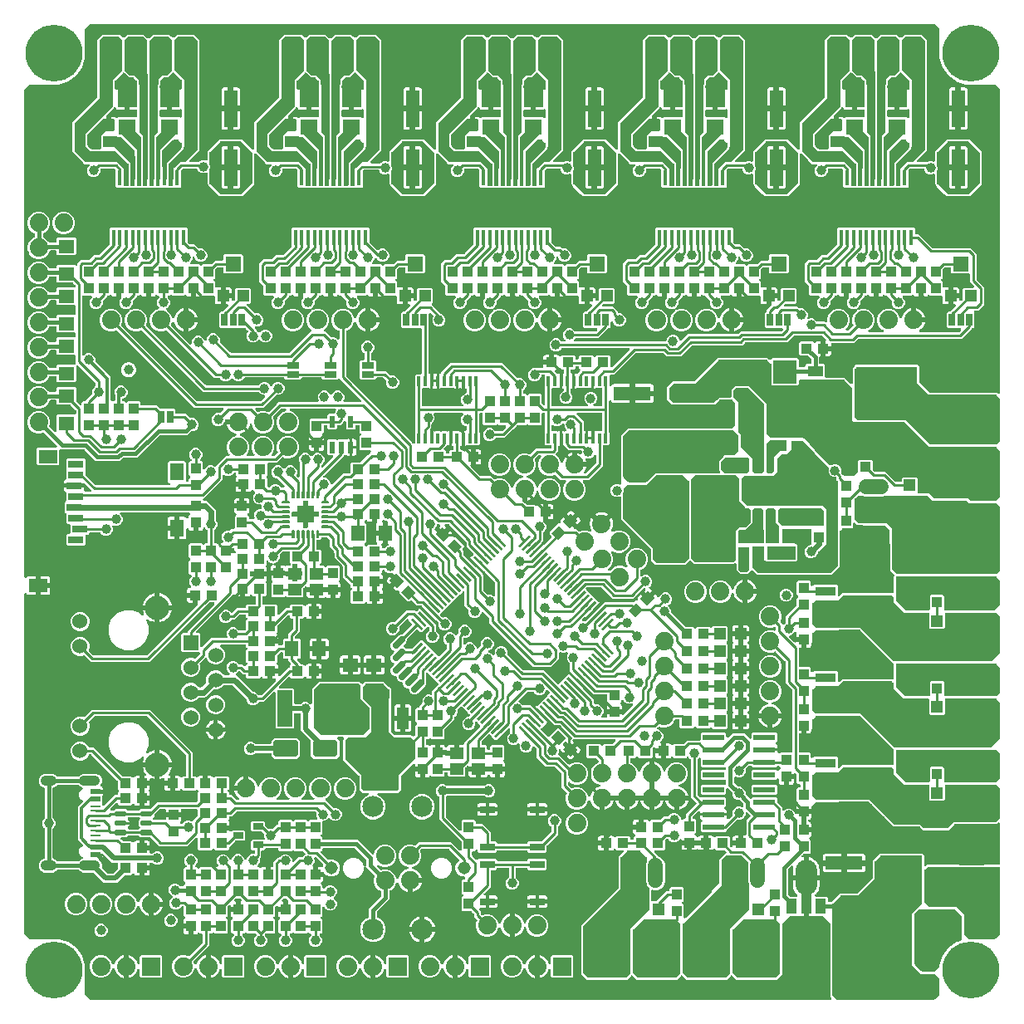
<source format=gbr>
G04 EAGLE Gerber RS-274X export*
G75*
%MOMM*%
%FSLAX34Y34*%
%LPD*%
%INGTL*%
%IPPOS*%
%AMOC8*
5,1,8,0,0,1.08239X$1,22.5*%
G01*
%ADD10R,0.270000X1.500000*%
%ADD11R,1.500000X0.270000*%
%ADD12R,1.400000X1.200000*%
%ADD13R,1.000000X1.100000*%
%ADD14R,1.100000X1.000000*%
%ADD15R,1.600000X1.400000*%
%ADD16R,1.524000X0.762000*%
%ADD17R,1.200000X1.200000*%
%ADD18C,2.159000*%
%ADD19C,1.308000*%
%ADD20R,1.879600X1.879600*%
%ADD21C,1.879600*%
%ADD22R,0.426000X1.650000*%
%ADD23R,4.320000X3.000000*%
%ADD24R,1.800000X1.600000*%
%ADD25R,0.304800X0.990600*%
%ADD26C,1.778000*%
%ADD27C,0.140000*%
%ADD28R,1.778000X1.778000*%
%ADD29R,1.400000X1.600000*%
%ADD30R,0.550000X1.200000*%
%ADD31R,1.219200X2.235200*%
%ADD32R,3.600000X2.200000*%
%ADD33C,1.524000*%
%ADD34R,3.800000X1.400000*%
%ADD35R,2.150000X0.950000*%
%ADD36R,2.150000X3.150000*%
%ADD37C,0.510000*%
%ADD38C,2.133600*%
%ADD39C,1.422400*%
%ADD40R,1.400000X3.800000*%
%ADD41R,1.400000X1.800000*%
%ADD42R,1.900000X1.400000*%
%ADD43R,1.500000X0.800000*%
%ADD44R,1.524000X1.524000*%
%ADD45C,1.524000*%
%ADD46C,2.476500*%
%ADD47R,1.270000X0.635000*%
%ADD48R,2.200000X0.600000*%
%ADD49R,1.000000X1.500000*%
%ADD50R,1.000000X2.000000*%
%ADD51C,2.200000*%
%ADD52C,2.250000*%
%ADD53R,6.200000X5.400000*%
%ADD54R,1.600000X1.000000*%
%ADD55R,2.400000X2.400000*%
%ADD56R,0.635000X1.270000*%
%ADD57R,1.400000X3.000000*%
%ADD58R,1.000000X0.280000*%
%ADD59R,1.000000X0.560000*%
%ADD60C,1.000000*%
%ADD61C,5.800000*%
%ADD62C,1.108000*%
%ADD63C,0.363000*%
%ADD64R,1.016000X0.635000*%
%ADD65R,1.600000X1.500000*%
%ADD66R,1.500000X3.700000*%
%ADD67R,1.600000X1.800000*%
%ADD68C,0.250000*%
%ADD69C,1.200000*%
%ADD70R,2.500000X3.200000*%
%ADD71C,1.000000*%
%ADD72C,0.254000*%
%ADD73C,1.006400*%
%ADD74C,0.431800*%
%ADD75C,0.406400*%
%ADD76C,0.508000*%
%ADD77C,0.609600*%
%ADD78C,0.673100*%
%ADD79C,0.304800*%

G36*
X324634Y-494774D02*
X324634Y-494774D01*
X324773Y-494761D01*
X324792Y-494754D01*
X324812Y-494751D01*
X324941Y-494700D01*
X325072Y-494653D01*
X325089Y-494642D01*
X325107Y-494634D01*
X325220Y-494553D01*
X325335Y-494475D01*
X325348Y-494459D01*
X325365Y-494448D01*
X325454Y-494340D01*
X325546Y-494236D01*
X325555Y-494218D01*
X325568Y-494203D01*
X325627Y-494077D01*
X325690Y-493953D01*
X325695Y-493933D01*
X325703Y-493915D01*
X325729Y-493778D01*
X325760Y-493643D01*
X325759Y-493622D01*
X325763Y-493603D01*
X325754Y-493464D01*
X325750Y-493325D01*
X325744Y-493305D01*
X325743Y-493285D01*
X325700Y-493153D01*
X325662Y-493019D01*
X325651Y-493002D01*
X325645Y-492983D01*
X325571Y-492865D01*
X325500Y-492745D01*
X325482Y-492724D01*
X325475Y-492714D01*
X325460Y-492700D01*
X325394Y-492625D01*
X324357Y-491588D01*
X324357Y-417761D01*
X324345Y-417663D01*
X324342Y-417564D01*
X324325Y-417505D01*
X324317Y-417445D01*
X324281Y-417353D01*
X324253Y-417258D01*
X324223Y-417206D01*
X324200Y-417150D01*
X324142Y-417069D01*
X324092Y-416984D01*
X324026Y-416909D01*
X324014Y-416892D01*
X324004Y-416884D01*
X323986Y-416863D01*
X323478Y-416355D01*
X320571Y-413449D01*
X317451Y-410328D01*
X317372Y-410268D01*
X317300Y-410200D01*
X317247Y-410171D01*
X317199Y-410134D01*
X317108Y-410094D01*
X317022Y-410046D01*
X316963Y-410031D01*
X316907Y-410007D01*
X316810Y-409992D01*
X316714Y-409967D01*
X316614Y-409961D01*
X316593Y-409957D01*
X316581Y-409959D01*
X316553Y-409957D01*
X305649Y-409957D01*
X305605Y-409912D01*
X305526Y-409852D01*
X305454Y-409784D01*
X305401Y-409755D01*
X305353Y-409718D01*
X305262Y-409678D01*
X305176Y-409630D01*
X305117Y-409615D01*
X305061Y-409591D01*
X304964Y-409576D01*
X304868Y-409551D01*
X304768Y-409545D01*
X304747Y-409541D01*
X304735Y-409543D01*
X304707Y-409541D01*
X302219Y-409541D01*
X302219Y-398230D01*
X302204Y-398112D01*
X302197Y-397993D01*
X302184Y-397955D01*
X302179Y-397915D01*
X302136Y-397804D01*
X302099Y-397691D01*
X302077Y-397657D01*
X302062Y-397619D01*
X301993Y-397523D01*
X301929Y-397422D01*
X301899Y-397394D01*
X301876Y-397362D01*
X301784Y-397286D01*
X301697Y-397204D01*
X301662Y-397185D01*
X301631Y-397159D01*
X301523Y-397108D01*
X301419Y-397051D01*
X301379Y-397041D01*
X301343Y-397023D01*
X301236Y-397003D01*
X301266Y-396999D01*
X301376Y-396955D01*
X301489Y-396919D01*
X301524Y-396897D01*
X301561Y-396882D01*
X301657Y-396812D01*
X301758Y-396749D01*
X301786Y-396719D01*
X301819Y-396695D01*
X301895Y-396604D01*
X301976Y-396517D01*
X301996Y-396482D01*
X302021Y-396450D01*
X302072Y-396343D01*
X302130Y-396238D01*
X302140Y-396199D01*
X302157Y-396163D01*
X302179Y-396046D01*
X302209Y-395930D01*
X302213Y-395870D01*
X302217Y-395850D01*
X302215Y-395830D01*
X302219Y-395770D01*
X302219Y-383466D01*
X302249Y-383351D01*
X302253Y-383291D01*
X302257Y-383271D01*
X302255Y-383250D01*
X302259Y-383190D01*
X302259Y-372869D01*
X313261Y-372869D01*
X313261Y-378896D01*
X312927Y-381001D01*
X312269Y-383028D01*
X311301Y-384927D01*
X310048Y-386651D01*
X308859Y-387841D01*
X308774Y-387950D01*
X308685Y-388057D01*
X308676Y-388076D01*
X308664Y-388092D01*
X308609Y-388219D01*
X308550Y-388345D01*
X308546Y-388365D01*
X308538Y-388384D01*
X308516Y-388522D01*
X308490Y-388658D01*
X308491Y-388678D01*
X308488Y-388698D01*
X308501Y-388837D01*
X308510Y-388975D01*
X308516Y-388994D01*
X308518Y-389014D01*
X308565Y-389146D01*
X308608Y-389277D01*
X308618Y-389295D01*
X308625Y-389314D01*
X308703Y-389429D01*
X308778Y-389546D01*
X308792Y-389560D01*
X308804Y-389577D01*
X308908Y-389669D01*
X309009Y-389764D01*
X309027Y-389774D01*
X309042Y-389787D01*
X309166Y-389851D01*
X309288Y-389918D01*
X309307Y-389923D01*
X309325Y-389932D01*
X309461Y-389962D01*
X309596Y-389997D01*
X309624Y-389999D01*
X309636Y-390002D01*
X309656Y-390001D01*
X309756Y-390007D01*
X320552Y-390007D01*
X321743Y-391198D01*
X321743Y-394206D01*
X321758Y-394324D01*
X321765Y-394443D01*
X321778Y-394481D01*
X321783Y-394522D01*
X321826Y-394632D01*
X321863Y-394745D01*
X321885Y-394780D01*
X321900Y-394817D01*
X321969Y-394913D01*
X322033Y-395014D01*
X322063Y-395042D01*
X322086Y-395075D01*
X322178Y-395151D01*
X322265Y-395232D01*
X322300Y-395252D01*
X322331Y-395277D01*
X322439Y-395328D01*
X322543Y-395386D01*
X322583Y-395396D01*
X322619Y-395413D01*
X322736Y-395435D01*
X322851Y-395465D01*
X322911Y-395469D01*
X322931Y-395473D01*
X322952Y-395471D01*
X323012Y-395475D01*
X324498Y-395475D01*
X324596Y-395463D01*
X324695Y-395460D01*
X324754Y-395443D01*
X324814Y-395435D01*
X324906Y-395399D01*
X325001Y-395371D01*
X325053Y-395341D01*
X325109Y-395318D01*
X325189Y-395260D01*
X325275Y-395210D01*
X325350Y-395144D01*
X325367Y-395132D01*
X325375Y-395122D01*
X325396Y-395104D01*
X333912Y-386587D01*
X351166Y-386587D01*
X351264Y-386575D01*
X351363Y-386572D01*
X351422Y-386555D01*
X351482Y-386547D01*
X351574Y-386511D01*
X351669Y-386483D01*
X351721Y-386453D01*
X351777Y-386430D01*
X351857Y-386372D01*
X351943Y-386322D01*
X352018Y-386256D01*
X352035Y-386244D01*
X352043Y-386234D01*
X352064Y-386216D01*
X367166Y-371114D01*
X367226Y-371035D01*
X367294Y-370963D01*
X367323Y-370910D01*
X367360Y-370862D01*
X367400Y-370771D01*
X367448Y-370685D01*
X367463Y-370626D01*
X367487Y-370571D01*
X367502Y-370473D01*
X367527Y-370377D01*
X367533Y-370277D01*
X367537Y-370257D01*
X367535Y-370244D01*
X367537Y-370216D01*
X367537Y-352962D01*
X374552Y-345947D01*
X417928Y-345947D01*
X419093Y-347112D01*
X419863Y-347882D01*
X419863Y-357262D01*
X419880Y-357400D01*
X419893Y-357539D01*
X419900Y-357558D01*
X419903Y-357578D01*
X419954Y-357707D01*
X420001Y-357838D01*
X420012Y-357855D01*
X420020Y-357873D01*
X420101Y-357986D01*
X420179Y-358101D01*
X420195Y-358114D01*
X420206Y-358131D01*
X420314Y-358220D01*
X420418Y-358312D01*
X420436Y-358321D01*
X420451Y-358334D01*
X420577Y-358393D01*
X420701Y-358456D01*
X420721Y-358461D01*
X420739Y-358469D01*
X420876Y-358495D01*
X421011Y-358526D01*
X421032Y-358525D01*
X421051Y-358529D01*
X421190Y-358520D01*
X421329Y-358516D01*
X421349Y-358510D01*
X421369Y-358509D01*
X421501Y-358466D01*
X421635Y-358428D01*
X421652Y-358417D01*
X421671Y-358411D01*
X421789Y-358337D01*
X421909Y-358266D01*
X421930Y-358248D01*
X421940Y-358241D01*
X421954Y-358226D01*
X422029Y-358160D01*
X422812Y-357377D01*
X496062Y-357377D01*
X496180Y-357362D01*
X496299Y-357355D01*
X496337Y-357342D01*
X496378Y-357337D01*
X496488Y-357294D01*
X496601Y-357257D01*
X496636Y-357235D01*
X496673Y-357220D01*
X496769Y-357151D01*
X496870Y-357087D01*
X496898Y-357057D01*
X496931Y-357034D01*
X497007Y-356942D01*
X497088Y-356855D01*
X497108Y-356820D01*
X497133Y-356789D01*
X497184Y-356681D01*
X497242Y-356577D01*
X497252Y-356537D01*
X497269Y-356501D01*
X497291Y-356384D01*
X497321Y-356269D01*
X497325Y-356209D01*
X497329Y-356189D01*
X497327Y-356168D01*
X497331Y-356108D01*
X497331Y-315584D01*
X497314Y-315446D01*
X497301Y-315307D01*
X497294Y-315288D01*
X497291Y-315268D01*
X497240Y-315139D01*
X497193Y-315008D01*
X497182Y-314991D01*
X497174Y-314973D01*
X497093Y-314860D01*
X497015Y-314745D01*
X496999Y-314732D01*
X496988Y-314715D01*
X496880Y-314626D01*
X496776Y-314534D01*
X496758Y-314525D01*
X496743Y-314512D01*
X496617Y-314453D01*
X496493Y-314390D01*
X496473Y-314385D01*
X496455Y-314377D01*
X496318Y-314351D01*
X496183Y-314320D01*
X496162Y-314321D01*
X496143Y-314317D01*
X496004Y-314326D01*
X495865Y-314330D01*
X495845Y-314336D01*
X495825Y-314337D01*
X495693Y-314380D01*
X495559Y-314418D01*
X495542Y-314429D01*
X495523Y-314435D01*
X495405Y-314509D01*
X495285Y-314580D01*
X495264Y-314598D01*
X495254Y-314605D01*
X495240Y-314620D01*
X495165Y-314686D01*
X494128Y-315723D01*
X451474Y-315723D01*
X451376Y-315735D01*
X451277Y-315738D01*
X451218Y-315755D01*
X451158Y-315763D01*
X451066Y-315799D01*
X450971Y-315827D01*
X450919Y-315857D01*
X450863Y-315880D01*
X450783Y-315938D01*
X450697Y-315988D01*
X450622Y-316054D01*
X450605Y-316066D01*
X450597Y-316076D01*
X450576Y-316094D01*
X444598Y-322073D01*
X419002Y-322073D01*
X415564Y-318634D01*
X415485Y-318574D01*
X415413Y-318506D01*
X415360Y-318477D01*
X415312Y-318440D01*
X415221Y-318400D01*
X415135Y-318352D01*
X415076Y-318337D01*
X415021Y-318313D01*
X414923Y-318298D01*
X414827Y-318273D01*
X414727Y-318267D01*
X414706Y-318263D01*
X414694Y-318265D01*
X414666Y-318263D01*
X388522Y-318263D01*
X363494Y-293234D01*
X363415Y-293174D01*
X363343Y-293106D01*
X363290Y-293077D01*
X363242Y-293040D01*
X363151Y-293000D01*
X363065Y-292952D01*
X363006Y-292937D01*
X362951Y-292913D01*
X362853Y-292898D01*
X362757Y-292873D01*
X362657Y-292867D01*
X362636Y-292863D01*
X362624Y-292865D01*
X362596Y-292863D01*
X333412Y-292863D01*
X333287Y-292879D01*
X333162Y-292888D01*
X333130Y-292898D01*
X333097Y-292903D01*
X332980Y-292949D01*
X332861Y-292989D01*
X332832Y-293007D01*
X332801Y-293020D01*
X332699Y-293093D01*
X332594Y-293162D01*
X332571Y-293187D01*
X332544Y-293206D01*
X332463Y-293303D01*
X332401Y-293371D01*
X309880Y-293371D01*
X309782Y-293383D01*
X309683Y-293386D01*
X309625Y-293403D01*
X309564Y-293411D01*
X309472Y-293447D01*
X309377Y-293475D01*
X309325Y-293505D01*
X309269Y-293528D01*
X309189Y-293586D01*
X309103Y-293636D01*
X309028Y-293702D01*
X309011Y-293714D01*
X309004Y-293724D01*
X309003Y-293725D01*
X308997Y-293729D01*
X308995Y-293732D01*
X308983Y-293743D01*
X305173Y-297553D01*
X305112Y-297631D01*
X305044Y-297703D01*
X305015Y-297756D01*
X304978Y-297804D01*
X304938Y-297895D01*
X304890Y-297981D01*
X304875Y-298040D01*
X304851Y-298096D01*
X304836Y-298194D01*
X304811Y-298289D01*
X304806Y-298367D01*
X304803Y-298382D01*
X304804Y-298393D01*
X304801Y-298410D01*
X304803Y-298422D01*
X304801Y-298450D01*
X304801Y-307279D01*
X304792Y-307298D01*
X304764Y-307427D01*
X304731Y-307555D01*
X304729Y-307593D01*
X304725Y-307609D01*
X304726Y-307631D01*
X304721Y-307716D01*
X304721Y-308974D01*
X304548Y-309621D01*
X304213Y-310200D01*
X303740Y-310673D01*
X303161Y-311008D01*
X302465Y-311194D01*
X302330Y-311249D01*
X302194Y-311301D01*
X302183Y-311309D01*
X302170Y-311314D01*
X302053Y-311401D01*
X301935Y-311485D01*
X301926Y-311496D01*
X301915Y-311504D01*
X301823Y-311617D01*
X301729Y-311728D01*
X301723Y-311740D01*
X301715Y-311751D01*
X301654Y-311883D01*
X301591Y-312014D01*
X301588Y-312028D01*
X301582Y-312040D01*
X301557Y-312182D01*
X301528Y-312326D01*
X301528Y-312340D01*
X301526Y-312353D01*
X301537Y-312498D01*
X301544Y-312644D01*
X301548Y-312657D01*
X301549Y-312670D01*
X301596Y-312809D01*
X301639Y-312947D01*
X301646Y-312959D01*
X301650Y-312972D01*
X301730Y-313094D01*
X301806Y-313218D01*
X301816Y-313227D01*
X301823Y-313238D01*
X301930Y-313337D01*
X302036Y-313438D01*
X302047Y-313445D01*
X302057Y-313454D01*
X302185Y-313523D01*
X302312Y-313595D01*
X302330Y-313600D01*
X302337Y-313604D01*
X302354Y-313609D01*
X302465Y-313646D01*
X303161Y-313832D01*
X303740Y-314167D01*
X304213Y-314640D01*
X304548Y-315219D01*
X304721Y-315866D01*
X304721Y-319201D01*
X299679Y-319201D01*
X299679Y-304370D01*
X299664Y-304252D01*
X299657Y-304133D01*
X299644Y-304095D01*
X299639Y-304055D01*
X299596Y-303944D01*
X299559Y-303831D01*
X299537Y-303797D01*
X299522Y-303759D01*
X299453Y-303663D01*
X299389Y-303562D01*
X299359Y-303534D01*
X299336Y-303502D01*
X299244Y-303426D01*
X299157Y-303344D01*
X299122Y-303325D01*
X299091Y-303299D01*
X298983Y-303248D01*
X298879Y-303191D01*
X298839Y-303181D01*
X298803Y-303163D01*
X298686Y-303141D01*
X298571Y-303111D01*
X298511Y-303107D01*
X298491Y-303104D01*
X298470Y-303105D01*
X298410Y-303101D01*
X297219Y-303101D01*
X297219Y-301910D01*
X297204Y-301792D01*
X297197Y-301673D01*
X297184Y-301635D01*
X297179Y-301594D01*
X297135Y-301484D01*
X297099Y-301371D01*
X297077Y-301336D01*
X297062Y-301299D01*
X296992Y-301202D01*
X296929Y-301102D01*
X296899Y-301074D01*
X296875Y-301041D01*
X296784Y-300965D01*
X296697Y-300884D01*
X296662Y-300864D01*
X296630Y-300839D01*
X296523Y-300788D01*
X296418Y-300730D01*
X296379Y-300720D01*
X296343Y-300703D01*
X296226Y-300681D01*
X296110Y-300651D01*
X296050Y-300647D01*
X296030Y-300643D01*
X296010Y-300645D01*
X295950Y-300641D01*
X289639Y-300641D01*
X289639Y-297306D01*
X289812Y-296659D01*
X290147Y-296080D01*
X290620Y-295607D01*
X290869Y-295463D01*
X290969Y-295387D01*
X291073Y-295317D01*
X291095Y-295291D01*
X291122Y-295271D01*
X291200Y-295172D01*
X291284Y-295078D01*
X291299Y-295048D01*
X291320Y-295022D01*
X291371Y-294907D01*
X291428Y-294795D01*
X291436Y-294762D01*
X291449Y-294731D01*
X291470Y-294607D01*
X291498Y-294485D01*
X291497Y-294451D01*
X291502Y-294418D01*
X291492Y-294293D01*
X291488Y-294167D01*
X291479Y-294134D01*
X291476Y-294101D01*
X291435Y-293982D01*
X291400Y-293861D01*
X291383Y-293832D01*
X291372Y-293800D01*
X291302Y-293696D01*
X291238Y-293587D01*
X291206Y-293551D01*
X291196Y-293535D01*
X291180Y-293521D01*
X291132Y-293466D01*
X290147Y-292482D01*
X290147Y-279798D01*
X291338Y-278607D01*
X292608Y-278607D01*
X292726Y-278592D01*
X292845Y-278585D01*
X292883Y-278572D01*
X292924Y-278567D01*
X293034Y-278524D01*
X293147Y-278487D01*
X293182Y-278465D01*
X293219Y-278450D01*
X293315Y-278381D01*
X293416Y-278317D01*
X293444Y-278287D01*
X293477Y-278264D01*
X293553Y-278172D01*
X293634Y-278085D01*
X293654Y-278050D01*
X293679Y-278019D01*
X293730Y-277911D01*
X293788Y-277807D01*
X293798Y-277767D01*
X293815Y-277731D01*
X293837Y-277614D01*
X293867Y-277499D01*
X293871Y-277439D01*
X293875Y-277419D01*
X293873Y-277398D01*
X293877Y-277338D01*
X293877Y-276382D01*
X293862Y-276264D01*
X293855Y-276145D01*
X293842Y-276107D01*
X293837Y-276066D01*
X293794Y-275956D01*
X293757Y-275843D01*
X293735Y-275808D01*
X293720Y-275771D01*
X293651Y-275675D01*
X293587Y-275574D01*
X293557Y-275546D01*
X293534Y-275513D01*
X293442Y-275437D01*
X293355Y-275356D01*
X293320Y-275336D01*
X293289Y-275311D01*
X293181Y-275260D01*
X293077Y-275202D01*
X293037Y-275192D01*
X293001Y-275175D01*
X292884Y-275153D01*
X292769Y-275123D01*
X292709Y-275119D01*
X292689Y-275115D01*
X292668Y-275117D01*
X292608Y-275113D01*
X291338Y-275113D01*
X290147Y-273922D01*
X290147Y-265744D01*
X290135Y-265646D01*
X290132Y-265547D01*
X290115Y-265488D01*
X290107Y-265428D01*
X290071Y-265336D01*
X290043Y-265241D01*
X290013Y-265189D01*
X289990Y-265133D01*
X289932Y-265052D01*
X289882Y-264967D01*
X289816Y-264892D01*
X289804Y-264875D01*
X289794Y-264867D01*
X289776Y-264846D01*
X289108Y-264178D01*
X288998Y-264093D01*
X288891Y-264004D01*
X288872Y-263996D01*
X288856Y-263983D01*
X288728Y-263928D01*
X288603Y-263869D01*
X288583Y-263865D01*
X288564Y-263857D01*
X288426Y-263835D01*
X288290Y-263809D01*
X288270Y-263810D01*
X288250Y-263807D01*
X288111Y-263820D01*
X287973Y-263829D01*
X287954Y-263835D01*
X287934Y-263837D01*
X287803Y-263884D01*
X287671Y-263927D01*
X287653Y-263938D01*
X287634Y-263945D01*
X287520Y-264022D01*
X287402Y-264097D01*
X287388Y-264112D01*
X287371Y-264123D01*
X287279Y-264227D01*
X287184Y-264329D01*
X287174Y-264346D01*
X287161Y-264362D01*
X287098Y-264485D01*
X287030Y-264607D01*
X287025Y-264627D01*
X287016Y-264645D01*
X286986Y-264781D01*
X286951Y-264915D01*
X286949Y-264943D01*
X286946Y-264955D01*
X286947Y-264976D01*
X286941Y-265076D01*
X286941Y-265081D01*
X280630Y-265081D01*
X280512Y-265096D01*
X280393Y-265103D01*
X280355Y-265115D01*
X280315Y-265121D01*
X280204Y-265164D01*
X280091Y-265201D01*
X280057Y-265223D01*
X280019Y-265238D01*
X279923Y-265307D01*
X279822Y-265371D01*
X279794Y-265401D01*
X279762Y-265424D01*
X279686Y-265516D01*
X279604Y-265603D01*
X279585Y-265638D01*
X279559Y-265669D01*
X279508Y-265777D01*
X279451Y-265881D01*
X279441Y-265921D01*
X279423Y-265957D01*
X279401Y-266074D01*
X279371Y-266189D01*
X279367Y-266249D01*
X279364Y-266269D01*
X279365Y-266290D01*
X279361Y-266350D01*
X279361Y-267541D01*
X278170Y-267541D01*
X278052Y-267556D01*
X277933Y-267563D01*
X277895Y-267576D01*
X277854Y-267581D01*
X277744Y-267625D01*
X277631Y-267661D01*
X277596Y-267683D01*
X277559Y-267698D01*
X277462Y-267768D01*
X277362Y-267831D01*
X277334Y-267861D01*
X277301Y-267885D01*
X277225Y-267977D01*
X277144Y-268063D01*
X277124Y-268098D01*
X277099Y-268130D01*
X277048Y-268237D01*
X276990Y-268342D01*
X276980Y-268381D01*
X276963Y-268417D01*
X276941Y-268534D01*
X276911Y-268650D01*
X276907Y-268710D01*
X276903Y-268730D01*
X276905Y-268750D01*
X276901Y-268810D01*
X276901Y-275621D01*
X274066Y-275621D01*
X273419Y-275448D01*
X272840Y-275113D01*
X272367Y-274640D01*
X272032Y-274061D01*
X271859Y-273414D01*
X271859Y-270650D01*
X271842Y-270512D01*
X271829Y-270373D01*
X271822Y-270354D01*
X271819Y-270334D01*
X271768Y-270205D01*
X271721Y-270074D01*
X271710Y-270057D01*
X271702Y-270038D01*
X271621Y-269927D01*
X271543Y-269811D01*
X271527Y-269798D01*
X271516Y-269781D01*
X271408Y-269692D01*
X271304Y-269600D01*
X271286Y-269591D01*
X271271Y-269578D01*
X271145Y-269519D01*
X271021Y-269456D01*
X271001Y-269451D01*
X270983Y-269443D01*
X270846Y-269417D01*
X270711Y-269386D01*
X270690Y-269387D01*
X270671Y-269383D01*
X270532Y-269392D01*
X270393Y-269396D01*
X270373Y-269401D01*
X270353Y-269403D01*
X270221Y-269445D01*
X270087Y-269484D01*
X270070Y-269495D01*
X270051Y-269501D01*
X269933Y-269575D01*
X269813Y-269646D01*
X269792Y-269664D01*
X269782Y-269671D01*
X269768Y-269686D01*
X269693Y-269752D01*
X268982Y-270463D01*
X245298Y-270463D01*
X244107Y-269272D01*
X244107Y-261588D01*
X245298Y-260397D01*
X268982Y-260397D01*
X270003Y-261419D01*
X270102Y-261495D01*
X270198Y-261578D01*
X270228Y-261593D01*
X270254Y-261613D01*
X270370Y-261663D01*
X270482Y-261719D01*
X270515Y-261726D01*
X270546Y-261740D01*
X270671Y-261760D01*
X270793Y-261786D01*
X270827Y-261784D01*
X270860Y-261790D01*
X270986Y-261778D01*
X271111Y-261773D01*
X271143Y-261763D01*
X271177Y-261760D01*
X271295Y-261717D01*
X271416Y-261681D01*
X271445Y-261664D01*
X271476Y-261652D01*
X271580Y-261582D01*
X271688Y-261517D01*
X271712Y-261493D01*
X271739Y-261474D01*
X271823Y-261379D01*
X271911Y-261290D01*
X271938Y-261249D01*
X271950Y-261235D01*
X271960Y-261216D01*
X272000Y-261156D01*
X272367Y-260520D01*
X272840Y-260047D01*
X273089Y-259903D01*
X273189Y-259827D01*
X273293Y-259757D01*
X273315Y-259731D01*
X273342Y-259711D01*
X273420Y-259612D01*
X273504Y-259518D01*
X273519Y-259488D01*
X273540Y-259462D01*
X273591Y-259347D01*
X273648Y-259235D01*
X273656Y-259202D01*
X273669Y-259171D01*
X273690Y-259047D01*
X273718Y-258925D01*
X273717Y-258891D01*
X273722Y-258858D01*
X273712Y-258732D01*
X273708Y-258607D01*
X273699Y-258574D01*
X273696Y-258541D01*
X273655Y-258422D01*
X273620Y-258301D01*
X273603Y-258272D01*
X273592Y-258240D01*
X273522Y-258136D01*
X273458Y-258027D01*
X273426Y-257991D01*
X273416Y-257975D01*
X273400Y-257961D01*
X273352Y-257906D01*
X272056Y-256610D01*
X272051Y-256603D01*
X272035Y-256590D01*
X272024Y-256573D01*
X271916Y-256484D01*
X271812Y-256392D01*
X271794Y-256383D01*
X271779Y-256370D01*
X271653Y-256311D01*
X271529Y-256248D01*
X271509Y-256243D01*
X271491Y-256235D01*
X271354Y-256209D01*
X271219Y-256178D01*
X271198Y-256179D01*
X271179Y-256175D01*
X271040Y-256184D01*
X270901Y-256188D01*
X270881Y-256193D01*
X270861Y-256195D01*
X270729Y-256237D01*
X270595Y-256276D01*
X270578Y-256287D01*
X270559Y-256293D01*
X270441Y-256367D01*
X270321Y-256438D01*
X270300Y-256456D01*
X270290Y-256463D01*
X270276Y-256478D01*
X270201Y-256544D01*
X268982Y-257763D01*
X245298Y-257763D01*
X243940Y-256404D01*
X243862Y-256344D01*
X243789Y-256276D01*
X243736Y-256247D01*
X243689Y-256210D01*
X243598Y-256170D01*
X243511Y-256122D01*
X243452Y-256107D01*
X243397Y-256083D01*
X243299Y-256068D01*
X243203Y-256043D01*
X243103Y-256037D01*
X243083Y-256033D01*
X243070Y-256035D01*
X243042Y-256033D01*
X241924Y-256033D01*
X241826Y-256045D01*
X241727Y-256048D01*
X241668Y-256065D01*
X241608Y-256073D01*
X241516Y-256109D01*
X241421Y-256137D01*
X241369Y-256167D01*
X241313Y-256190D01*
X241233Y-256248D01*
X241147Y-256298D01*
X241072Y-256364D01*
X241055Y-256376D01*
X241047Y-256386D01*
X241026Y-256404D01*
X238068Y-259362D01*
X238008Y-259441D01*
X237940Y-259513D01*
X237911Y-259566D01*
X237874Y-259614D01*
X237834Y-259705D01*
X237786Y-259791D01*
X237771Y-259850D01*
X237747Y-259905D01*
X237732Y-260003D01*
X237707Y-260099D01*
X237701Y-260199D01*
X237697Y-260220D01*
X237699Y-260232D01*
X237697Y-260260D01*
X237697Y-262924D01*
X236699Y-265334D01*
X234854Y-267179D01*
X232444Y-268177D01*
X229836Y-268177D01*
X228070Y-267445D01*
X228022Y-267432D01*
X227977Y-267411D01*
X227869Y-267390D01*
X227763Y-267361D01*
X227713Y-267360D01*
X227664Y-267351D01*
X227555Y-267358D01*
X227445Y-267356D01*
X227397Y-267368D01*
X227347Y-267371D01*
X227243Y-267405D01*
X227136Y-267430D01*
X227092Y-267454D01*
X227045Y-267469D01*
X226952Y-267528D01*
X226855Y-267579D01*
X226818Y-267612D01*
X226776Y-267639D01*
X226701Y-267719D01*
X226619Y-267793D01*
X226592Y-267835D01*
X226558Y-267871D01*
X226505Y-267967D01*
X226445Y-268059D01*
X226428Y-268106D01*
X226404Y-268149D01*
X226377Y-268255D01*
X226341Y-268360D01*
X226337Y-268409D01*
X226325Y-268457D01*
X226315Y-268618D01*
X226315Y-273381D01*
X226327Y-273479D01*
X226330Y-273578D01*
X226347Y-273636D01*
X226355Y-273696D01*
X226391Y-273788D01*
X226419Y-273883D01*
X226449Y-273935D01*
X226472Y-273992D01*
X226530Y-274072D01*
X226580Y-274157D01*
X226646Y-274233D01*
X226658Y-274249D01*
X226668Y-274257D01*
X226686Y-274278D01*
X229960Y-277552D01*
X230038Y-277612D01*
X230110Y-277680D01*
X230163Y-277709D01*
X230211Y-277746D01*
X230302Y-277786D01*
X230389Y-277834D01*
X230447Y-277849D01*
X230503Y-277873D01*
X230601Y-277888D01*
X230697Y-277913D01*
X230797Y-277919D01*
X230817Y-277923D01*
X230829Y-277921D01*
X230857Y-277923D01*
X232444Y-277923D01*
X234854Y-278921D01*
X236699Y-280766D01*
X237697Y-283176D01*
X237697Y-284763D01*
X237709Y-284861D01*
X237712Y-284960D01*
X237729Y-285018D01*
X237737Y-285078D01*
X237773Y-285170D01*
X237801Y-285265D01*
X237831Y-285317D01*
X237854Y-285374D01*
X237912Y-285454D01*
X237962Y-285539D01*
X238028Y-285615D01*
X238040Y-285631D01*
X238050Y-285639D01*
X238068Y-285660D01*
X241342Y-288934D01*
X242124Y-289716D01*
X242218Y-289789D01*
X242308Y-289868D01*
X242344Y-289886D01*
X242376Y-289911D01*
X242485Y-289958D01*
X242591Y-290012D01*
X242630Y-290021D01*
X242667Y-290037D01*
X242785Y-290056D01*
X242901Y-290082D01*
X242942Y-290081D01*
X242982Y-290087D01*
X243100Y-290076D01*
X243219Y-290072D01*
X243258Y-290061D01*
X243298Y-290057D01*
X243410Y-290017D01*
X243525Y-289984D01*
X243559Y-289963D01*
X243597Y-289950D01*
X243696Y-289883D01*
X243798Y-289822D01*
X243844Y-289782D01*
X243861Y-289771D01*
X243874Y-289756D01*
X243919Y-289716D01*
X245298Y-288337D01*
X268982Y-288337D01*
X270173Y-289528D01*
X270173Y-292916D01*
X270185Y-293014D01*
X270188Y-293113D01*
X270205Y-293172D01*
X270213Y-293232D01*
X270249Y-293324D01*
X270277Y-293419D01*
X270307Y-293471D01*
X270330Y-293527D01*
X270388Y-293608D01*
X270438Y-293693D01*
X270504Y-293768D01*
X270516Y-293785D01*
X270526Y-293793D01*
X270544Y-293814D01*
X275083Y-298352D01*
X275083Y-301225D01*
X275100Y-301363D01*
X275113Y-301502D01*
X275120Y-301521D01*
X275123Y-301541D01*
X275174Y-301670D01*
X275221Y-301801D01*
X275232Y-301818D01*
X275240Y-301837D01*
X275321Y-301949D01*
X275399Y-302064D01*
X275415Y-302078D01*
X275426Y-302094D01*
X275534Y-302183D01*
X275638Y-302275D01*
X275656Y-302284D01*
X275671Y-302297D01*
X275797Y-302356D01*
X275921Y-302419D01*
X275941Y-302424D01*
X275959Y-302432D01*
X276096Y-302458D01*
X276231Y-302489D01*
X276252Y-302488D01*
X276271Y-302492D01*
X276410Y-302483D01*
X276549Y-302479D01*
X276569Y-302474D01*
X276589Y-302472D01*
X276721Y-302430D01*
X276855Y-302391D01*
X276872Y-302381D01*
X276891Y-302374D01*
X277009Y-302300D01*
X277129Y-302229D01*
X277150Y-302211D01*
X277160Y-302204D01*
X277174Y-302189D01*
X277249Y-302123D01*
X278226Y-301146D01*
X280636Y-300148D01*
X283244Y-300148D01*
X285654Y-301146D01*
X287499Y-302991D01*
X288271Y-304856D01*
X288286Y-304881D01*
X288295Y-304909D01*
X288364Y-305019D01*
X288428Y-305132D01*
X288449Y-305153D01*
X288465Y-305178D01*
X288559Y-305267D01*
X288650Y-305360D01*
X288675Y-305376D01*
X288696Y-305396D01*
X288810Y-305459D01*
X288921Y-305527D01*
X288949Y-305535D01*
X288975Y-305550D01*
X289101Y-305582D01*
X289225Y-305620D01*
X289254Y-305622D01*
X289283Y-305629D01*
X289444Y-305639D01*
X294681Y-305639D01*
X294681Y-320470D01*
X294696Y-320588D01*
X294703Y-320707D01*
X294715Y-320745D01*
X294721Y-320785D01*
X294764Y-320896D01*
X294801Y-321009D01*
X294823Y-321043D01*
X294838Y-321081D01*
X294907Y-321177D01*
X294971Y-321278D01*
X295001Y-321306D01*
X295024Y-321338D01*
X295116Y-321414D01*
X295203Y-321496D01*
X295238Y-321515D01*
X295269Y-321541D01*
X295377Y-321592D01*
X295481Y-321649D01*
X295521Y-321659D01*
X295557Y-321677D01*
X295674Y-321699D01*
X295789Y-321729D01*
X295849Y-321733D01*
X295869Y-321736D01*
X295890Y-321735D01*
X295950Y-321739D01*
X297141Y-321739D01*
X297141Y-322930D01*
X297156Y-323048D01*
X297163Y-323167D01*
X297176Y-323205D01*
X297181Y-323246D01*
X297225Y-323356D01*
X297261Y-323469D01*
X297283Y-323504D01*
X297298Y-323541D01*
X297368Y-323637D01*
X297431Y-323738D01*
X297461Y-323766D01*
X297485Y-323799D01*
X297576Y-323875D01*
X297663Y-323956D01*
X297698Y-323976D01*
X297730Y-324001D01*
X297837Y-324052D01*
X297942Y-324110D01*
X297981Y-324120D01*
X298017Y-324137D01*
X298134Y-324159D01*
X298250Y-324189D01*
X298310Y-324193D01*
X298330Y-324197D01*
X298350Y-324195D01*
X298410Y-324199D01*
X304721Y-324199D01*
X304721Y-327534D01*
X304548Y-328181D01*
X304213Y-328760D01*
X303740Y-329233D01*
X303491Y-329377D01*
X303391Y-329453D01*
X303287Y-329523D01*
X303265Y-329549D01*
X303238Y-329569D01*
X303160Y-329668D01*
X303076Y-329762D01*
X303061Y-329792D01*
X303040Y-329818D01*
X302989Y-329933D01*
X302932Y-330045D01*
X302924Y-330078D01*
X302911Y-330109D01*
X302890Y-330233D01*
X302862Y-330355D01*
X302863Y-330389D01*
X302858Y-330422D01*
X302868Y-330548D01*
X302872Y-330673D01*
X302881Y-330706D01*
X302884Y-330739D01*
X302925Y-330858D01*
X302960Y-330979D01*
X302977Y-331008D01*
X302988Y-331040D01*
X303058Y-331144D01*
X303122Y-331253D01*
X303154Y-331289D01*
X303164Y-331305D01*
X303180Y-331319D01*
X303228Y-331374D01*
X304213Y-332358D01*
X304213Y-345042D01*
X303022Y-346233D01*
X297191Y-346233D01*
X297093Y-346245D01*
X296994Y-346248D01*
X296936Y-346265D01*
X296876Y-346273D01*
X296784Y-346309D01*
X296689Y-346337D01*
X296636Y-346367D01*
X296580Y-346390D01*
X296500Y-346448D01*
X296415Y-346498D01*
X296340Y-346564D01*
X296323Y-346576D01*
X296315Y-346586D01*
X296294Y-346604D01*
X295422Y-347477D01*
X295373Y-347539D01*
X295317Y-347596D01*
X295276Y-347665D01*
X295227Y-347728D01*
X295195Y-347801D01*
X295155Y-347869D01*
X295132Y-347946D01*
X295101Y-348020D01*
X295088Y-348098D01*
X295066Y-348175D01*
X295063Y-348255D01*
X295051Y-348334D01*
X295058Y-348413D01*
X295056Y-348493D01*
X295073Y-348571D01*
X295081Y-348650D01*
X295108Y-348725D01*
X295125Y-348803D01*
X295161Y-348874D01*
X295188Y-348950D01*
X295233Y-349015D01*
X295269Y-349087D01*
X295322Y-349147D01*
X295367Y-349213D01*
X295426Y-349266D01*
X295479Y-349325D01*
X295545Y-349370D01*
X295605Y-349423D01*
X295676Y-349459D01*
X295742Y-349504D01*
X295817Y-349532D01*
X295888Y-349568D01*
X295966Y-349585D01*
X296041Y-349612D01*
X296121Y-349620D01*
X296199Y-349638D01*
X296278Y-349635D01*
X296358Y-349643D01*
X296515Y-349628D01*
X296517Y-349628D01*
X296518Y-349628D01*
X297181Y-349523D01*
X297181Y-367791D01*
X286179Y-367791D01*
X286179Y-361764D01*
X286518Y-359628D01*
X286520Y-359548D01*
X286533Y-359470D01*
X286525Y-359390D01*
X286528Y-359310D01*
X286510Y-359232D01*
X286503Y-359153D01*
X286476Y-359078D01*
X286458Y-359000D01*
X286422Y-358929D01*
X286395Y-358854D01*
X286350Y-358788D01*
X286314Y-358716D01*
X286261Y-358656D01*
X286217Y-358591D01*
X286157Y-358538D01*
X286104Y-358478D01*
X286038Y-358433D01*
X285978Y-358380D01*
X285907Y-358344D01*
X285841Y-358299D01*
X285766Y-358272D01*
X285695Y-358236D01*
X285617Y-358218D01*
X285542Y-358191D01*
X285462Y-358183D01*
X285385Y-358166D01*
X285305Y-358168D01*
X285225Y-358161D01*
X285146Y-358173D01*
X285067Y-358176D01*
X284990Y-358198D01*
X284911Y-358210D01*
X284838Y-358242D01*
X284761Y-358264D01*
X284693Y-358304D01*
X284619Y-358336D01*
X284556Y-358385D01*
X284487Y-358425D01*
X284368Y-358530D01*
X284367Y-358531D01*
X284367Y-358532D01*
X281472Y-361426D01*
X281412Y-361504D01*
X281344Y-361576D01*
X281315Y-361629D01*
X281278Y-361677D01*
X281238Y-361768D01*
X281190Y-361855D01*
X281175Y-361913D01*
X281151Y-361969D01*
X281136Y-362067D01*
X281111Y-362163D01*
X281105Y-362263D01*
X281101Y-362283D01*
X281103Y-362295D01*
X281101Y-362323D01*
X281101Y-387097D01*
X281113Y-387195D01*
X281116Y-387294D01*
X281133Y-387352D01*
X281141Y-387412D01*
X281177Y-387504D01*
X281205Y-387599D01*
X281235Y-387651D01*
X281258Y-387708D01*
X281316Y-387788D01*
X281366Y-387873D01*
X281432Y-387949D01*
X281444Y-387965D01*
X281454Y-387973D01*
X281472Y-387994D01*
X283114Y-389636D01*
X283192Y-389696D01*
X283264Y-389764D01*
X283317Y-389793D01*
X283365Y-389830D01*
X283456Y-389870D01*
X283543Y-389918D01*
X283601Y-389933D01*
X283657Y-389957D01*
X283755Y-389972D01*
X283851Y-389997D01*
X283951Y-390003D01*
X283971Y-390007D01*
X283983Y-390005D01*
X284011Y-390007D01*
X289684Y-390007D01*
X289822Y-389990D01*
X289960Y-389977D01*
X289979Y-389970D01*
X289999Y-389967D01*
X290128Y-389916D01*
X290259Y-389869D01*
X290276Y-389858D01*
X290295Y-389850D01*
X290407Y-389769D01*
X290522Y-389691D01*
X290536Y-389675D01*
X290552Y-389664D01*
X290641Y-389556D01*
X290733Y-389452D01*
X290742Y-389434D01*
X290755Y-389419D01*
X290814Y-389293D01*
X290877Y-389169D01*
X290882Y-389149D01*
X290890Y-389131D01*
X290917Y-388994D01*
X290947Y-388859D01*
X290946Y-388838D01*
X290950Y-388819D01*
X290942Y-388680D01*
X290937Y-388541D01*
X290932Y-388521D01*
X290930Y-388501D01*
X290888Y-388369D01*
X290849Y-388235D01*
X290839Y-388218D01*
X290832Y-388199D01*
X290758Y-388081D01*
X290687Y-387961D01*
X290669Y-387940D01*
X290662Y-387930D01*
X290647Y-387916D01*
X290581Y-387841D01*
X289392Y-386651D01*
X288139Y-384927D01*
X287171Y-383028D01*
X286513Y-381001D01*
X286179Y-378896D01*
X286179Y-372869D01*
X297181Y-372869D01*
X297181Y-383190D01*
X297196Y-383308D01*
X297203Y-383427D01*
X297216Y-383465D01*
X297221Y-383506D01*
X297221Y-395770D01*
X297236Y-395888D01*
X297243Y-396007D01*
X297255Y-396045D01*
X297261Y-396085D01*
X297304Y-396196D01*
X297341Y-396309D01*
X297363Y-396343D01*
X297378Y-396381D01*
X297447Y-396477D01*
X297511Y-396578D01*
X297541Y-396606D01*
X297564Y-396638D01*
X297656Y-396714D01*
X297743Y-396796D01*
X297778Y-396815D01*
X297809Y-396841D01*
X297917Y-396892D01*
X298021Y-396949D01*
X298061Y-396959D01*
X298097Y-396977D01*
X298204Y-396997D01*
X298174Y-397001D01*
X298064Y-397045D01*
X297951Y-397081D01*
X297916Y-397103D01*
X297879Y-397118D01*
X297782Y-397188D01*
X297682Y-397251D01*
X297654Y-397281D01*
X297621Y-397305D01*
X297545Y-397396D01*
X297464Y-397483D01*
X297444Y-397518D01*
X297419Y-397550D01*
X297368Y-397657D01*
X297310Y-397762D01*
X297300Y-397801D01*
X297283Y-397837D01*
X297261Y-397954D01*
X297231Y-398070D01*
X297227Y-398130D01*
X297223Y-398150D01*
X297225Y-398170D01*
X297221Y-398230D01*
X297221Y-409541D01*
X294733Y-409541D01*
X294635Y-409553D01*
X294536Y-409556D01*
X294477Y-409573D01*
X294417Y-409581D01*
X294325Y-409617D01*
X294230Y-409645D01*
X294178Y-409675D01*
X294122Y-409698D01*
X294042Y-409756D01*
X293956Y-409806D01*
X293881Y-409872D01*
X293864Y-409884D01*
X293857Y-409894D01*
X293835Y-409912D01*
X293791Y-409957D01*
X282887Y-409957D01*
X282789Y-409969D01*
X282690Y-409972D01*
X282631Y-409989D01*
X282571Y-409997D01*
X282479Y-410033D01*
X282384Y-410061D01*
X282332Y-410091D01*
X282276Y-410114D01*
X282196Y-410172D01*
X282110Y-410222D01*
X282035Y-410288D01*
X282018Y-410300D01*
X282011Y-410310D01*
X281989Y-410328D01*
X275454Y-416863D01*
X275394Y-416942D01*
X275326Y-417014D01*
X275297Y-417067D01*
X275260Y-417115D01*
X275220Y-417206D01*
X275172Y-417292D01*
X275157Y-417351D01*
X275133Y-417407D01*
X275118Y-417504D01*
X275093Y-417600D01*
X275087Y-417700D01*
X275083Y-417721D01*
X275085Y-417733D01*
X275083Y-417761D01*
X275083Y-468728D01*
X269338Y-474473D01*
X228502Y-474473D01*
X224418Y-470388D01*
X224323Y-470315D01*
X224234Y-470237D01*
X224198Y-470218D01*
X224166Y-470193D01*
X224057Y-470146D01*
X223951Y-470092D01*
X223912Y-470083D01*
X223874Y-470067D01*
X223757Y-470048D01*
X223641Y-470022D01*
X223600Y-470023D01*
X223560Y-470017D01*
X223442Y-470028D01*
X223323Y-470032D01*
X223284Y-470043D01*
X223244Y-470047D01*
X223131Y-470087D01*
X223017Y-470120D01*
X222983Y-470141D01*
X222944Y-470155D01*
X222846Y-470221D01*
X222743Y-470282D01*
X222698Y-470322D01*
X222681Y-470333D01*
X222668Y-470348D01*
X222623Y-470388D01*
X221976Y-471035D01*
X220845Y-472166D01*
X220844Y-472166D01*
X218538Y-474473D01*
X177702Y-474473D01*
X173617Y-470388D01*
X173523Y-470315D01*
X173434Y-470237D01*
X173398Y-470218D01*
X173366Y-470193D01*
X173257Y-470146D01*
X173151Y-470092D01*
X173112Y-470083D01*
X173074Y-470067D01*
X172957Y-470048D01*
X172841Y-470022D01*
X172800Y-470023D01*
X172760Y-470017D01*
X172642Y-470028D01*
X172523Y-470032D01*
X172484Y-470043D01*
X172444Y-470047D01*
X172331Y-470087D01*
X172217Y-470120D01*
X172182Y-470141D01*
X172144Y-470155D01*
X172046Y-470221D01*
X171943Y-470282D01*
X171898Y-470322D01*
X171881Y-470333D01*
X171868Y-470348D01*
X171822Y-470388D01*
X170044Y-472166D01*
X167738Y-474473D01*
X126902Y-474473D01*
X123464Y-471034D01*
X122818Y-470388D01*
X122723Y-470315D01*
X122634Y-470237D01*
X122598Y-470218D01*
X122566Y-470193D01*
X122457Y-470146D01*
X122351Y-470092D01*
X122312Y-470083D01*
X122274Y-470067D01*
X122157Y-470048D01*
X122041Y-470022D01*
X122000Y-470023D01*
X121960Y-470017D01*
X121842Y-470028D01*
X121723Y-470032D01*
X121684Y-470043D01*
X121644Y-470047D01*
X121532Y-470087D01*
X121417Y-470120D01*
X121382Y-470141D01*
X121344Y-470155D01*
X121246Y-470221D01*
X121143Y-470282D01*
X121098Y-470322D01*
X121081Y-470333D01*
X121068Y-470348D01*
X121023Y-470388D01*
X116938Y-474473D01*
X76102Y-474473D01*
X70357Y-468728D01*
X70357Y-419002D01*
X72663Y-416696D01*
X72664Y-416696D01*
X108086Y-381274D01*
X108146Y-381195D01*
X108214Y-381123D01*
X108243Y-381070D01*
X108280Y-381022D01*
X108320Y-380931D01*
X108368Y-380845D01*
X108383Y-380786D01*
X108407Y-380731D01*
X108422Y-380633D01*
X108447Y-380537D01*
X108453Y-380437D01*
X108457Y-380417D01*
X108455Y-380404D01*
X108457Y-380376D01*
X108457Y-349152D01*
X113130Y-344479D01*
X113215Y-344370D01*
X113304Y-344263D01*
X113312Y-344244D01*
X113325Y-344228D01*
X113380Y-344100D01*
X113439Y-343975D01*
X113443Y-343955D01*
X113451Y-343936D01*
X113473Y-343798D01*
X113499Y-343662D01*
X113498Y-343642D01*
X113501Y-343622D01*
X113488Y-343483D01*
X113479Y-343345D01*
X113473Y-343326D01*
X113471Y-343306D01*
X113424Y-343175D01*
X113381Y-343043D01*
X113370Y-343025D01*
X113363Y-343006D01*
X113285Y-342891D01*
X113211Y-342774D01*
X113196Y-342760D01*
X113185Y-342743D01*
X113081Y-342651D01*
X112979Y-342556D01*
X112962Y-342546D01*
X112946Y-342533D01*
X112822Y-342469D01*
X112701Y-342402D01*
X112681Y-342397D01*
X112663Y-342388D01*
X112527Y-342358D01*
X112393Y-342323D01*
X112365Y-342321D01*
X112353Y-342318D01*
X112332Y-342319D01*
X112232Y-342313D01*
X106298Y-342313D01*
X105314Y-341328D01*
X105214Y-341251D01*
X105119Y-341169D01*
X105089Y-341154D01*
X105062Y-341133D01*
X104947Y-341083D01*
X104834Y-341027D01*
X104801Y-341020D01*
X104770Y-341007D01*
X104646Y-340987D01*
X104523Y-340961D01*
X104490Y-340962D01*
X104456Y-340957D01*
X104331Y-340969D01*
X104206Y-340974D01*
X104173Y-340984D01*
X104140Y-340987D01*
X104021Y-341029D01*
X103901Y-341066D01*
X103872Y-341083D01*
X103840Y-341094D01*
X103736Y-341165D01*
X103629Y-341230D01*
X103605Y-341254D01*
X103577Y-341273D01*
X103494Y-341367D01*
X103406Y-341457D01*
X103379Y-341498D01*
X103367Y-341511D01*
X103357Y-341531D01*
X103317Y-341591D01*
X103173Y-341840D01*
X102700Y-342313D01*
X102121Y-342648D01*
X101474Y-342821D01*
X98139Y-342821D01*
X98139Y-336510D01*
X98124Y-336392D01*
X98117Y-336273D01*
X98104Y-336235D01*
X98099Y-336195D01*
X98056Y-336084D01*
X98019Y-335971D01*
X97997Y-335937D01*
X97982Y-335899D01*
X97913Y-335803D01*
X97849Y-335702D01*
X97819Y-335674D01*
X97796Y-335642D01*
X97704Y-335566D01*
X97617Y-335484D01*
X97582Y-335465D01*
X97551Y-335439D01*
X97443Y-335388D01*
X97339Y-335331D01*
X97299Y-335321D01*
X97263Y-335303D01*
X97156Y-335283D01*
X97186Y-335279D01*
X97296Y-335235D01*
X97409Y-335199D01*
X97444Y-335177D01*
X97481Y-335162D01*
X97577Y-335092D01*
X97678Y-335029D01*
X97706Y-334999D01*
X97739Y-334975D01*
X97815Y-334884D01*
X97896Y-334797D01*
X97916Y-334762D01*
X97941Y-334730D01*
X97992Y-334623D01*
X98050Y-334518D01*
X98060Y-334479D01*
X98077Y-334443D01*
X98099Y-334326D01*
X98129Y-334210D01*
X98133Y-334150D01*
X98137Y-334130D01*
X98135Y-334110D01*
X98139Y-334050D01*
X98139Y-327739D01*
X101474Y-327739D01*
X102121Y-327912D01*
X102700Y-328247D01*
X103173Y-328720D01*
X103317Y-328969D01*
X103393Y-329069D01*
X103463Y-329173D01*
X103489Y-329195D01*
X103509Y-329222D01*
X103608Y-329300D01*
X103702Y-329384D01*
X103732Y-329399D01*
X103758Y-329420D01*
X103873Y-329471D01*
X103985Y-329528D01*
X104018Y-329536D01*
X104049Y-329549D01*
X104173Y-329570D01*
X104295Y-329598D01*
X104329Y-329597D01*
X104362Y-329602D01*
X104488Y-329592D01*
X104613Y-329588D01*
X104646Y-329579D01*
X104679Y-329576D01*
X104798Y-329535D01*
X104919Y-329500D01*
X104948Y-329483D01*
X104980Y-329472D01*
X105084Y-329402D01*
X105193Y-329338D01*
X105229Y-329306D01*
X105245Y-329296D01*
X105259Y-329280D01*
X105314Y-329232D01*
X106298Y-328247D01*
X118982Y-328247D01*
X120173Y-329438D01*
X120173Y-330708D01*
X120188Y-330826D01*
X120195Y-330945D01*
X120208Y-330983D01*
X120213Y-331024D01*
X120256Y-331134D01*
X120293Y-331247D01*
X120315Y-331282D01*
X120330Y-331319D01*
X120399Y-331415D01*
X120463Y-331516D01*
X120493Y-331544D01*
X120516Y-331577D01*
X120608Y-331653D01*
X120695Y-331734D01*
X120730Y-331754D01*
X120761Y-331779D01*
X120869Y-331830D01*
X120973Y-331888D01*
X121013Y-331898D01*
X121049Y-331915D01*
X121166Y-331937D01*
X121281Y-331967D01*
X121341Y-331971D01*
X121361Y-331975D01*
X121382Y-331973D01*
X121442Y-331977D01*
X122398Y-331977D01*
X122516Y-331962D01*
X122635Y-331955D01*
X122673Y-331942D01*
X122714Y-331937D01*
X122824Y-331894D01*
X122937Y-331857D01*
X122972Y-331835D01*
X123009Y-331820D01*
X123105Y-331751D01*
X123206Y-331687D01*
X123234Y-331657D01*
X123267Y-331634D01*
X123343Y-331542D01*
X123424Y-331455D01*
X123444Y-331420D01*
X123469Y-331389D01*
X123520Y-331281D01*
X123578Y-331177D01*
X123588Y-331137D01*
X123605Y-331101D01*
X123627Y-330984D01*
X123657Y-330869D01*
X123661Y-330809D01*
X123665Y-330789D01*
X123663Y-330768D01*
X123667Y-330708D01*
X123667Y-329438D01*
X124975Y-328130D01*
X125052Y-328031D01*
X125134Y-327936D01*
X125149Y-327906D01*
X125170Y-327879D01*
X125220Y-327764D01*
X125276Y-327651D01*
X125283Y-327618D01*
X125296Y-327587D01*
X125316Y-327463D01*
X125342Y-327340D01*
X125341Y-327306D01*
X125346Y-327273D01*
X125334Y-327147D01*
X125329Y-327022D01*
X125320Y-326990D01*
X125316Y-326956D01*
X125274Y-326838D01*
X125238Y-326718D01*
X125220Y-326689D01*
X125209Y-326657D01*
X125138Y-326553D01*
X125073Y-326445D01*
X125049Y-326422D01*
X125030Y-326394D01*
X124936Y-326311D01*
X124846Y-326223D01*
X124806Y-326196D01*
X124792Y-326183D01*
X124773Y-326174D01*
X124712Y-326133D01*
X124140Y-325803D01*
X123667Y-325330D01*
X123332Y-324751D01*
X123159Y-324104D01*
X123159Y-321269D01*
X129970Y-321269D01*
X130088Y-321254D01*
X130207Y-321247D01*
X130245Y-321234D01*
X130285Y-321229D01*
X130396Y-321186D01*
X130509Y-321149D01*
X130543Y-321127D01*
X130581Y-321112D01*
X130677Y-321043D01*
X130778Y-320979D01*
X130806Y-320949D01*
X130838Y-320926D01*
X130914Y-320834D01*
X130996Y-320747D01*
X131015Y-320712D01*
X131041Y-320681D01*
X131092Y-320573D01*
X131149Y-320469D01*
X131159Y-320429D01*
X131177Y-320393D01*
X131199Y-320276D01*
X131229Y-320161D01*
X131233Y-320101D01*
X131236Y-320081D01*
X131235Y-320060D01*
X131239Y-320000D01*
X131239Y-318809D01*
X132430Y-318809D01*
X132548Y-318794D01*
X132667Y-318787D01*
X132705Y-318774D01*
X132746Y-318769D01*
X132856Y-318725D01*
X132969Y-318689D01*
X133004Y-318667D01*
X133041Y-318652D01*
X133137Y-318582D01*
X133238Y-318519D01*
X133266Y-318489D01*
X133299Y-318465D01*
X133375Y-318374D01*
X133456Y-318287D01*
X133476Y-318252D01*
X133501Y-318220D01*
X133552Y-318113D01*
X133610Y-318008D01*
X133620Y-317969D01*
X133637Y-317933D01*
X133659Y-317816D01*
X133689Y-317700D01*
X133693Y-317640D01*
X133697Y-317620D01*
X133695Y-317600D01*
X133699Y-317540D01*
X133699Y-311229D01*
X137034Y-311229D01*
X137681Y-311402D01*
X138260Y-311737D01*
X138733Y-312210D01*
X138877Y-312459D01*
X138953Y-312559D01*
X139023Y-312663D01*
X139049Y-312685D01*
X139069Y-312712D01*
X139168Y-312790D01*
X139262Y-312874D01*
X139292Y-312889D01*
X139318Y-312910D01*
X139433Y-312961D01*
X139545Y-313018D01*
X139578Y-313026D01*
X139609Y-313039D01*
X139733Y-313060D01*
X139855Y-313088D01*
X139889Y-313087D01*
X139922Y-313092D01*
X140048Y-313082D01*
X140173Y-313078D01*
X140206Y-313069D01*
X140239Y-313066D01*
X140358Y-313025D01*
X140479Y-312990D01*
X140508Y-312973D01*
X140540Y-312962D01*
X140644Y-312892D01*
X140753Y-312828D01*
X140789Y-312796D01*
X140805Y-312786D01*
X140819Y-312770D01*
X140874Y-312722D01*
X141858Y-311737D01*
X150036Y-311737D01*
X150134Y-311725D01*
X150233Y-311722D01*
X150292Y-311705D01*
X150352Y-311697D01*
X150444Y-311661D01*
X150539Y-311633D01*
X150591Y-311603D01*
X150647Y-311580D01*
X150727Y-311522D01*
X150813Y-311472D01*
X150888Y-311406D01*
X150905Y-311394D01*
X150913Y-311384D01*
X150934Y-311366D01*
X154452Y-307847D01*
X158604Y-307847D01*
X158703Y-307835D01*
X158802Y-307832D01*
X158860Y-307815D01*
X158920Y-307807D01*
X159012Y-307771D01*
X159107Y-307743D01*
X159159Y-307713D01*
X159216Y-307690D01*
X159296Y-307632D01*
X159381Y-307582D01*
X159456Y-307516D01*
X159473Y-307504D01*
X159481Y-307494D01*
X159502Y-307476D01*
X161386Y-305591D01*
X163796Y-304593D01*
X166404Y-304593D01*
X168814Y-305591D01*
X170659Y-307436D01*
X171657Y-309846D01*
X171657Y-310134D01*
X171674Y-310272D01*
X171687Y-310411D01*
X171694Y-310430D01*
X171697Y-310450D01*
X171748Y-310579D01*
X171795Y-310710D01*
X171806Y-310727D01*
X171814Y-310746D01*
X171895Y-310858D01*
X171973Y-310973D01*
X171989Y-310986D01*
X172000Y-311003D01*
X172108Y-311092D01*
X172212Y-311184D01*
X172230Y-311193D01*
X172245Y-311206D01*
X172371Y-311265D01*
X172495Y-311328D01*
X172515Y-311333D01*
X172533Y-311341D01*
X172670Y-311367D01*
X172805Y-311398D01*
X172826Y-311397D01*
X172845Y-311401D01*
X172984Y-311392D01*
X173123Y-311388D01*
X173143Y-311383D01*
X173163Y-311381D01*
X173295Y-311339D01*
X173429Y-311300D01*
X173446Y-311289D01*
X173465Y-311283D01*
X173583Y-311209D01*
X173703Y-311138D01*
X173724Y-311120D01*
X173734Y-311113D01*
X173748Y-311098D01*
X173823Y-311032D01*
X174498Y-310357D01*
X175768Y-310357D01*
X175886Y-310342D01*
X176005Y-310335D01*
X176043Y-310322D01*
X176084Y-310317D01*
X176194Y-310274D01*
X176307Y-310237D01*
X176342Y-310215D01*
X176379Y-310200D01*
X176475Y-310131D01*
X176576Y-310067D01*
X176604Y-310037D01*
X176637Y-310014D01*
X176713Y-309922D01*
X176794Y-309835D01*
X176814Y-309800D01*
X176839Y-309769D01*
X176890Y-309661D01*
X176948Y-309557D01*
X176958Y-309517D01*
X176975Y-309481D01*
X176997Y-309364D01*
X177027Y-309249D01*
X177031Y-309189D01*
X177035Y-309169D01*
X177033Y-309148D01*
X177037Y-309088D01*
X177037Y-305972D01*
X187472Y-295537D01*
X187545Y-295443D01*
X187623Y-295354D01*
X187642Y-295318D01*
X187667Y-295286D01*
X187714Y-295177D01*
X187768Y-295071D01*
X187777Y-295032D01*
X187793Y-294994D01*
X187812Y-294877D01*
X187838Y-294761D01*
X187837Y-294720D01*
X187843Y-294680D01*
X187832Y-294562D01*
X187828Y-294443D01*
X187817Y-294404D01*
X187813Y-294364D01*
X187773Y-294251D01*
X187740Y-294137D01*
X187719Y-294102D01*
X187705Y-294064D01*
X187638Y-293966D01*
X187578Y-293863D01*
X187538Y-293818D01*
X187527Y-293801D01*
X187512Y-293788D01*
X187472Y-293742D01*
X182117Y-288388D01*
X182117Y-250336D01*
X182105Y-250237D01*
X182102Y-250138D01*
X182085Y-250080D01*
X182077Y-250020D01*
X182041Y-249928D01*
X182013Y-249833D01*
X181983Y-249781D01*
X181960Y-249724D01*
X181902Y-249644D01*
X181852Y-249559D01*
X181786Y-249484D01*
X181774Y-249467D01*
X181764Y-249459D01*
X181746Y-249438D01*
X179919Y-247611D01*
X179824Y-247538D01*
X179820Y-247534D01*
X179816Y-247531D01*
X179816Y-247530D01*
X179735Y-247459D01*
X179699Y-247441D01*
X179667Y-247416D01*
X179558Y-247369D01*
X179452Y-247315D01*
X179413Y-247306D01*
X179375Y-247290D01*
X179258Y-247271D01*
X179142Y-247245D01*
X179101Y-247246D01*
X179061Y-247240D01*
X178943Y-247251D01*
X178824Y-247255D01*
X178785Y-247266D01*
X178745Y-247270D01*
X178633Y-247310D01*
X178518Y-247343D01*
X178483Y-247364D01*
X178445Y-247377D01*
X178347Y-247444D01*
X178244Y-247505D01*
X178199Y-247545D01*
X178182Y-247556D01*
X178169Y-247571D01*
X178124Y-247611D01*
X177402Y-248333D01*
X164718Y-248333D01*
X163734Y-247348D01*
X163634Y-247271D01*
X163539Y-247189D01*
X163509Y-247174D01*
X163482Y-247153D01*
X163367Y-247103D01*
X163254Y-247047D01*
X163221Y-247040D01*
X163190Y-247027D01*
X163066Y-247007D01*
X162943Y-246981D01*
X162910Y-246982D01*
X162876Y-246977D01*
X162751Y-246989D01*
X162626Y-246994D01*
X162593Y-247004D01*
X162560Y-247007D01*
X162441Y-247049D01*
X162321Y-247086D01*
X162292Y-247103D01*
X162260Y-247114D01*
X162156Y-247185D01*
X162049Y-247250D01*
X162025Y-247274D01*
X161997Y-247293D01*
X161914Y-247387D01*
X161826Y-247477D01*
X161799Y-247518D01*
X161787Y-247531D01*
X161777Y-247551D01*
X161737Y-247611D01*
X161593Y-247860D01*
X161120Y-248333D01*
X160541Y-248668D01*
X159894Y-248841D01*
X156559Y-248841D01*
X156559Y-242530D01*
X156544Y-242412D01*
X156537Y-242293D01*
X156524Y-242255D01*
X156519Y-242215D01*
X156476Y-242104D01*
X156439Y-241991D01*
X156417Y-241957D01*
X156402Y-241919D01*
X156333Y-241823D01*
X156269Y-241722D01*
X156239Y-241694D01*
X156216Y-241662D01*
X156124Y-241586D01*
X156037Y-241504D01*
X156002Y-241485D01*
X155971Y-241459D01*
X155863Y-241408D01*
X155759Y-241351D01*
X155719Y-241341D01*
X155683Y-241323D01*
X155576Y-241303D01*
X155606Y-241299D01*
X155716Y-241255D01*
X155829Y-241219D01*
X155864Y-241197D01*
X155901Y-241182D01*
X155997Y-241112D01*
X156098Y-241049D01*
X156126Y-241019D01*
X156159Y-240995D01*
X156235Y-240904D01*
X156316Y-240817D01*
X156336Y-240782D01*
X156361Y-240750D01*
X156412Y-240643D01*
X156470Y-240538D01*
X156480Y-240499D01*
X156497Y-240463D01*
X156519Y-240346D01*
X156549Y-240230D01*
X156553Y-240170D01*
X156557Y-240150D01*
X156555Y-240130D01*
X156559Y-240070D01*
X156559Y-233759D01*
X159894Y-233759D01*
X160541Y-233932D01*
X161120Y-234267D01*
X161593Y-234740D01*
X161737Y-234989D01*
X161813Y-235089D01*
X161883Y-235193D01*
X161909Y-235215D01*
X161929Y-235242D01*
X162028Y-235320D01*
X162122Y-235404D01*
X162152Y-235419D01*
X162178Y-235440D01*
X162293Y-235491D01*
X162405Y-235548D01*
X162438Y-235556D01*
X162469Y-235569D01*
X162593Y-235590D01*
X162715Y-235618D01*
X162749Y-235617D01*
X162782Y-235622D01*
X162908Y-235612D01*
X163033Y-235608D01*
X163066Y-235599D01*
X163099Y-235596D01*
X163218Y-235555D01*
X163339Y-235520D01*
X163368Y-235503D01*
X163400Y-235492D01*
X163504Y-235422D01*
X163613Y-235358D01*
X163649Y-235326D01*
X163665Y-235316D01*
X163679Y-235300D01*
X163734Y-235252D01*
X164718Y-234267D01*
X174166Y-234267D01*
X174264Y-234255D01*
X174363Y-234252D01*
X174422Y-234235D01*
X174482Y-234227D01*
X174574Y-234191D01*
X174669Y-234163D01*
X174721Y-234133D01*
X174777Y-234110D01*
X174857Y-234052D01*
X174943Y-234002D01*
X175018Y-233936D01*
X175035Y-233924D01*
X175043Y-233914D01*
X175064Y-233896D01*
X178376Y-230583D01*
X190838Y-230583D01*
X190956Y-230568D01*
X191075Y-230561D01*
X191113Y-230548D01*
X191154Y-230543D01*
X191264Y-230500D01*
X191377Y-230463D01*
X191412Y-230441D01*
X191449Y-230426D01*
X191545Y-230357D01*
X191646Y-230293D01*
X191674Y-230263D01*
X191707Y-230240D01*
X191783Y-230148D01*
X191864Y-230061D01*
X191884Y-230026D01*
X191909Y-229995D01*
X191960Y-229887D01*
X192018Y-229783D01*
X192028Y-229743D01*
X192045Y-229707D01*
X192067Y-229590D01*
X192097Y-229475D01*
X192101Y-229415D01*
X192105Y-229395D01*
X192103Y-229374D01*
X192107Y-229314D01*
X192107Y-223488D01*
X193298Y-222297D01*
X216982Y-222297D01*
X218173Y-223488D01*
X218173Y-226405D01*
X218190Y-226542D01*
X218203Y-226681D01*
X218210Y-226700D01*
X218213Y-226720D01*
X218264Y-226849D01*
X218311Y-226980D01*
X218322Y-226997D01*
X218330Y-227016D01*
X218411Y-227128D01*
X218489Y-227243D01*
X218505Y-227257D01*
X218516Y-227273D01*
X218624Y-227362D01*
X218728Y-227454D01*
X218746Y-227463D01*
X218761Y-227476D01*
X218887Y-227535D01*
X219011Y-227598D01*
X219031Y-227603D01*
X219049Y-227612D01*
X219185Y-227638D01*
X219321Y-227668D01*
X219342Y-227668D01*
X219361Y-227671D01*
X219500Y-227663D01*
X219639Y-227658D01*
X219659Y-227653D01*
X219679Y-227652D01*
X219811Y-227609D01*
X219945Y-227570D01*
X219962Y-227560D01*
X219981Y-227554D01*
X220099Y-227479D01*
X220219Y-227409D01*
X220240Y-227390D01*
X220250Y-227383D01*
X220264Y-227368D01*
X220339Y-227302D01*
X224376Y-223265D01*
X236634Y-223265D01*
X239386Y-226018D01*
X241941Y-228572D01*
X242050Y-228657D01*
X242157Y-228746D01*
X242176Y-228755D01*
X242192Y-228767D01*
X242320Y-228823D01*
X242445Y-228882D01*
X242465Y-228885D01*
X242484Y-228893D01*
X242622Y-228915D01*
X242758Y-228941D01*
X242778Y-228940D01*
X242798Y-228943D01*
X242937Y-228930D01*
X243075Y-228922D01*
X243094Y-228915D01*
X243114Y-228913D01*
X243246Y-228866D01*
X243377Y-228824D01*
X243395Y-228813D01*
X243414Y-228806D01*
X243529Y-228728D01*
X243646Y-228653D01*
X243660Y-228639D01*
X243677Y-228627D01*
X243769Y-228523D01*
X243864Y-228422D01*
X243874Y-228404D01*
X243887Y-228389D01*
X243951Y-228265D01*
X244018Y-228143D01*
X244023Y-228124D01*
X244032Y-228106D01*
X244062Y-227970D01*
X244097Y-227835D01*
X244099Y-227807D01*
X244102Y-227795D01*
X244101Y-227775D01*
X244107Y-227675D01*
X244107Y-223488D01*
X245298Y-222297D01*
X268982Y-222297D01*
X270173Y-223488D01*
X270173Y-231172D01*
X268744Y-232600D01*
X268667Y-232700D01*
X268585Y-232795D01*
X268570Y-232825D01*
X268549Y-232852D01*
X268499Y-232967D01*
X268444Y-233079D01*
X268437Y-233112D01*
X268423Y-233143D01*
X268403Y-233268D01*
X268377Y-233391D01*
X268379Y-233424D01*
X268373Y-233457D01*
X268385Y-233583D01*
X268390Y-233708D01*
X268400Y-233741D01*
X268403Y-233774D01*
X268446Y-233892D01*
X268482Y-234013D01*
X268499Y-234042D01*
X268511Y-234073D01*
X268581Y-234177D01*
X268646Y-234285D01*
X268670Y-234309D01*
X268689Y-234337D01*
X268784Y-234420D01*
X268873Y-234508D01*
X268914Y-234535D01*
X268928Y-234547D01*
X268947Y-234557D01*
X269007Y-234597D01*
X269700Y-234997D01*
X270173Y-235470D01*
X270508Y-236049D01*
X270681Y-236696D01*
X270681Y-238531D01*
X257370Y-238531D01*
X257252Y-238546D01*
X257133Y-238553D01*
X257095Y-238565D01*
X257055Y-238571D01*
X256944Y-238614D01*
X256831Y-238651D01*
X256797Y-238673D01*
X256759Y-238688D01*
X256663Y-238757D01*
X256562Y-238821D01*
X256534Y-238851D01*
X256502Y-238874D01*
X256426Y-238966D01*
X256344Y-239053D01*
X256325Y-239088D01*
X256299Y-239119D01*
X256248Y-239227D01*
X256191Y-239331D01*
X256181Y-239371D01*
X256163Y-239407D01*
X256141Y-239524D01*
X256111Y-239639D01*
X256107Y-239699D01*
X256104Y-239719D01*
X256105Y-239740D01*
X256101Y-239800D01*
X256101Y-240260D01*
X256116Y-240378D01*
X256123Y-240497D01*
X256136Y-240535D01*
X256141Y-240576D01*
X256185Y-240686D01*
X256221Y-240799D01*
X256243Y-240834D01*
X256258Y-240871D01*
X256328Y-240967D01*
X256391Y-241068D01*
X256421Y-241096D01*
X256445Y-241129D01*
X256536Y-241205D01*
X256623Y-241286D01*
X256658Y-241306D01*
X256690Y-241331D01*
X256797Y-241382D01*
X256902Y-241440D01*
X256941Y-241450D01*
X256977Y-241467D01*
X257094Y-241489D01*
X257210Y-241519D01*
X257270Y-241523D01*
X257290Y-241527D01*
X257310Y-241525D01*
X257370Y-241529D01*
X270681Y-241529D01*
X270681Y-242860D01*
X270698Y-242999D01*
X270711Y-243137D01*
X270718Y-243156D01*
X270721Y-243176D01*
X270772Y-243305D01*
X270819Y-243436D01*
X270830Y-243453D01*
X270838Y-243472D01*
X270919Y-243584D01*
X270997Y-243699D01*
X271013Y-243712D01*
X271024Y-243729D01*
X271132Y-243818D01*
X271236Y-243910D01*
X271254Y-243919D01*
X271269Y-243932D01*
X271395Y-243991D01*
X271519Y-244054D01*
X271539Y-244059D01*
X271557Y-244067D01*
X271694Y-244093D01*
X271829Y-244124D01*
X271850Y-244123D01*
X271869Y-244127D01*
X272008Y-244118D01*
X272147Y-244114D01*
X272167Y-244109D01*
X272187Y-244107D01*
X272319Y-244065D01*
X272453Y-244026D01*
X272470Y-244015D01*
X272489Y-244009D01*
X272607Y-243935D01*
X272727Y-243864D01*
X272748Y-243846D01*
X272758Y-243839D01*
X272772Y-243824D01*
X272847Y-243758D01*
X273558Y-243047D01*
X284135Y-243047D01*
X284253Y-243032D01*
X284372Y-243025D01*
X284411Y-243012D01*
X284451Y-243007D01*
X284562Y-242964D01*
X284675Y-242927D01*
X284709Y-242905D01*
X284746Y-242890D01*
X284843Y-242821D01*
X284943Y-242757D01*
X284971Y-242727D01*
X285004Y-242704D01*
X285080Y-242612D01*
X285161Y-242525D01*
X285181Y-242490D01*
X285207Y-242459D01*
X285257Y-242351D01*
X285315Y-242247D01*
X285325Y-242207D01*
X285342Y-242171D01*
X285364Y-242054D01*
X285394Y-241939D01*
X285398Y-241879D01*
X285402Y-241859D01*
X285401Y-241838D01*
X285404Y-241778D01*
X285404Y-179277D01*
X285392Y-179178D01*
X285389Y-179079D01*
X285372Y-179021D01*
X285365Y-178961D01*
X285328Y-178869D01*
X285301Y-178774D01*
X285270Y-178722D01*
X285248Y-178665D01*
X285189Y-178585D01*
X285139Y-178500D01*
X285073Y-178425D01*
X285061Y-178408D01*
X285051Y-178400D01*
X285033Y-178379D01*
X278463Y-171810D01*
X278463Y-150310D01*
X278451Y-150212D01*
X278448Y-150113D01*
X278431Y-150054D01*
X278423Y-149994D01*
X278387Y-149902D01*
X278359Y-149807D01*
X278329Y-149755D01*
X278306Y-149699D01*
X278248Y-149619D01*
X278198Y-149533D01*
X278132Y-149458D01*
X278120Y-149441D01*
X278110Y-149433D01*
X278092Y-149412D01*
X268936Y-140256D01*
X268912Y-140238D01*
X268893Y-140216D01*
X268787Y-140141D01*
X268684Y-140061D01*
X268657Y-140050D01*
X268633Y-140033D01*
X268512Y-139987D01*
X268393Y-139935D01*
X268363Y-139931D01*
X268336Y-139920D01*
X268207Y-139906D01*
X268078Y-139885D01*
X268049Y-139888D01*
X268020Y-139885D01*
X267891Y-139903D01*
X267762Y-139915D01*
X267734Y-139925D01*
X267705Y-139929D01*
X267552Y-139981D01*
X265164Y-140971D01*
X260616Y-140971D01*
X256415Y-139231D01*
X253199Y-136015D01*
X251459Y-131814D01*
X251459Y-127266D01*
X253199Y-123065D01*
X256415Y-119849D01*
X260616Y-118109D01*
X265164Y-118109D01*
X266722Y-118755D01*
X266770Y-118768D01*
X266815Y-118789D01*
X266923Y-118810D01*
X267029Y-118839D01*
X267079Y-118840D01*
X267128Y-118849D01*
X267237Y-118842D01*
X267347Y-118844D01*
X267395Y-118832D01*
X267445Y-118829D01*
X267549Y-118795D01*
X267656Y-118770D01*
X267700Y-118746D01*
X267747Y-118731D01*
X267840Y-118672D01*
X267937Y-118621D01*
X267974Y-118588D01*
X268016Y-118561D01*
X268091Y-118481D01*
X268173Y-118407D01*
X268200Y-118366D01*
X268234Y-118329D01*
X268287Y-118233D01*
X268347Y-118141D01*
X268364Y-118094D01*
X268388Y-118051D01*
X268415Y-117945D01*
X268451Y-117841D01*
X268455Y-117791D01*
X268467Y-117743D01*
X268477Y-117582D01*
X268477Y-116098D01*
X268471Y-116048D01*
X268473Y-115999D01*
X268451Y-115891D01*
X268437Y-115782D01*
X268419Y-115736D01*
X268409Y-115687D01*
X268361Y-115589D01*
X268320Y-115487D01*
X268291Y-115446D01*
X268269Y-115402D01*
X268198Y-115318D01*
X268134Y-115229D01*
X268095Y-115197D01*
X268063Y-115160D01*
X267973Y-115097D01*
X267889Y-115026D01*
X267844Y-115005D01*
X267803Y-114977D01*
X267700Y-114938D01*
X267601Y-114891D01*
X267552Y-114882D01*
X267506Y-114864D01*
X267396Y-114852D01*
X267289Y-114831D01*
X267239Y-114834D01*
X267190Y-114829D01*
X267081Y-114844D01*
X266971Y-114851D01*
X266924Y-114866D01*
X266875Y-114873D01*
X266722Y-114925D01*
X265164Y-115571D01*
X260616Y-115571D01*
X256415Y-113831D01*
X253199Y-110615D01*
X251459Y-106414D01*
X251459Y-101866D01*
X253199Y-97665D01*
X256415Y-94449D01*
X260616Y-92709D01*
X265164Y-92709D01*
X269365Y-94449D01*
X272581Y-97665D01*
X274321Y-101866D01*
X274321Y-106414D01*
X273331Y-108802D01*
X273324Y-108831D01*
X273310Y-108857D01*
X273282Y-108984D01*
X273247Y-109109D01*
X273247Y-109139D01*
X273240Y-109167D01*
X273244Y-109297D01*
X273242Y-109427D01*
X273249Y-109456D01*
X273250Y-109485D01*
X273286Y-109610D01*
X273316Y-109736D01*
X273330Y-109763D01*
X273338Y-109791D01*
X273404Y-109903D01*
X273465Y-110018D01*
X273485Y-110039D01*
X273500Y-110065D01*
X273606Y-110186D01*
X275140Y-111719D01*
X275174Y-111805D01*
X275221Y-111936D01*
X275232Y-111953D01*
X275240Y-111972D01*
X275321Y-112084D01*
X275399Y-112199D01*
X275415Y-112213D01*
X275426Y-112229D01*
X275534Y-112318D01*
X275638Y-112410D01*
X275656Y-112419D01*
X275671Y-112432D01*
X275797Y-112491D01*
X275921Y-112554D01*
X275941Y-112559D01*
X275959Y-112567D01*
X276095Y-112593D01*
X276231Y-112624D01*
X276252Y-112623D01*
X276271Y-112627D01*
X276410Y-112618D01*
X276549Y-112614D01*
X276569Y-112609D01*
X276589Y-112607D01*
X276721Y-112565D01*
X276855Y-112526D01*
X276872Y-112516D01*
X276891Y-112509D01*
X277009Y-112435D01*
X277129Y-112364D01*
X277150Y-112346D01*
X277160Y-112339D01*
X277174Y-112324D01*
X277249Y-112258D01*
X278266Y-111242D01*
X278326Y-111164D01*
X278394Y-111092D01*
X278423Y-111039D01*
X278460Y-110991D01*
X278500Y-110900D01*
X278548Y-110813D01*
X278563Y-110754D01*
X278587Y-110699D01*
X278602Y-110601D01*
X278627Y-110505D01*
X278633Y-110405D01*
X278637Y-110385D01*
X278635Y-110372D01*
X278637Y-110344D01*
X278637Y-104042D01*
X280944Y-101736D01*
X289776Y-92904D01*
X289836Y-92825D01*
X289904Y-92753D01*
X289933Y-92700D01*
X289970Y-92652D01*
X290010Y-92561D01*
X290058Y-92475D01*
X290073Y-92416D01*
X290097Y-92361D01*
X290112Y-92263D01*
X290137Y-92167D01*
X290143Y-92067D01*
X290147Y-92047D01*
X290145Y-92034D01*
X290147Y-92006D01*
X290147Y-85978D01*
X291408Y-84717D01*
X291481Y-84623D01*
X291560Y-84534D01*
X291578Y-84498D01*
X291603Y-84466D01*
X291650Y-84357D01*
X291704Y-84251D01*
X291713Y-84212D01*
X291729Y-84174D01*
X291748Y-84057D01*
X291774Y-83941D01*
X291773Y-83900D01*
X291779Y-83860D01*
X291768Y-83742D01*
X291764Y-83623D01*
X291753Y-83584D01*
X291749Y-83544D01*
X291709Y-83432D01*
X291676Y-83317D01*
X291655Y-83282D01*
X291642Y-83244D01*
X291575Y-83146D01*
X291514Y-83043D01*
X291474Y-82998D01*
X291463Y-82981D01*
X291448Y-82968D01*
X291408Y-82922D01*
X290147Y-81662D01*
X290147Y-68978D01*
X291338Y-67787D01*
X303022Y-67787D01*
X304213Y-68978D01*
X304213Y-71928D01*
X304230Y-72066D01*
X304243Y-72205D01*
X304250Y-72224D01*
X304253Y-72244D01*
X304304Y-72373D01*
X304351Y-72504D01*
X304362Y-72521D01*
X304370Y-72540D01*
X304451Y-72652D01*
X304529Y-72767D01*
X304545Y-72780D01*
X304556Y-72797D01*
X304664Y-72886D01*
X304768Y-72978D01*
X304786Y-72987D01*
X304801Y-73000D01*
X304927Y-73059D01*
X305051Y-73122D01*
X305071Y-73127D01*
X305089Y-73135D01*
X305226Y-73161D01*
X305361Y-73192D01*
X305382Y-73191D01*
X305401Y-73195D01*
X305540Y-73186D01*
X305679Y-73182D01*
X305699Y-73177D01*
X305719Y-73175D01*
X305851Y-73133D01*
X305985Y-73094D01*
X306002Y-73083D01*
X306021Y-73077D01*
X306139Y-73003D01*
X306259Y-72932D01*
X306280Y-72914D01*
X306290Y-72907D01*
X306304Y-72892D01*
X306379Y-72826D01*
X307388Y-71817D01*
X330572Y-71817D01*
X331763Y-73008D01*
X331763Y-82142D01*
X331780Y-82280D01*
X331793Y-82419D01*
X331800Y-82438D01*
X331803Y-82458D01*
X331854Y-82587D01*
X331901Y-82718D01*
X331912Y-82735D01*
X331920Y-82753D01*
X332001Y-82866D01*
X332079Y-82981D01*
X332095Y-82995D01*
X332106Y-83011D01*
X332214Y-83100D01*
X332318Y-83192D01*
X332336Y-83201D01*
X332351Y-83214D01*
X332477Y-83273D01*
X332601Y-83336D01*
X332621Y-83341D01*
X332639Y-83349D01*
X332776Y-83375D01*
X332911Y-83406D01*
X332932Y-83405D01*
X332951Y-83409D01*
X333090Y-83400D01*
X333229Y-83396D01*
X333249Y-83390D01*
X333269Y-83389D01*
X333401Y-83346D01*
X333535Y-83308D01*
X333552Y-83297D01*
X333571Y-83291D01*
X333689Y-83217D01*
X333809Y-83146D01*
X333830Y-83128D01*
X333840Y-83121D01*
X333854Y-83106D01*
X333930Y-83040D01*
X334146Y-82824D01*
X336452Y-80517D01*
X387858Y-80517D01*
X387976Y-80502D01*
X388095Y-80495D01*
X388133Y-80482D01*
X388174Y-80477D01*
X388284Y-80434D01*
X388397Y-80397D01*
X388432Y-80375D01*
X388469Y-80360D01*
X388565Y-80291D01*
X388666Y-80227D01*
X388694Y-80197D01*
X388727Y-80174D01*
X388803Y-80082D01*
X388884Y-79995D01*
X388904Y-79960D01*
X388929Y-79929D01*
X388980Y-79821D01*
X389038Y-79717D01*
X389048Y-79677D01*
X389065Y-79641D01*
X389087Y-79524D01*
X389117Y-79409D01*
X389121Y-79349D01*
X389125Y-79329D01*
X389123Y-79308D01*
X389127Y-79248D01*
X389127Y-63402D01*
X389402Y-63127D01*
X389475Y-63033D01*
X389553Y-62944D01*
X389572Y-62908D01*
X389597Y-62876D01*
X389644Y-62767D01*
X389698Y-62661D01*
X389707Y-62622D01*
X389723Y-62584D01*
X389742Y-62467D01*
X389768Y-62351D01*
X389767Y-62310D01*
X389773Y-62270D01*
X389762Y-62151D01*
X389758Y-62033D01*
X389747Y-61994D01*
X389743Y-61954D01*
X389703Y-61841D01*
X389670Y-61727D01*
X389649Y-61692D01*
X389635Y-61654D01*
X389569Y-61556D01*
X389508Y-61453D01*
X389468Y-61408D01*
X389457Y-61391D01*
X389442Y-61378D01*
X389402Y-61332D01*
X388756Y-60686D01*
X385317Y-57248D01*
X385317Y-30896D01*
X385300Y-30758D01*
X385287Y-30620D01*
X385280Y-30601D01*
X385277Y-30581D01*
X385226Y-30451D01*
X385179Y-30321D01*
X385168Y-30304D01*
X385160Y-30285D01*
X385079Y-30173D01*
X385001Y-30058D01*
X384985Y-30044D01*
X384974Y-30028D01*
X384866Y-29939D01*
X384809Y-29889D01*
X384809Y-16510D01*
X384797Y-16412D01*
X384794Y-16313D01*
X384777Y-16255D01*
X384769Y-16194D01*
X384733Y-16102D01*
X384705Y-16007D01*
X384675Y-15955D01*
X384652Y-15899D01*
X384594Y-15819D01*
X384544Y-15733D01*
X384478Y-15658D01*
X384466Y-15641D01*
X384456Y-15634D01*
X384438Y-15613D01*
X380628Y-11803D01*
X380549Y-11742D01*
X380477Y-11674D01*
X380424Y-11645D01*
X380376Y-11608D01*
X380285Y-11568D01*
X380199Y-11520D01*
X380140Y-11505D01*
X380084Y-11481D01*
X379986Y-11466D01*
X379891Y-11441D01*
X379791Y-11435D01*
X379770Y-11431D01*
X379758Y-11433D01*
X379730Y-11431D01*
X357533Y-11431D01*
X357503Y-11384D01*
X357474Y-11356D01*
X357451Y-11324D01*
X357359Y-11248D01*
X357272Y-11166D01*
X357237Y-11147D01*
X357206Y-11121D01*
X357098Y-11070D01*
X356993Y-11012D01*
X356955Y-11002D01*
X356918Y-10985D01*
X356801Y-10963D01*
X356685Y-10933D01*
X356626Y-10929D01*
X356606Y-10925D01*
X356585Y-10927D01*
X356525Y-10923D01*
X351692Y-10923D01*
X349559Y-8790D01*
X349450Y-8705D01*
X349343Y-8616D01*
X349324Y-8608D01*
X349308Y-8595D01*
X349180Y-8540D01*
X349055Y-8481D01*
X349035Y-8477D01*
X349016Y-8469D01*
X348878Y-8447D01*
X348742Y-8421D01*
X348722Y-8422D01*
X348702Y-8419D01*
X348563Y-8432D01*
X348425Y-8441D01*
X348406Y-8447D01*
X348386Y-8449D01*
X348254Y-8496D01*
X348123Y-8539D01*
X348105Y-8550D01*
X348086Y-8557D01*
X347971Y-8635D01*
X347854Y-8709D01*
X347840Y-8724D01*
X347823Y-8735D01*
X347731Y-8839D01*
X347636Y-8941D01*
X347626Y-8958D01*
X347613Y-8974D01*
X347549Y-9098D01*
X347482Y-9219D01*
X347477Y-9239D01*
X347468Y-9257D01*
X347438Y-9393D01*
X347403Y-9527D01*
X347401Y-9555D01*
X347398Y-9567D01*
X347399Y-9588D01*
X347393Y-9688D01*
X347393Y-13082D01*
X346408Y-14066D01*
X346331Y-14166D01*
X346288Y-14215D01*
X346253Y-14236D01*
X346211Y-14273D01*
X337518Y-14273D01*
X337420Y-14285D01*
X337321Y-14288D01*
X337263Y-14305D01*
X337202Y-14313D01*
X337110Y-14349D01*
X337015Y-14377D01*
X336963Y-14407D01*
X336907Y-14430D01*
X336827Y-14488D01*
X336741Y-14538D01*
X336666Y-14604D01*
X336649Y-14616D01*
X336642Y-14626D01*
X336621Y-14644D01*
X334383Y-16883D01*
X334322Y-16961D01*
X334254Y-17033D01*
X334225Y-17086D01*
X334188Y-17134D01*
X334148Y-17225D01*
X334100Y-17311D01*
X334085Y-17370D01*
X334061Y-17426D01*
X334046Y-17524D01*
X334021Y-17619D01*
X334015Y-17719D01*
X334011Y-17740D01*
X334013Y-17752D01*
X334011Y-17780D01*
X334011Y-32291D01*
X334000Y-32303D01*
X333980Y-32338D01*
X333955Y-32369D01*
X333904Y-32477D01*
X333846Y-32581D01*
X333836Y-32620D01*
X333819Y-32657D01*
X333797Y-32774D01*
X333767Y-32889D01*
X333763Y-32949D01*
X333759Y-32969D01*
X333761Y-32990D01*
X333757Y-33050D01*
X333757Y-53761D01*
X325541Y-61977D01*
X249769Y-61977D01*
X245180Y-57388D01*
X245086Y-57315D01*
X244997Y-57236D01*
X244961Y-57218D01*
X244929Y-57193D01*
X244819Y-57146D01*
X244714Y-57092D01*
X244674Y-57083D01*
X244637Y-57067D01*
X244519Y-57048D01*
X244403Y-57022D01*
X244363Y-57023D01*
X244323Y-57017D01*
X244204Y-57028D01*
X244085Y-57032D01*
X244047Y-57043D01*
X244006Y-57047D01*
X243894Y-57087D01*
X243780Y-57120D01*
X243745Y-57141D01*
X243707Y-57154D01*
X243608Y-57221D01*
X243506Y-57282D01*
X243461Y-57321D01*
X243444Y-57333D01*
X243430Y-57348D01*
X243385Y-57388D01*
X241672Y-59101D01*
X239812Y-60961D01*
X232628Y-60961D01*
X228599Y-56932D01*
X228599Y-51108D01*
X228582Y-50970D01*
X228569Y-50832D01*
X228562Y-50813D01*
X228559Y-50793D01*
X228508Y-50663D01*
X228461Y-50532D01*
X228450Y-50516D01*
X228442Y-50497D01*
X228361Y-50385D01*
X228283Y-50269D01*
X228267Y-50256D01*
X228256Y-50240D01*
X228148Y-50151D01*
X228044Y-50059D01*
X228026Y-50050D01*
X228011Y-50037D01*
X227885Y-49977D01*
X227761Y-49914D01*
X227741Y-49910D01*
X227723Y-49901D01*
X227586Y-49875D01*
X227451Y-49845D01*
X227430Y-49845D01*
X227411Y-49841D01*
X227272Y-49850D01*
X227133Y-49854D01*
X227113Y-49860D01*
X227093Y-49861D01*
X226961Y-49904D01*
X226827Y-49943D01*
X226810Y-49953D01*
X226791Y-49959D01*
X226673Y-50034D01*
X226553Y-50104D01*
X226532Y-50123D01*
X226522Y-50129D01*
X226508Y-50144D01*
X226433Y-50211D01*
X225842Y-50801D01*
X185638Y-50801D01*
X182411Y-47574D01*
X182317Y-47501D01*
X182228Y-47423D01*
X182192Y-47404D01*
X182160Y-47380D01*
X182051Y-47332D01*
X181945Y-47278D01*
X181905Y-47269D01*
X181868Y-47253D01*
X181750Y-47234D01*
X181634Y-47208D01*
X181594Y-47210D01*
X181554Y-47203D01*
X181435Y-47214D01*
X181317Y-47218D01*
X181278Y-47229D01*
X181237Y-47233D01*
X181125Y-47273D01*
X181011Y-47307D01*
X180976Y-47327D01*
X180938Y-47341D01*
X180840Y-47408D01*
X180737Y-47468D01*
X180692Y-47508D01*
X180675Y-47519D01*
X180662Y-47535D01*
X180616Y-47574D01*
X176628Y-51563D01*
X145952Y-51563D01*
X141477Y-47088D01*
X141477Y-36184D01*
X141465Y-36086D01*
X141462Y-35987D01*
X141445Y-35928D01*
X141437Y-35868D01*
X141401Y-35776D01*
X141373Y-35681D01*
X141343Y-35629D01*
X141320Y-35573D01*
X141262Y-35493D01*
X141212Y-35407D01*
X141146Y-35332D01*
X141134Y-35315D01*
X141124Y-35307D01*
X141106Y-35286D01*
X113304Y-7484D01*
X110997Y-5178D01*
X110997Y16922D01*
X110991Y16971D01*
X110993Y17021D01*
X110971Y17128D01*
X110957Y17237D01*
X110939Y17284D01*
X110929Y17332D01*
X110881Y17431D01*
X110840Y17533D01*
X110811Y17573D01*
X110789Y17618D01*
X110718Y17701D01*
X110654Y17790D01*
X110615Y17822D01*
X110583Y17860D01*
X110493Y17923D01*
X110409Y17993D01*
X110364Y18014D01*
X110323Y18043D01*
X110220Y18082D01*
X110121Y18129D01*
X110072Y18138D01*
X110026Y18156D01*
X109916Y18168D01*
X109809Y18188D01*
X109759Y18185D01*
X109710Y18191D01*
X109601Y18176D01*
X109491Y18169D01*
X109444Y18153D01*
X109395Y18146D01*
X109242Y18094D01*
X107984Y17573D01*
X105376Y17573D01*
X102966Y18571D01*
X101121Y20416D01*
X100123Y22826D01*
X100123Y25434D01*
X101121Y27844D01*
X102966Y29689D01*
X105376Y30687D01*
X107984Y30687D01*
X108988Y30271D01*
X109036Y30258D01*
X109081Y30237D01*
X109189Y30216D01*
X109295Y30187D01*
X109345Y30186D01*
X109394Y30177D01*
X109503Y30184D01*
X109613Y30182D01*
X109661Y30193D01*
X109711Y30197D01*
X109815Y30230D01*
X109922Y30256D01*
X109966Y30279D01*
X110013Y30295D01*
X110106Y30353D01*
X110203Y30405D01*
X110240Y30438D01*
X110282Y30465D01*
X110357Y30545D01*
X110439Y30619D01*
X110466Y30660D01*
X110500Y30696D01*
X110553Y30793D01*
X110613Y30884D01*
X110630Y30931D01*
X110654Y30975D01*
X110681Y31081D01*
X110717Y31185D01*
X110721Y31235D01*
X110733Y31283D01*
X110743Y31443D01*
X110743Y80431D01*
X117689Y87377D01*
X223266Y87377D01*
X223364Y87389D01*
X223463Y87392D01*
X223521Y87409D01*
X223582Y87417D01*
X223674Y87453D01*
X223769Y87481D01*
X223821Y87511D01*
X223877Y87534D01*
X223957Y87592D01*
X224043Y87642D01*
X224118Y87708D01*
X224135Y87720D01*
X224142Y87730D01*
X224163Y87748D01*
X226958Y90543D01*
X227018Y90621D01*
X227086Y90693D01*
X227115Y90746D01*
X227152Y90794D01*
X227192Y90885D01*
X227240Y90971D01*
X227255Y91030D01*
X227279Y91086D01*
X227294Y91184D01*
X227319Y91279D01*
X227325Y91379D01*
X227329Y91400D01*
X227327Y91412D01*
X227329Y91440D01*
X227329Y113030D01*
X227317Y113128D01*
X227314Y113227D01*
X227297Y113285D01*
X227289Y113346D01*
X227253Y113438D01*
X227225Y113533D01*
X227195Y113585D01*
X227172Y113641D01*
X227114Y113721D01*
X227064Y113807D01*
X226998Y113882D01*
X226986Y113899D01*
X226976Y113906D01*
X226958Y113928D01*
X224418Y116468D01*
X224339Y116528D01*
X224267Y116596D01*
X224214Y116625D01*
X224166Y116662D01*
X224075Y116702D01*
X223989Y116750D01*
X223930Y116765D01*
X223874Y116789D01*
X223776Y116804D01*
X223681Y116829D01*
X223581Y116835D01*
X223560Y116839D01*
X223548Y116837D01*
X223520Y116839D01*
X212090Y116839D01*
X211992Y116827D01*
X211893Y116824D01*
X211835Y116807D01*
X211774Y116799D01*
X211682Y116763D01*
X211587Y116735D01*
X211535Y116705D01*
X211479Y116682D01*
X211399Y116624D01*
X211313Y116574D01*
X211238Y116508D01*
X211221Y116496D01*
X211214Y116486D01*
X211193Y116468D01*
X206484Y111759D01*
X162970Y111759D01*
X157987Y116742D01*
X157987Y129638D01*
X163732Y135383D01*
X184796Y135383D01*
X184894Y135395D01*
X184993Y135398D01*
X185052Y135415D01*
X185112Y135423D01*
X185204Y135459D01*
X185299Y135487D01*
X185351Y135517D01*
X185407Y135540D01*
X185487Y135598D01*
X185573Y135648D01*
X185648Y135714D01*
X185665Y135726D01*
X185673Y135736D01*
X185694Y135754D01*
X209452Y159513D01*
X260448Y159513D01*
X262116Y157845D01*
X262210Y157772D01*
X262299Y157693D01*
X262335Y157675D01*
X262367Y157650D01*
X262476Y157603D01*
X262582Y157549D01*
X262621Y157540D01*
X262659Y157524D01*
X262776Y157505D01*
X262892Y157479D01*
X262933Y157480D01*
X262973Y157474D01*
X263091Y157485D01*
X263210Y157489D01*
X263249Y157500D01*
X263289Y157504D01*
X263402Y157544D01*
X263516Y157577D01*
X263551Y157598D01*
X263589Y157612D01*
X263687Y157678D01*
X263790Y157739D01*
X263835Y157779D01*
X263852Y157790D01*
X263865Y157805D01*
X263911Y157845D01*
X265288Y159223D01*
X290972Y159223D01*
X292163Y158032D01*
X292163Y151324D01*
X292178Y151206D01*
X292185Y151087D01*
X292198Y151049D01*
X292203Y151008D01*
X292246Y150898D01*
X292283Y150785D01*
X292305Y150750D01*
X292320Y150713D01*
X292389Y150617D01*
X292453Y150516D01*
X292483Y150488D01*
X292506Y150455D01*
X292598Y150379D01*
X292685Y150298D01*
X292720Y150278D01*
X292751Y150253D01*
X292859Y150202D01*
X292963Y150144D01*
X293003Y150134D01*
X293039Y150117D01*
X293156Y150095D01*
X293271Y150065D01*
X293331Y150061D01*
X293351Y150057D01*
X293372Y150059D01*
X293432Y150055D01*
X297568Y150055D01*
X297686Y150070D01*
X297805Y150077D01*
X297843Y150090D01*
X297884Y150095D01*
X297994Y150138D01*
X298107Y150175D01*
X298142Y150197D01*
X298179Y150212D01*
X298275Y150281D01*
X298376Y150345D01*
X298404Y150375D01*
X298437Y150398D01*
X298513Y150490D01*
X298594Y150577D01*
X298614Y150612D01*
X298639Y150643D01*
X298690Y150751D01*
X298748Y150855D01*
X298758Y150895D01*
X298775Y150931D01*
X298797Y151048D01*
X298827Y151163D01*
X298831Y151223D01*
X298835Y151243D01*
X298833Y151264D01*
X298837Y151324D01*
X298837Y151832D01*
X300028Y153023D01*
X303536Y153023D01*
X303654Y153038D01*
X303773Y153045D01*
X303811Y153058D01*
X303852Y153063D01*
X303962Y153106D01*
X304075Y153143D01*
X304110Y153165D01*
X304147Y153180D01*
X304243Y153249D01*
X304344Y153313D01*
X304372Y153343D01*
X304405Y153366D01*
X304481Y153458D01*
X304562Y153545D01*
X304582Y153580D01*
X304607Y153611D01*
X304658Y153719D01*
X304716Y153823D01*
X304726Y153863D01*
X304743Y153899D01*
X304765Y154016D01*
X304795Y154131D01*
X304799Y154191D01*
X304803Y154211D01*
X304801Y154232D01*
X304805Y154292D01*
X304805Y157941D01*
X304793Y158039D01*
X304790Y158138D01*
X304773Y158196D01*
X304765Y158256D01*
X304729Y158348D01*
X304701Y158443D01*
X304671Y158495D01*
X304648Y158552D01*
X304590Y158632D01*
X304540Y158717D01*
X304474Y158793D01*
X304462Y158809D01*
X304452Y158817D01*
X304434Y158838D01*
X301766Y161506D01*
X301688Y161566D01*
X301616Y161634D01*
X301563Y161663D01*
X301515Y161700D01*
X301424Y161740D01*
X301337Y161788D01*
X301279Y161803D01*
X301223Y161827D01*
X301125Y161842D01*
X301029Y161867D01*
X300929Y161873D01*
X300909Y161877D01*
X300897Y161875D01*
X300869Y161877D01*
X293768Y161877D01*
X292577Y163068D01*
X292577Y174752D01*
X293768Y175943D01*
X306452Y175943D01*
X307436Y174958D01*
X307536Y174881D01*
X307631Y174799D01*
X307661Y174784D01*
X307688Y174763D01*
X307803Y174713D01*
X307916Y174657D01*
X307949Y174650D01*
X307980Y174637D01*
X308104Y174617D01*
X308227Y174591D01*
X308260Y174592D01*
X308294Y174587D01*
X308419Y174599D01*
X308544Y174604D01*
X308577Y174614D01*
X308610Y174617D01*
X308729Y174659D01*
X308849Y174696D01*
X308878Y174713D01*
X308910Y174724D01*
X309014Y174795D01*
X309121Y174860D01*
X309145Y174884D01*
X309173Y174903D01*
X309256Y174997D01*
X309344Y175087D01*
X309371Y175128D01*
X309383Y175141D01*
X309393Y175161D01*
X309433Y175221D01*
X309577Y175470D01*
X310050Y175943D01*
X310629Y176278D01*
X311276Y176451D01*
X314611Y176451D01*
X314611Y170140D01*
X314626Y170022D01*
X314633Y169903D01*
X314645Y169865D01*
X314651Y169825D01*
X314694Y169714D01*
X314731Y169601D01*
X314753Y169567D01*
X314768Y169529D01*
X314837Y169433D01*
X314901Y169332D01*
X314931Y169304D01*
X314954Y169272D01*
X315046Y169196D01*
X315133Y169114D01*
X315168Y169095D01*
X315199Y169069D01*
X315307Y169018D01*
X315411Y168961D01*
X315451Y168951D01*
X315487Y168933D01*
X315594Y168913D01*
X315564Y168909D01*
X315454Y168865D01*
X315341Y168829D01*
X315306Y168807D01*
X315269Y168792D01*
X315172Y168722D01*
X315072Y168659D01*
X315044Y168629D01*
X315011Y168605D01*
X314935Y168514D01*
X314854Y168427D01*
X314834Y168392D01*
X314809Y168360D01*
X314758Y168253D01*
X314700Y168148D01*
X314690Y168109D01*
X314673Y168073D01*
X314651Y167956D01*
X314621Y167840D01*
X314617Y167780D01*
X314613Y167760D01*
X314615Y167740D01*
X314611Y167680D01*
X314611Y161369D01*
X314204Y161369D01*
X314086Y161354D01*
X313967Y161347D01*
X313929Y161334D01*
X313888Y161329D01*
X313778Y161286D01*
X313665Y161249D01*
X313630Y161227D01*
X313593Y161212D01*
X313497Y161143D01*
X313396Y161079D01*
X313368Y161049D01*
X313335Y161026D01*
X313259Y160934D01*
X313178Y160847D01*
X313158Y160812D01*
X313133Y160781D01*
X313082Y160673D01*
X313024Y160569D01*
X313014Y160529D01*
X312997Y160493D01*
X312975Y160376D01*
X312945Y160261D01*
X312941Y160201D01*
X312937Y160181D01*
X312939Y160160D01*
X312935Y160100D01*
X312935Y154292D01*
X312950Y154174D01*
X312957Y154055D01*
X312970Y154017D01*
X312975Y153976D01*
X313018Y153866D01*
X313055Y153753D01*
X313077Y153718D01*
X313092Y153681D01*
X313161Y153585D01*
X313225Y153484D01*
X313255Y153456D01*
X313278Y153423D01*
X313370Y153347D01*
X313457Y153266D01*
X313492Y153246D01*
X313523Y153221D01*
X313631Y153170D01*
X313735Y153112D01*
X313775Y153102D01*
X313811Y153085D01*
X313928Y153063D01*
X314043Y153033D01*
X314103Y153029D01*
X314123Y153025D01*
X314144Y153027D01*
X314204Y153023D01*
X317712Y153023D01*
X318903Y151832D01*
X318903Y140462D01*
X318918Y140344D01*
X318925Y140225D01*
X318938Y140187D01*
X318943Y140146D01*
X318986Y140036D01*
X319023Y139923D01*
X319045Y139888D01*
X319060Y139851D01*
X319129Y139755D01*
X319193Y139654D01*
X319223Y139626D01*
X319246Y139593D01*
X319338Y139517D01*
X319425Y139436D01*
X319460Y139416D01*
X319491Y139391D01*
X319599Y139340D01*
X319703Y139282D01*
X319743Y139272D01*
X319779Y139255D01*
X319896Y139233D01*
X320011Y139203D01*
X320071Y139199D01*
X320091Y139195D01*
X320112Y139197D01*
X320172Y139193D01*
X339188Y139193D01*
X345051Y133330D01*
X345160Y133245D01*
X345267Y133156D01*
X345286Y133148D01*
X345302Y133135D01*
X345430Y133080D01*
X345555Y133021D01*
X345575Y133017D01*
X345594Y133009D01*
X345732Y132987D01*
X345868Y132961D01*
X345888Y132962D01*
X345908Y132959D01*
X346047Y132972D01*
X346185Y132981D01*
X346204Y132987D01*
X346224Y132989D01*
X346356Y133036D01*
X346487Y133079D01*
X346505Y133090D01*
X346524Y133097D01*
X346639Y133175D01*
X346756Y133249D01*
X346770Y133264D01*
X346787Y133275D01*
X346879Y133379D01*
X346974Y133481D01*
X346984Y133498D01*
X346997Y133514D01*
X347061Y133638D01*
X347128Y133759D01*
X347133Y133779D01*
X347142Y133797D01*
X347172Y133933D01*
X347207Y134067D01*
X347209Y134095D01*
X347212Y134107D01*
X347211Y134128D01*
X347217Y134228D01*
X347217Y148688D01*
X348466Y149936D01*
X348526Y150015D01*
X348594Y150087D01*
X348623Y150140D01*
X348660Y150188D01*
X348700Y150279D01*
X348748Y150365D01*
X348763Y150424D01*
X348787Y150479D01*
X348802Y150577D01*
X348827Y150673D01*
X348833Y150773D01*
X348837Y150794D01*
X348835Y150806D01*
X348837Y150834D01*
X348837Y151032D01*
X350028Y152223D01*
X413712Y152223D01*
X414903Y151032D01*
X414903Y135124D01*
X414915Y135026D01*
X414918Y134927D01*
X414935Y134868D01*
X414943Y134808D01*
X414979Y134716D01*
X415007Y134621D01*
X415037Y134569D01*
X415060Y134513D01*
X415118Y134433D01*
X415168Y134347D01*
X415234Y134272D01*
X415246Y134255D01*
X415256Y134247D01*
X415274Y134226D01*
X425176Y124324D01*
X425255Y124264D01*
X425327Y124196D01*
X425380Y124167D01*
X425428Y124130D01*
X425519Y124090D01*
X425605Y124042D01*
X425664Y124027D01*
X425719Y124003D01*
X425817Y123988D01*
X425913Y123963D01*
X426013Y123957D01*
X426034Y123953D01*
X426046Y123955D01*
X426074Y123953D01*
X494128Y123953D01*
X495165Y122916D01*
X495274Y122831D01*
X495381Y122742D01*
X495400Y122734D01*
X495416Y122721D01*
X495543Y122666D01*
X495669Y122607D01*
X495689Y122603D01*
X495708Y122595D01*
X495846Y122573D01*
X495982Y122547D01*
X496002Y122548D01*
X496022Y122545D01*
X496161Y122558D01*
X496299Y122567D01*
X496318Y122573D01*
X496338Y122575D01*
X496470Y122622D01*
X496601Y122665D01*
X496619Y122676D01*
X496638Y122683D01*
X496753Y122761D01*
X496870Y122835D01*
X496884Y122850D01*
X496901Y122861D01*
X496993Y122965D01*
X497088Y123067D01*
X497098Y123084D01*
X497111Y123100D01*
X497175Y123224D01*
X497242Y123345D01*
X497247Y123365D01*
X497256Y123383D01*
X497286Y123519D01*
X497321Y123653D01*
X497323Y123681D01*
X497326Y123693D01*
X497325Y123714D01*
X497331Y123814D01*
X497331Y432526D01*
X497319Y432624D01*
X497316Y432723D01*
X497299Y432781D01*
X497291Y432841D01*
X497255Y432934D01*
X497227Y433029D01*
X497197Y433081D01*
X497174Y433137D01*
X497116Y433217D01*
X497066Y433303D01*
X497000Y433378D01*
X496988Y433394D01*
X496978Y433402D01*
X496960Y433423D01*
X492605Y437778D01*
X492527Y437838D01*
X492455Y437906D01*
X492402Y437935D01*
X492354Y437972D01*
X492263Y438012D01*
X492177Y438060D01*
X492118Y438075D01*
X492062Y438099D01*
X491964Y438114D01*
X491869Y438139D01*
X491769Y438145D01*
X491748Y438149D01*
X491736Y438147D01*
X491708Y438149D01*
X462331Y438149D01*
X460258Y438823D01*
X453962Y440869D01*
X453961Y440869D01*
X452766Y441257D01*
X444629Y447169D01*
X438717Y455306D01*
X435609Y464871D01*
X435609Y494248D01*
X435597Y494346D01*
X435594Y494445D01*
X435577Y494503D01*
X435569Y494563D01*
X435533Y494656D01*
X435505Y494751D01*
X435475Y494803D01*
X435452Y494859D01*
X435394Y494939D01*
X435344Y495025D01*
X435278Y495100D01*
X435266Y495116D01*
X435256Y495124D01*
X435238Y495145D01*
X430883Y499500D01*
X430805Y499560D01*
X430733Y499628D01*
X430680Y499657D01*
X430632Y499694D01*
X430541Y499734D01*
X430455Y499782D01*
X430396Y499797D01*
X430340Y499821D01*
X430242Y499836D01*
X430147Y499861D01*
X430047Y499867D01*
X430026Y499871D01*
X430014Y499869D01*
X429986Y499871D01*
X-429986Y499871D01*
X-430084Y499859D01*
X-430183Y499856D01*
X-430241Y499839D01*
X-430301Y499831D01*
X-430394Y499795D01*
X-430489Y499767D01*
X-430541Y499737D01*
X-430597Y499714D01*
X-430677Y499656D01*
X-430763Y499606D01*
X-430838Y499540D01*
X-430854Y499528D01*
X-430862Y499518D01*
X-430883Y499500D01*
X-435238Y495145D01*
X-435298Y495067D01*
X-435366Y494995D01*
X-435395Y494942D01*
X-435432Y494894D01*
X-435472Y494803D01*
X-435520Y494717D01*
X-435535Y494658D01*
X-435559Y494602D01*
X-435574Y494504D01*
X-435599Y494409D01*
X-435605Y494309D01*
X-435609Y494288D01*
X-435607Y494276D01*
X-435609Y494248D01*
X-435609Y464871D01*
X-438717Y455306D01*
X-444629Y447169D01*
X-452766Y441257D01*
X-462331Y438149D01*
X-491708Y438149D01*
X-491806Y438137D01*
X-491905Y438134D01*
X-491963Y438117D01*
X-492023Y438109D01*
X-492116Y438073D01*
X-492211Y438045D01*
X-492263Y438015D01*
X-492319Y437992D01*
X-492399Y437934D01*
X-492485Y437884D01*
X-492560Y437818D01*
X-492576Y437806D01*
X-492584Y437796D01*
X-492605Y437778D01*
X-496960Y433423D01*
X-497020Y433345D01*
X-497088Y433273D01*
X-497117Y433220D01*
X-497154Y433172D01*
X-497194Y433081D01*
X-497242Y432995D01*
X-497257Y432936D01*
X-497281Y432880D01*
X-497296Y432782D01*
X-497321Y432687D01*
X-497327Y432587D01*
X-497331Y432566D01*
X-497329Y432554D01*
X-497331Y432526D01*
X-497331Y-63495D01*
X-497313Y-63640D01*
X-497298Y-63785D01*
X-497293Y-63798D01*
X-497291Y-63811D01*
X-497238Y-63947D01*
X-497187Y-64083D01*
X-497179Y-64094D01*
X-497174Y-64107D01*
X-497088Y-64225D01*
X-497006Y-64344D01*
X-496995Y-64353D01*
X-496988Y-64364D01*
X-496875Y-64457D01*
X-496765Y-64552D01*
X-496753Y-64558D01*
X-496743Y-64567D01*
X-496611Y-64629D01*
X-496480Y-64694D01*
X-496467Y-64697D01*
X-496455Y-64702D01*
X-496312Y-64730D01*
X-496169Y-64760D01*
X-496156Y-64760D01*
X-496143Y-64762D01*
X-495997Y-64753D01*
X-495851Y-64747D01*
X-495839Y-64743D01*
X-495825Y-64742D01*
X-495687Y-64698D01*
X-495547Y-64655D01*
X-495535Y-64648D01*
X-495523Y-64644D01*
X-495400Y-64567D01*
X-495275Y-64491D01*
X-495265Y-64481D01*
X-495254Y-64474D01*
X-495154Y-64368D01*
X-495052Y-64264D01*
X-495042Y-64249D01*
X-495036Y-64243D01*
X-495028Y-64228D01*
X-494963Y-64130D01*
X-494853Y-63940D01*
X-494380Y-63467D01*
X-493801Y-63132D01*
X-493154Y-62959D01*
X-485859Y-62959D01*
X-485859Y-71230D01*
X-485844Y-71348D01*
X-485837Y-71467D01*
X-485824Y-71505D01*
X-485819Y-71545D01*
X-485775Y-71656D01*
X-485739Y-71769D01*
X-485717Y-71804D01*
X-485702Y-71841D01*
X-485632Y-71937D01*
X-485569Y-72038D01*
X-485539Y-72066D01*
X-485515Y-72098D01*
X-485424Y-72174D01*
X-485337Y-72256D01*
X-485302Y-72275D01*
X-485270Y-72301D01*
X-485163Y-72352D01*
X-485059Y-72409D01*
X-485019Y-72420D01*
X-484983Y-72437D01*
X-484866Y-72459D01*
X-484751Y-72489D01*
X-484690Y-72493D01*
X-484670Y-72497D01*
X-484650Y-72495D01*
X-484590Y-72499D01*
X-483319Y-72499D01*
X-483319Y-72501D01*
X-484590Y-72501D01*
X-484708Y-72516D01*
X-484827Y-72523D01*
X-484865Y-72536D01*
X-484905Y-72541D01*
X-485016Y-72585D01*
X-485129Y-72621D01*
X-485164Y-72643D01*
X-485201Y-72658D01*
X-485297Y-72728D01*
X-485398Y-72791D01*
X-485426Y-72821D01*
X-485458Y-72845D01*
X-485534Y-72936D01*
X-485616Y-73023D01*
X-485635Y-73058D01*
X-485661Y-73090D01*
X-485712Y-73197D01*
X-485769Y-73301D01*
X-485780Y-73341D01*
X-485797Y-73377D01*
X-485819Y-73494D01*
X-485849Y-73609D01*
X-485853Y-73670D01*
X-485857Y-73690D01*
X-485855Y-73710D01*
X-485859Y-73770D01*
X-485859Y-82041D01*
X-493154Y-82041D01*
X-493801Y-81868D01*
X-494380Y-81533D01*
X-494853Y-81060D01*
X-494963Y-80870D01*
X-495051Y-80754D01*
X-495136Y-80636D01*
X-495147Y-80627D01*
X-495155Y-80617D01*
X-495269Y-80526D01*
X-495381Y-80433D01*
X-495394Y-80427D01*
X-495404Y-80419D01*
X-495538Y-80360D01*
X-495669Y-80298D01*
X-495682Y-80295D01*
X-495695Y-80290D01*
X-495839Y-80265D01*
X-495982Y-80238D01*
X-495995Y-80239D01*
X-496008Y-80236D01*
X-496154Y-80249D01*
X-496299Y-80258D01*
X-496312Y-80262D01*
X-496325Y-80263D01*
X-496463Y-80311D01*
X-496601Y-80356D01*
X-496613Y-80363D01*
X-496626Y-80367D01*
X-496747Y-80448D01*
X-496870Y-80526D01*
X-496879Y-80536D01*
X-496891Y-80543D01*
X-496988Y-80651D01*
X-497088Y-80757D01*
X-497095Y-80769D01*
X-497104Y-80779D01*
X-497171Y-80908D01*
X-497242Y-81036D01*
X-497245Y-81049D01*
X-497251Y-81061D01*
X-497285Y-81203D01*
X-497321Y-81344D01*
X-497322Y-81362D01*
X-497324Y-81370D01*
X-497324Y-81388D01*
X-497331Y-81505D01*
X-497331Y-427446D01*
X-497319Y-427544D01*
X-497316Y-427643D01*
X-497299Y-427701D01*
X-497291Y-427761D01*
X-497255Y-427854D01*
X-497227Y-427949D01*
X-497197Y-428001D01*
X-497174Y-428057D01*
X-497116Y-428137D01*
X-497066Y-428223D01*
X-497000Y-428298D01*
X-496988Y-428314D01*
X-496978Y-428322D01*
X-496960Y-428343D01*
X-492605Y-432698D01*
X-492527Y-432758D01*
X-492455Y-432826D01*
X-492402Y-432855D01*
X-492354Y-432892D01*
X-492263Y-432932D01*
X-492177Y-432980D01*
X-492118Y-432995D01*
X-492062Y-433019D01*
X-491964Y-433034D01*
X-491869Y-433059D01*
X-491769Y-433065D01*
X-491748Y-433069D01*
X-491736Y-433067D01*
X-491708Y-433069D01*
X-462331Y-433069D01*
X-452766Y-436177D01*
X-444629Y-442089D01*
X-438717Y-450226D01*
X-435609Y-459791D01*
X-435609Y-489168D01*
X-435597Y-489266D01*
X-435594Y-489365D01*
X-435577Y-489423D01*
X-435569Y-489483D01*
X-435533Y-489576D01*
X-435505Y-489671D01*
X-435475Y-489723D01*
X-435452Y-489779D01*
X-435394Y-489859D01*
X-435344Y-489945D01*
X-435278Y-490020D01*
X-435266Y-490036D01*
X-435256Y-490044D01*
X-435238Y-490065D01*
X-430883Y-494420D01*
X-430805Y-494480D01*
X-430733Y-494548D01*
X-430680Y-494577D01*
X-430632Y-494614D01*
X-430541Y-494654D01*
X-430455Y-494702D01*
X-430396Y-494717D01*
X-430340Y-494741D01*
X-430242Y-494756D01*
X-430147Y-494781D01*
X-430047Y-494787D01*
X-430026Y-494791D01*
X-430014Y-494789D01*
X-429986Y-494791D01*
X324496Y-494791D01*
X324634Y-494774D01*
G37*
%LPC*%
G36*
X-411124Y274266D02*
X-411124Y274266D01*
X-410976Y274415D01*
X-410923Y274489D01*
X-410863Y274558D01*
X-410851Y274589D01*
X-410832Y274615D01*
X-410805Y274702D01*
X-410771Y274787D01*
X-410767Y274828D01*
X-410760Y274850D01*
X-410761Y274882D01*
X-410753Y274953D01*
X-410753Y291012D01*
X-409562Y292203D01*
X-332118Y292203D01*
X-330927Y291012D01*
X-330927Y277493D01*
X-330913Y277403D01*
X-330905Y277312D01*
X-330893Y277283D01*
X-330888Y277251D01*
X-330845Y277170D01*
X-330809Y277086D01*
X-330783Y277054D01*
X-330772Y277033D01*
X-330749Y277011D01*
X-330704Y276955D01*
X-329055Y275306D01*
X-328981Y275253D01*
X-328912Y275193D01*
X-328881Y275181D01*
X-328855Y275162D01*
X-328768Y275135D01*
X-328683Y275101D01*
X-328642Y275097D01*
X-328620Y275090D01*
X-328588Y275091D01*
X-328517Y275083D01*
X-323752Y275083D01*
X-319575Y270906D01*
X-319481Y270838D01*
X-319387Y270768D01*
X-319380Y270766D01*
X-319375Y270762D01*
X-319264Y270728D01*
X-319153Y270692D01*
X-319146Y270692D01*
X-319140Y270690D01*
X-319024Y270693D01*
X-318907Y270694D01*
X-318899Y270696D01*
X-318895Y270696D01*
X-318877Y270703D01*
X-318829Y270717D01*
X-316196Y270717D01*
X-313786Y269719D01*
X-311941Y267874D01*
X-311334Y266409D01*
X-310943Y265464D01*
X-310943Y262856D01*
X-311941Y260446D01*
X-313786Y258601D01*
X-316196Y257603D01*
X-318804Y257603D01*
X-321214Y258601D01*
X-323059Y260446D01*
X-323741Y262094D01*
X-323776Y262155D01*
X-323802Y262220D01*
X-323854Y262293D01*
X-323899Y262371D01*
X-323947Y262421D01*
X-323988Y262477D01*
X-324058Y262535D01*
X-324120Y262599D01*
X-324180Y262636D01*
X-324233Y262680D01*
X-324315Y262718D01*
X-324391Y262765D01*
X-324458Y262786D01*
X-324521Y262816D01*
X-324609Y262833D01*
X-324695Y262859D01*
X-324765Y262862D01*
X-324834Y262875D01*
X-324923Y262870D01*
X-325013Y262874D01*
X-325081Y262860D01*
X-325151Y262856D01*
X-325236Y262828D01*
X-325324Y262810D01*
X-325387Y262779D01*
X-325453Y262758D01*
X-325529Y262710D01*
X-325610Y262670D01*
X-325663Y262625D01*
X-325722Y262588D01*
X-325784Y262522D01*
X-325852Y262464D01*
X-325892Y262407D01*
X-325940Y262356D01*
X-325983Y262277D01*
X-326035Y262204D01*
X-326060Y262138D01*
X-326094Y262077D01*
X-326116Y261991D01*
X-326148Y261906D01*
X-326156Y261837D01*
X-326173Y261769D01*
X-326183Y261609D01*
X-326183Y260316D01*
X-327181Y257906D01*
X-328128Y256959D01*
X-328213Y256850D01*
X-328302Y256743D01*
X-328310Y256724D01*
X-328323Y256708D01*
X-328378Y256581D01*
X-328437Y256455D01*
X-328441Y256435D01*
X-328449Y256416D01*
X-328471Y256278D01*
X-328497Y256142D01*
X-328496Y256122D01*
X-328499Y256102D01*
X-328486Y255963D01*
X-328477Y255825D01*
X-328471Y255806D01*
X-328469Y255786D01*
X-328422Y255654D01*
X-328379Y255523D01*
X-328369Y255505D01*
X-328362Y255486D01*
X-328284Y255371D01*
X-328209Y255254D01*
X-328194Y255240D01*
X-328183Y255223D01*
X-328079Y255131D01*
X-327978Y255036D01*
X-327960Y255026D01*
X-327945Y255013D01*
X-327821Y254950D01*
X-327699Y254882D01*
X-327679Y254877D01*
X-327661Y254868D01*
X-327526Y254838D01*
X-327391Y254803D01*
X-327363Y254801D01*
X-327351Y254798D01*
X-327331Y254799D01*
X-327230Y254793D01*
X-319278Y254793D01*
X-318398Y253912D01*
X-318304Y253839D01*
X-318214Y253760D01*
X-318178Y253742D01*
X-318146Y253717D01*
X-318037Y253670D01*
X-317931Y253616D01*
X-317892Y253607D01*
X-317854Y253591D01*
X-317737Y253572D01*
X-317621Y253546D01*
X-317580Y253547D01*
X-317540Y253541D01*
X-317422Y253552D01*
X-317303Y253556D01*
X-317264Y253567D01*
X-317224Y253571D01*
X-317111Y253611D01*
X-316997Y253644D01*
X-316963Y253665D01*
X-316924Y253678D01*
X-316826Y253745D01*
X-316723Y253806D01*
X-316678Y253846D01*
X-316661Y253857D01*
X-316648Y253872D01*
X-316603Y253912D01*
X-315722Y254793D01*
X-307544Y254793D01*
X-307446Y254805D01*
X-307347Y254808D01*
X-307288Y254825D01*
X-307228Y254833D01*
X-307136Y254869D01*
X-307041Y254897D01*
X-306989Y254927D01*
X-306933Y254950D01*
X-306852Y255008D01*
X-306767Y255058D01*
X-306692Y255124D01*
X-306675Y255136D01*
X-306667Y255146D01*
X-306646Y255164D01*
X-303248Y258563D01*
X-295782Y258563D01*
X-295664Y258578D01*
X-295545Y258585D01*
X-295507Y258598D01*
X-295466Y258603D01*
X-295356Y258646D01*
X-295243Y258683D01*
X-295208Y258705D01*
X-295171Y258720D01*
X-295075Y258789D01*
X-294974Y258853D01*
X-294946Y258883D01*
X-294913Y258906D01*
X-294837Y258998D01*
X-294756Y259085D01*
X-294736Y259120D01*
X-294711Y259151D01*
X-294660Y259259D01*
X-294602Y259363D01*
X-294592Y259403D01*
X-294575Y259439D01*
X-294553Y259556D01*
X-294523Y259671D01*
X-294519Y259731D01*
X-294515Y259751D01*
X-294517Y259772D01*
X-294513Y259832D01*
X-294513Y263602D01*
X-293322Y264793D01*
X-275638Y264793D01*
X-274447Y263602D01*
X-274447Y246918D01*
X-275638Y245727D01*
X-293322Y245727D01*
X-294513Y246918D01*
X-294513Y250688D01*
X-294528Y250806D01*
X-294535Y250925D01*
X-294548Y250963D01*
X-294553Y251004D01*
X-294596Y251114D01*
X-294633Y251227D01*
X-294655Y251262D01*
X-294670Y251299D01*
X-294739Y251395D01*
X-294803Y251496D01*
X-294833Y251524D01*
X-294856Y251557D01*
X-294948Y251633D01*
X-295035Y251714D01*
X-295070Y251734D01*
X-295101Y251759D01*
X-295209Y251810D01*
X-295313Y251868D01*
X-295353Y251878D01*
X-295389Y251895D01*
X-295506Y251917D01*
X-295621Y251947D01*
X-295681Y251951D01*
X-295701Y251955D01*
X-295722Y251953D01*
X-295782Y251957D01*
X-299986Y251957D01*
X-300084Y251945D01*
X-300183Y251942D01*
X-300242Y251925D01*
X-300302Y251917D01*
X-300394Y251881D01*
X-300489Y251853D01*
X-300541Y251823D01*
X-300597Y251800D01*
X-300677Y251742D01*
X-300763Y251692D01*
X-300838Y251626D01*
X-300855Y251614D01*
X-300863Y251604D01*
X-300884Y251586D01*
X-302476Y249994D01*
X-302536Y249915D01*
X-302604Y249843D01*
X-302633Y249790D01*
X-302670Y249742D01*
X-302710Y249651D01*
X-302758Y249565D01*
X-302773Y249506D01*
X-302797Y249451D01*
X-302812Y249353D01*
X-302837Y249257D01*
X-302843Y249157D01*
X-302847Y249137D01*
X-302845Y249124D01*
X-302847Y249096D01*
X-302847Y240918D01*
X-304108Y239658D01*
X-304181Y239563D01*
X-304260Y239474D01*
X-304278Y239438D01*
X-304303Y239406D01*
X-304350Y239297D01*
X-304404Y239191D01*
X-304413Y239152D01*
X-304429Y239114D01*
X-304448Y238997D01*
X-304474Y238881D01*
X-304473Y238840D01*
X-304479Y238800D01*
X-304468Y238682D01*
X-304464Y238563D01*
X-304453Y238524D01*
X-304449Y238484D01*
X-304409Y238371D01*
X-304376Y238257D01*
X-304355Y238223D01*
X-304342Y238184D01*
X-304275Y238086D01*
X-304214Y237983D01*
X-304174Y237938D01*
X-304163Y237921D01*
X-304148Y237908D01*
X-304108Y237863D01*
X-302847Y236602D01*
X-302847Y232410D01*
X-302831Y232285D01*
X-302822Y232160D01*
X-302812Y232128D01*
X-302807Y232095D01*
X-302761Y231978D01*
X-302721Y231859D01*
X-302703Y231830D01*
X-302690Y231799D01*
X-302616Y231697D01*
X-302548Y231592D01*
X-302523Y231569D01*
X-302504Y231542D01*
X-302407Y231461D01*
X-302314Y231376D01*
X-302285Y231360D01*
X-302259Y231339D01*
X-302145Y231285D01*
X-302034Y231226D01*
X-302001Y231218D01*
X-301971Y231203D01*
X-301848Y231180D01*
X-301725Y231149D01*
X-301692Y231150D01*
X-301659Y231143D01*
X-301533Y231151D01*
X-301407Y231152D01*
X-301359Y231162D01*
X-301341Y231163D01*
X-301321Y231170D01*
X-301249Y231184D01*
X-300815Y231301D01*
X-297019Y231301D01*
X-297019Y224030D01*
X-297004Y223912D01*
X-296997Y223793D01*
X-296984Y223755D01*
X-296979Y223715D01*
X-296935Y223604D01*
X-296899Y223491D01*
X-296877Y223456D01*
X-296862Y223419D01*
X-296792Y223323D01*
X-296729Y223222D01*
X-296699Y223194D01*
X-296675Y223162D01*
X-296584Y223086D01*
X-296497Y223004D01*
X-296462Y222985D01*
X-296430Y222959D01*
X-296323Y222908D01*
X-296219Y222851D01*
X-296179Y222840D01*
X-296143Y222823D01*
X-296026Y222801D01*
X-295911Y222771D01*
X-295850Y222767D01*
X-295830Y222763D01*
X-295810Y222765D01*
X-295750Y222761D01*
X-294479Y222761D01*
X-294479Y222759D01*
X-295750Y222759D01*
X-295868Y222744D01*
X-295987Y222737D01*
X-296025Y222724D01*
X-296065Y222719D01*
X-296176Y222675D01*
X-296289Y222639D01*
X-296324Y222617D01*
X-296361Y222602D01*
X-296457Y222532D01*
X-296558Y222469D01*
X-296586Y222439D01*
X-296618Y222415D01*
X-296694Y222324D01*
X-296776Y222237D01*
X-296795Y222202D01*
X-296821Y222170D01*
X-296872Y222063D01*
X-296929Y221959D01*
X-296940Y221919D01*
X-296957Y221883D01*
X-296979Y221766D01*
X-297009Y221651D01*
X-297013Y221590D01*
X-297017Y221570D01*
X-297015Y221550D01*
X-297019Y221490D01*
X-297019Y214219D01*
X-300814Y214219D01*
X-301461Y214392D01*
X-302040Y214727D01*
X-302513Y215200D01*
X-302848Y215779D01*
X-303021Y216426D01*
X-303021Y221458D01*
X-303036Y221576D01*
X-303043Y221695D01*
X-303056Y221733D01*
X-303061Y221774D01*
X-303104Y221884D01*
X-303141Y221997D01*
X-303163Y222032D01*
X-303178Y222069D01*
X-303247Y222165D01*
X-303311Y222266D01*
X-303341Y222294D01*
X-303364Y222327D01*
X-303456Y222403D01*
X-303543Y222484D01*
X-303578Y222504D01*
X-303609Y222529D01*
X-303717Y222580D01*
X-303821Y222638D01*
X-303861Y222648D01*
X-303897Y222665D01*
X-304014Y222687D01*
X-304129Y222717D01*
X-304189Y222721D01*
X-304209Y222725D01*
X-304230Y222723D01*
X-304290Y222727D01*
X-315722Y222727D01*
X-316243Y223249D01*
X-316327Y223314D01*
X-316378Y223361D01*
X-316390Y223368D01*
X-316427Y223400D01*
X-316463Y223419D01*
X-316495Y223444D01*
X-316604Y223491D01*
X-316710Y223545D01*
X-316749Y223554D01*
X-316786Y223570D01*
X-316904Y223589D01*
X-317020Y223615D01*
X-317060Y223613D01*
X-317101Y223620D01*
X-317219Y223609D01*
X-317338Y223605D01*
X-317377Y223594D01*
X-317417Y223590D01*
X-317529Y223550D01*
X-317644Y223517D01*
X-317678Y223496D01*
X-317716Y223482D01*
X-317768Y223448D01*
X-317768Y223447D01*
X-317772Y223445D01*
X-317815Y223416D01*
X-317917Y223355D01*
X-317963Y223315D01*
X-317980Y223304D01*
X-317993Y223288D01*
X-318021Y223264D01*
X-318025Y223261D01*
X-318027Y223258D01*
X-318038Y223249D01*
X-318560Y222727D01*
X-319139Y222392D01*
X-319786Y222219D01*
X-322621Y222219D01*
X-322621Y229030D01*
X-322636Y229148D01*
X-322643Y229267D01*
X-322655Y229305D01*
X-322661Y229345D01*
X-322704Y229456D01*
X-322741Y229569D01*
X-322763Y229603D01*
X-322778Y229641D01*
X-322847Y229737D01*
X-322911Y229838D01*
X-322941Y229866D01*
X-322964Y229898D01*
X-323056Y229974D01*
X-323143Y230056D01*
X-323178Y230075D01*
X-323209Y230101D01*
X-323317Y230152D01*
X-323421Y230209D01*
X-323461Y230219D01*
X-323497Y230237D01*
X-323614Y230259D01*
X-323729Y230289D01*
X-323789Y230293D01*
X-323809Y230296D01*
X-323830Y230295D01*
X-323890Y230299D01*
X-326350Y230299D01*
X-326468Y230284D01*
X-326587Y230277D01*
X-326625Y230264D01*
X-326666Y230259D01*
X-326776Y230215D01*
X-326889Y230179D01*
X-326924Y230157D01*
X-326961Y230142D01*
X-327057Y230072D01*
X-327158Y230009D01*
X-327186Y229979D01*
X-327219Y229955D01*
X-327295Y229864D01*
X-327376Y229777D01*
X-327396Y229742D01*
X-327421Y229710D01*
X-327472Y229603D01*
X-327530Y229498D01*
X-327540Y229459D01*
X-327557Y229423D01*
X-327579Y229306D01*
X-327609Y229190D01*
X-327613Y229130D01*
X-327617Y229110D01*
X-327615Y229090D01*
X-327619Y229030D01*
X-327619Y222219D01*
X-330454Y222219D01*
X-331101Y222392D01*
X-331680Y222727D01*
X-332202Y223249D01*
X-332286Y223314D01*
X-332336Y223361D01*
X-332348Y223368D01*
X-332385Y223400D01*
X-332421Y223419D01*
X-332453Y223444D01*
X-332562Y223491D01*
X-332668Y223545D01*
X-332708Y223554D01*
X-332745Y223570D01*
X-332863Y223589D01*
X-332979Y223615D01*
X-333019Y223613D01*
X-333059Y223620D01*
X-333177Y223609D01*
X-333296Y223605D01*
X-333335Y223594D01*
X-333376Y223590D01*
X-333487Y223550D01*
X-333602Y223517D01*
X-333637Y223496D01*
X-333675Y223482D01*
X-333726Y223448D01*
X-333727Y223447D01*
X-333730Y223445D01*
X-333773Y223416D01*
X-333876Y223355D01*
X-333921Y223315D01*
X-333938Y223304D01*
X-333951Y223288D01*
X-333980Y223264D01*
X-333984Y223261D01*
X-333986Y223258D01*
X-333997Y223249D01*
X-334518Y222727D01*
X-346202Y222727D01*
X-347083Y223608D01*
X-347177Y223681D01*
X-347266Y223760D01*
X-347302Y223778D01*
X-347334Y223803D01*
X-347443Y223850D01*
X-347549Y223904D01*
X-347588Y223913D01*
X-347626Y223929D01*
X-347743Y223948D01*
X-347859Y223974D01*
X-347900Y223973D01*
X-347940Y223979D01*
X-348058Y223968D01*
X-348177Y223964D01*
X-348216Y223953D01*
X-348256Y223949D01*
X-348368Y223909D01*
X-348483Y223876D01*
X-348518Y223855D01*
X-348556Y223842D01*
X-348654Y223775D01*
X-348757Y223714D01*
X-348802Y223674D01*
X-348819Y223663D01*
X-348832Y223648D01*
X-348878Y223608D01*
X-349758Y222727D01*
X-350090Y222727D01*
X-350228Y222710D01*
X-350367Y222697D01*
X-350386Y222690D01*
X-350406Y222687D01*
X-350535Y222636D01*
X-350666Y222589D01*
X-350683Y222578D01*
X-350702Y222570D01*
X-350814Y222489D01*
X-350929Y222411D01*
X-350943Y222395D01*
X-350959Y222384D01*
X-351048Y222276D01*
X-351140Y222172D01*
X-351149Y222154D01*
X-351162Y222139D01*
X-351221Y222013D01*
X-351284Y221889D01*
X-351289Y221869D01*
X-351297Y221851D01*
X-351323Y221714D01*
X-351354Y221579D01*
X-351353Y221558D01*
X-351357Y221539D01*
X-351348Y221400D01*
X-351344Y221261D01*
X-351339Y221241D01*
X-351337Y221221D01*
X-351295Y221089D01*
X-351256Y220955D01*
X-351246Y220938D01*
X-351239Y220919D01*
X-351165Y220801D01*
X-351094Y220681D01*
X-351076Y220660D01*
X-351069Y220650D01*
X-351054Y220636D01*
X-350988Y220561D01*
X-350041Y219614D01*
X-349043Y217204D01*
X-349043Y214596D01*
X-350041Y212186D01*
X-351886Y210341D01*
X-352000Y210294D01*
X-352121Y210225D01*
X-352243Y210160D01*
X-352258Y210147D01*
X-352276Y210137D01*
X-352376Y210040D01*
X-352479Y209947D01*
X-352490Y209930D01*
X-352504Y209916D01*
X-352577Y209797D01*
X-352653Y209681D01*
X-352660Y209662D01*
X-352671Y209644D01*
X-352712Y209511D01*
X-352757Y209380D01*
X-352758Y209360D01*
X-352764Y209341D01*
X-352771Y209201D01*
X-352782Y209063D01*
X-352778Y209043D01*
X-352779Y209023D01*
X-352751Y208886D01*
X-352727Y208750D01*
X-352719Y208731D01*
X-352715Y208711D01*
X-352654Y208587D01*
X-352597Y208460D01*
X-352584Y208444D01*
X-352575Y208426D01*
X-352485Y208320D01*
X-352398Y208211D01*
X-352382Y208199D01*
X-352369Y208184D01*
X-352255Y208104D01*
X-352144Y208020D01*
X-352119Y208008D01*
X-352109Y208001D01*
X-352090Y207993D01*
X-352000Y207949D01*
X-351665Y207810D01*
X-348449Y204595D01*
X-346810Y200636D01*
X-346746Y200524D01*
X-346687Y200409D01*
X-346667Y200386D01*
X-346652Y200360D01*
X-346562Y200267D01*
X-346477Y200170D01*
X-346452Y200153D01*
X-346431Y200132D01*
X-346320Y200064D01*
X-346214Y199991D01*
X-346185Y199981D01*
X-346160Y199965D01*
X-346036Y199927D01*
X-345915Y199884D01*
X-345885Y199881D01*
X-345856Y199872D01*
X-345727Y199866D01*
X-345598Y199853D01*
X-345568Y199858D01*
X-345538Y199857D01*
X-345412Y199883D01*
X-345284Y199903D01*
X-345256Y199915D01*
X-345227Y199921D01*
X-345110Y199978D01*
X-344992Y200029D01*
X-344968Y200047D01*
X-344941Y200061D01*
X-344843Y200145D01*
X-344740Y200224D01*
X-344722Y200247D01*
X-344699Y200267D01*
X-344625Y200373D01*
X-344545Y200475D01*
X-344533Y200502D01*
X-344516Y200527D01*
X-344470Y200648D01*
X-344419Y200767D01*
X-344409Y200808D01*
X-344403Y200824D01*
X-344401Y200846D01*
X-344386Y200911D01*
X-343804Y202703D01*
X-342951Y204377D01*
X-341846Y205898D01*
X-340518Y207226D01*
X-338997Y208331D01*
X-337323Y209184D01*
X-335536Y209765D01*
X-335279Y209805D01*
X-335279Y199390D01*
X-335264Y199272D01*
X-335257Y199153D01*
X-335244Y199115D01*
X-335239Y199075D01*
X-335196Y198964D01*
X-335159Y198851D01*
X-335137Y198817D01*
X-335122Y198779D01*
X-335052Y198683D01*
X-334989Y198582D01*
X-334959Y198554D01*
X-334935Y198522D01*
X-334844Y198446D01*
X-334757Y198364D01*
X-334722Y198345D01*
X-334691Y198319D01*
X-334583Y198268D01*
X-334479Y198211D01*
X-334439Y198200D01*
X-334403Y198183D01*
X-334286Y198161D01*
X-334171Y198131D01*
X-334110Y198127D01*
X-334090Y198123D01*
X-334070Y198125D01*
X-334010Y198121D01*
X-332739Y198121D01*
X-332739Y198119D01*
X-334010Y198119D01*
X-334128Y198104D01*
X-334247Y198097D01*
X-334285Y198084D01*
X-334325Y198079D01*
X-334436Y198035D01*
X-334549Y197999D01*
X-334584Y197977D01*
X-334621Y197962D01*
X-334717Y197892D01*
X-334818Y197829D01*
X-334846Y197799D01*
X-334879Y197775D01*
X-334954Y197684D01*
X-335036Y197597D01*
X-335056Y197562D01*
X-335081Y197530D01*
X-335132Y197423D01*
X-335190Y197318D01*
X-335200Y197279D01*
X-335217Y197243D01*
X-335239Y197126D01*
X-335269Y197011D01*
X-335273Y196950D01*
X-335277Y196930D01*
X-335275Y196910D01*
X-335279Y196850D01*
X-335279Y186435D01*
X-335536Y186475D01*
X-337323Y187056D01*
X-338997Y187909D01*
X-340518Y189014D01*
X-341846Y190342D01*
X-342951Y191863D01*
X-343804Y193537D01*
X-344394Y195354D01*
X-344420Y195440D01*
X-344450Y195566D01*
X-344464Y195593D01*
X-344472Y195622D01*
X-344538Y195733D01*
X-344598Y195847D01*
X-344619Y195870D01*
X-344634Y195896D01*
X-344725Y195987D01*
X-344812Y196083D01*
X-344837Y196099D01*
X-344859Y196121D01*
X-344970Y196186D01*
X-345078Y196257D01*
X-345107Y196267D01*
X-345132Y196283D01*
X-345256Y196319D01*
X-345379Y196361D01*
X-345409Y196363D01*
X-345438Y196371D01*
X-345567Y196376D01*
X-345696Y196386D01*
X-345726Y196381D01*
X-345756Y196382D01*
X-345882Y196354D01*
X-346009Y196331D01*
X-346037Y196319D01*
X-346066Y196312D01*
X-346181Y196254D01*
X-346299Y196201D01*
X-346323Y196182D01*
X-346350Y196168D01*
X-346447Y196083D01*
X-346548Y196002D01*
X-346566Y195978D01*
X-346588Y195958D01*
X-346661Y195851D01*
X-346739Y195748D01*
X-346758Y195709D01*
X-346767Y195695D01*
X-346775Y195675D01*
X-346810Y195604D01*
X-347699Y193458D01*
X-347706Y193429D01*
X-347720Y193403D01*
X-347748Y193276D01*
X-347783Y193151D01*
X-347783Y193121D01*
X-347790Y193092D01*
X-347786Y192963D01*
X-347788Y192833D01*
X-347781Y192804D01*
X-347780Y192775D01*
X-347744Y192650D01*
X-347714Y192524D01*
X-347700Y192497D01*
X-347692Y192469D01*
X-347626Y192357D01*
X-347565Y192242D01*
X-347545Y192221D01*
X-347530Y192195D01*
X-347424Y192074D01*
X-328763Y173414D01*
X-328654Y173329D01*
X-328547Y173240D01*
X-328528Y173232D01*
X-328512Y173219D01*
X-328384Y173164D01*
X-328259Y173105D01*
X-328239Y173101D01*
X-328220Y173093D01*
X-328082Y173071D01*
X-327946Y173045D01*
X-327926Y173046D01*
X-327906Y173043D01*
X-327767Y173056D01*
X-327629Y173065D01*
X-327610Y173071D01*
X-327590Y173073D01*
X-327458Y173120D01*
X-327327Y173163D01*
X-327309Y173174D01*
X-327290Y173181D01*
X-327175Y173259D01*
X-327058Y173333D01*
X-327044Y173348D01*
X-327027Y173359D01*
X-326935Y173463D01*
X-326840Y173565D01*
X-326830Y173582D01*
X-326817Y173598D01*
X-326753Y173721D01*
X-326686Y173843D01*
X-326681Y173863D01*
X-326672Y173881D01*
X-326642Y174017D01*
X-326607Y174151D01*
X-326605Y174179D01*
X-326602Y174191D01*
X-326603Y174212D01*
X-326597Y174312D01*
X-326597Y176564D01*
X-325599Y178974D01*
X-323754Y180819D01*
X-321344Y181817D01*
X-318736Y181817D01*
X-316326Y180819D01*
X-314481Y178974D01*
X-313799Y177325D01*
X-313764Y177265D01*
X-313738Y177200D01*
X-313686Y177127D01*
X-313641Y177049D01*
X-313593Y176999D01*
X-313552Y176943D01*
X-313482Y176885D01*
X-313420Y176821D01*
X-313360Y176784D01*
X-313307Y176740D01*
X-313225Y176702D01*
X-313149Y176655D01*
X-313082Y176634D01*
X-313019Y176604D01*
X-312931Y176587D01*
X-312845Y176561D01*
X-312775Y176558D01*
X-312706Y176545D01*
X-312617Y176550D01*
X-312527Y176546D01*
X-312459Y176560D01*
X-312389Y176564D01*
X-312304Y176592D01*
X-312216Y176610D01*
X-312153Y176641D01*
X-312087Y176662D01*
X-312011Y176710D01*
X-311930Y176750D01*
X-311877Y176795D01*
X-311818Y176832D01*
X-311756Y176898D01*
X-311688Y176956D01*
X-311648Y177013D01*
X-311600Y177064D01*
X-311557Y177143D01*
X-311505Y177216D01*
X-311480Y177282D01*
X-311446Y177343D01*
X-311424Y177429D01*
X-311392Y177514D01*
X-311384Y177583D01*
X-311367Y177651D01*
X-311357Y177811D01*
X-311357Y179104D01*
X-310359Y181514D01*
X-308514Y183359D01*
X-306104Y184357D01*
X-303496Y184357D01*
X-301086Y183359D01*
X-299241Y181514D01*
X-298243Y179104D01*
X-298243Y176440D01*
X-298231Y176342D01*
X-298228Y176243D01*
X-298211Y176184D01*
X-298203Y176124D01*
X-298167Y176032D01*
X-298139Y175937D01*
X-298109Y175885D01*
X-298086Y175829D01*
X-298028Y175749D01*
X-297978Y175663D01*
X-297912Y175588D01*
X-297900Y175571D01*
X-297890Y175563D01*
X-297872Y175542D01*
X-287294Y164964D01*
X-287215Y164904D01*
X-287143Y164836D01*
X-287090Y164807D01*
X-287042Y164770D01*
X-286951Y164730D01*
X-286865Y164682D01*
X-286806Y164667D01*
X-286751Y164643D01*
X-286653Y164628D01*
X-286557Y164603D01*
X-286457Y164597D01*
X-286436Y164593D01*
X-286424Y164595D01*
X-286396Y164593D01*
X-227591Y164593D01*
X-227493Y164605D01*
X-227394Y164608D01*
X-227336Y164625D01*
X-227276Y164633D01*
X-227184Y164669D01*
X-227089Y164697D01*
X-227037Y164727D01*
X-226980Y164750D01*
X-226900Y164808D01*
X-226815Y164858D01*
X-226739Y164924D01*
X-226723Y164936D01*
X-226715Y164946D01*
X-226694Y164964D01*
X-205182Y186476D01*
X-205174Y186480D01*
X-205043Y186527D01*
X-205026Y186538D01*
X-205007Y186546D01*
X-204895Y186627D01*
X-204780Y186705D01*
X-204766Y186721D01*
X-204750Y186732D01*
X-204661Y186840D01*
X-204569Y186944D01*
X-204560Y186962D01*
X-204547Y186977D01*
X-204488Y187103D01*
X-204425Y187227D01*
X-204420Y187247D01*
X-204412Y187265D01*
X-204385Y187401D01*
X-204355Y187537D01*
X-204356Y187558D01*
X-204352Y187577D01*
X-204360Y187716D01*
X-204365Y187855D01*
X-204370Y187875D01*
X-204372Y187895D01*
X-204414Y188027D01*
X-204453Y188161D01*
X-204463Y188178D01*
X-204470Y188197D01*
X-204544Y188315D01*
X-204615Y188435D01*
X-204633Y188456D01*
X-204640Y188466D01*
X-204655Y188480D01*
X-204721Y188555D01*
X-207811Y191645D01*
X-209551Y195846D01*
X-209551Y200394D01*
X-207811Y204595D01*
X-204807Y207599D01*
X-204764Y207654D01*
X-204714Y207702D01*
X-204667Y207779D01*
X-204612Y207850D01*
X-204584Y207914D01*
X-204548Y207973D01*
X-204521Y208059D01*
X-204486Y208142D01*
X-204475Y208211D01*
X-204454Y208277D01*
X-204450Y208367D01*
X-204436Y208456D01*
X-204442Y208525D01*
X-204439Y208595D01*
X-204457Y208683D01*
X-204466Y208772D01*
X-204489Y208838D01*
X-204503Y208906D01*
X-204543Y208987D01*
X-204563Y209044D01*
X-204548Y209022D01*
X-204518Y208960D01*
X-204460Y208892D01*
X-204409Y208817D01*
X-204357Y208771D01*
X-204311Y208718D01*
X-204238Y208666D01*
X-204171Y208607D01*
X-204108Y208575D01*
X-204051Y208535D01*
X-203967Y208503D01*
X-203887Y208462D01*
X-203819Y208447D01*
X-203754Y208422D01*
X-203665Y208412D01*
X-203577Y208392D01*
X-203507Y208395D01*
X-203438Y208387D01*
X-203349Y208399D01*
X-203259Y208402D01*
X-203192Y208421D01*
X-203123Y208431D01*
X-202971Y208483D01*
X-200394Y209551D01*
X-195846Y209551D01*
X-191645Y207811D01*
X-188429Y204595D01*
X-186689Y200394D01*
X-186689Y195846D01*
X-188429Y191645D01*
X-191519Y188555D01*
X-191604Y188446D01*
X-191693Y188339D01*
X-191702Y188320D01*
X-191714Y188304D01*
X-191769Y188176D01*
X-191828Y188051D01*
X-191832Y188031D01*
X-191840Y188012D01*
X-191862Y187874D01*
X-191888Y187738D01*
X-191887Y187718D01*
X-191890Y187698D01*
X-191877Y187559D01*
X-191868Y187421D01*
X-191862Y187402D01*
X-191860Y187382D01*
X-191813Y187250D01*
X-191770Y187119D01*
X-191760Y187101D01*
X-191753Y187082D01*
X-191675Y186967D01*
X-191600Y186850D01*
X-191586Y186836D01*
X-191574Y186819D01*
X-191470Y186727D01*
X-191369Y186632D01*
X-191351Y186622D01*
X-191336Y186609D01*
X-191212Y186545D01*
X-191090Y186478D01*
X-191071Y186473D01*
X-191053Y186464D01*
X-190917Y186434D01*
X-190782Y186399D01*
X-190754Y186397D01*
X-190742Y186394D01*
X-190722Y186395D01*
X-190622Y186389D01*
X-190608Y186389D01*
X-185138Y180918D01*
X-185059Y180858D01*
X-184987Y180790D01*
X-184934Y180761D01*
X-184886Y180724D01*
X-184795Y180684D01*
X-184709Y180636D01*
X-184650Y180621D01*
X-184595Y180597D01*
X-184497Y180582D01*
X-184401Y180557D01*
X-184301Y180551D01*
X-184280Y180547D01*
X-184268Y180549D01*
X-184240Y180547D01*
X-181576Y180547D01*
X-179166Y179549D01*
X-178189Y178572D01*
X-178080Y178487D01*
X-177973Y178398D01*
X-177954Y178390D01*
X-177938Y178377D01*
X-177811Y178322D01*
X-177685Y178263D01*
X-177665Y178259D01*
X-177646Y178251D01*
X-177508Y178229D01*
X-177372Y178203D01*
X-177352Y178204D01*
X-177332Y178201D01*
X-177193Y178214D01*
X-177055Y178223D01*
X-177036Y178229D01*
X-177016Y178231D01*
X-176884Y178278D01*
X-176753Y178321D01*
X-176735Y178331D01*
X-176716Y178338D01*
X-176601Y178416D01*
X-176484Y178491D01*
X-176470Y178506D01*
X-176453Y178517D01*
X-176361Y178621D01*
X-176266Y178722D01*
X-176256Y178740D01*
X-176243Y178755D01*
X-176180Y178879D01*
X-176112Y179001D01*
X-176107Y179021D01*
X-176098Y179039D01*
X-176068Y179174D01*
X-176033Y179309D01*
X-176031Y179337D01*
X-176028Y179349D01*
X-176029Y179369D01*
X-176023Y179470D01*
X-176023Y186267D01*
X-176026Y186297D01*
X-176024Y186326D01*
X-176046Y186454D01*
X-176063Y186583D01*
X-176073Y186610D01*
X-176078Y186639D01*
X-176132Y186758D01*
X-176180Y186879D01*
X-176197Y186903D01*
X-176209Y186929D01*
X-176290Y187031D01*
X-176366Y187136D01*
X-176389Y187155D01*
X-176408Y187178D01*
X-176511Y187256D01*
X-176611Y187339D01*
X-176638Y187351D01*
X-176662Y187369D01*
X-176806Y187440D01*
X-179195Y188429D01*
X-182411Y191645D01*
X-184151Y195846D01*
X-184151Y200394D01*
X-182411Y204595D01*
X-179195Y207811D01*
X-174994Y209551D01*
X-170446Y209551D01*
X-167869Y208483D01*
X-167802Y208465D01*
X-167738Y208437D01*
X-167649Y208423D01*
X-167562Y208399D01*
X-167493Y208398D01*
X-167424Y208387D01*
X-167334Y208396D01*
X-167245Y208394D01*
X-167177Y208411D01*
X-167107Y208417D01*
X-167023Y208448D01*
X-166935Y208468D01*
X-166874Y208501D01*
X-166808Y208525D01*
X-166734Y208575D01*
X-166654Y208617D01*
X-166602Y208664D01*
X-166545Y208703D01*
X-166485Y208771D01*
X-166419Y208831D01*
X-166380Y208889D01*
X-166334Y208942D01*
X-166293Y209022D01*
X-166279Y209044D01*
X-166298Y208989D01*
X-166329Y208927D01*
X-166349Y208839D01*
X-166378Y208754D01*
X-166384Y208685D01*
X-166399Y208617D01*
X-166396Y208527D01*
X-166403Y208437D01*
X-166392Y208369D01*
X-166389Y208299D01*
X-166364Y208213D01*
X-166349Y208124D01*
X-166320Y208060D01*
X-166301Y207993D01*
X-166255Y207916D01*
X-166218Y207834D01*
X-166175Y207779D01*
X-166139Y207719D01*
X-166033Y207599D01*
X-163029Y204595D01*
X-161390Y200636D01*
X-161326Y200524D01*
X-161267Y200409D01*
X-161247Y200386D01*
X-161232Y200360D01*
X-161142Y200267D01*
X-161057Y200170D01*
X-161032Y200153D01*
X-161011Y200132D01*
X-160901Y200064D01*
X-160794Y199991D01*
X-160766Y199981D01*
X-160740Y199965D01*
X-160616Y199927D01*
X-160495Y199884D01*
X-160465Y199881D01*
X-160436Y199872D01*
X-160307Y199866D01*
X-160178Y199853D01*
X-160148Y199858D01*
X-160118Y199857D01*
X-159992Y199883D01*
X-159864Y199903D01*
X-159836Y199915D01*
X-159807Y199921D01*
X-159691Y199978D01*
X-159572Y200029D01*
X-159548Y200047D01*
X-159521Y200061D01*
X-159423Y200145D01*
X-159321Y200224D01*
X-159302Y200247D01*
X-159279Y200267D01*
X-159205Y200373D01*
X-159125Y200475D01*
X-159113Y200502D01*
X-159096Y200527D01*
X-159050Y200648D01*
X-158999Y200767D01*
X-158989Y200809D01*
X-158983Y200824D01*
X-158981Y200846D01*
X-158966Y200911D01*
X-158384Y202703D01*
X-157531Y204377D01*
X-156426Y205898D01*
X-155098Y207226D01*
X-153577Y208331D01*
X-151903Y209184D01*
X-150116Y209765D01*
X-149859Y209805D01*
X-149859Y199390D01*
X-149844Y199272D01*
X-149837Y199153D01*
X-149824Y199115D01*
X-149819Y199075D01*
X-149776Y198964D01*
X-149739Y198851D01*
X-149717Y198817D01*
X-149702Y198779D01*
X-149632Y198683D01*
X-149569Y198582D01*
X-149539Y198554D01*
X-149515Y198522D01*
X-149424Y198446D01*
X-149337Y198364D01*
X-149302Y198345D01*
X-149271Y198319D01*
X-149163Y198268D01*
X-149059Y198211D01*
X-149019Y198200D01*
X-148983Y198183D01*
X-148866Y198161D01*
X-148751Y198131D01*
X-148690Y198127D01*
X-148670Y198123D01*
X-148650Y198125D01*
X-148590Y198121D01*
X-147319Y198121D01*
X-147319Y198119D01*
X-148590Y198119D01*
X-148708Y198104D01*
X-148827Y198097D01*
X-148865Y198084D01*
X-148905Y198079D01*
X-149016Y198035D01*
X-149129Y197999D01*
X-149164Y197977D01*
X-149201Y197962D01*
X-149297Y197892D01*
X-149398Y197829D01*
X-149426Y197799D01*
X-149459Y197775D01*
X-149534Y197684D01*
X-149616Y197597D01*
X-149636Y197562D01*
X-149661Y197530D01*
X-149712Y197423D01*
X-149770Y197318D01*
X-149780Y197279D01*
X-149797Y197243D01*
X-149819Y197126D01*
X-149849Y197011D01*
X-149853Y196950D01*
X-149857Y196930D01*
X-149855Y196910D01*
X-149859Y196850D01*
X-149859Y186435D01*
X-150116Y186475D01*
X-151903Y187056D01*
X-153577Y187909D01*
X-155098Y189014D01*
X-156426Y190342D01*
X-157531Y191863D01*
X-158384Y193537D01*
X-158974Y195354D01*
X-159000Y195440D01*
X-159030Y195566D01*
X-159044Y195593D01*
X-159052Y195622D01*
X-159118Y195733D01*
X-159178Y195847D01*
X-159199Y195870D01*
X-159214Y195896D01*
X-159305Y195987D01*
X-159392Y196083D01*
X-159417Y196099D01*
X-159439Y196121D01*
X-159550Y196186D01*
X-159658Y196257D01*
X-159687Y196267D01*
X-159712Y196283D01*
X-159836Y196319D01*
X-159959Y196361D01*
X-159989Y196363D01*
X-160018Y196371D01*
X-160147Y196376D01*
X-160276Y196386D01*
X-160306Y196381D01*
X-160336Y196382D01*
X-160462Y196354D01*
X-160589Y196331D01*
X-160617Y196319D01*
X-160646Y196312D01*
X-160761Y196254D01*
X-160879Y196201D01*
X-160903Y196182D01*
X-160930Y196168D01*
X-161027Y196083D01*
X-161128Y196002D01*
X-161146Y195978D01*
X-161168Y195958D01*
X-161241Y195851D01*
X-161319Y195748D01*
X-161338Y195709D01*
X-161347Y195695D01*
X-161355Y195675D01*
X-161390Y195604D01*
X-163029Y191645D01*
X-166245Y188429D01*
X-168634Y187440D01*
X-168659Y187425D01*
X-168687Y187416D01*
X-168797Y187347D01*
X-168910Y187283D01*
X-168931Y187262D01*
X-168956Y187246D01*
X-169045Y187152D01*
X-169138Y187061D01*
X-169154Y187036D01*
X-169174Y187015D01*
X-169237Y186901D01*
X-169305Y186790D01*
X-169313Y186762D01*
X-169328Y186736D01*
X-169360Y186610D01*
X-169398Y186486D01*
X-169400Y186457D01*
X-169407Y186428D01*
X-169417Y186267D01*
X-169417Y141463D01*
X-169405Y141365D01*
X-169402Y141266D01*
X-169385Y141208D01*
X-169377Y141148D01*
X-169341Y141055D01*
X-169313Y140960D01*
X-169283Y140908D01*
X-169260Y140852D01*
X-169202Y140772D01*
X-169152Y140686D01*
X-169086Y140611D01*
X-169074Y140595D01*
X-169064Y140587D01*
X-169046Y140566D01*
X-101013Y72534D01*
X-100904Y72448D01*
X-100797Y72360D01*
X-100778Y72351D01*
X-100762Y72339D01*
X-100634Y72283D01*
X-100509Y72224D01*
X-100489Y72220D01*
X-100470Y72212D01*
X-100332Y72190D01*
X-100196Y72164D01*
X-100176Y72166D01*
X-100156Y72162D01*
X-100017Y72176D01*
X-99879Y72184D01*
X-99860Y72190D01*
X-99840Y72192D01*
X-99708Y72239D01*
X-99577Y72282D01*
X-99559Y72293D01*
X-99540Y72300D01*
X-99425Y72378D01*
X-99308Y72452D01*
X-99294Y72467D01*
X-99277Y72478D01*
X-99185Y72582D01*
X-99090Y72684D01*
X-99080Y72702D01*
X-99067Y72717D01*
X-99003Y72841D01*
X-98936Y72962D01*
X-98931Y72982D01*
X-98922Y73000D01*
X-98892Y73136D01*
X-98857Y73270D01*
X-98855Y73298D01*
X-98852Y73310D01*
X-98853Y73331D01*
X-98847Y73431D01*
X-98847Y83318D01*
X-98836Y83330D01*
X-98807Y83383D01*
X-98770Y83431D01*
X-98730Y83521D01*
X-98682Y83608D01*
X-98667Y83667D01*
X-98643Y83722D01*
X-98628Y83820D01*
X-98603Y83916D01*
X-98597Y84016D01*
X-98593Y84036D01*
X-98595Y84049D01*
X-98593Y84077D01*
X-98593Y129283D01*
X-98605Y129381D01*
X-98608Y129480D01*
X-98625Y129539D01*
X-98633Y129599D01*
X-98669Y129691D01*
X-98697Y129786D01*
X-98727Y129838D01*
X-98750Y129894D01*
X-98808Y129975D01*
X-98847Y130041D01*
X-98847Y141653D01*
X-97656Y142844D01*
X-93362Y142844D01*
X-93244Y142859D01*
X-93125Y142866D01*
X-93087Y142879D01*
X-93046Y142884D01*
X-92936Y142927D01*
X-92823Y142964D01*
X-92788Y142986D01*
X-92751Y143001D01*
X-92655Y143070D01*
X-92554Y143134D01*
X-92526Y143164D01*
X-92493Y143187D01*
X-92417Y143279D01*
X-92336Y143366D01*
X-92316Y143401D01*
X-92291Y143432D01*
X-92240Y143540D01*
X-92182Y143644D01*
X-92172Y143684D01*
X-92155Y143720D01*
X-92133Y143837D01*
X-92103Y143952D01*
X-92099Y144012D01*
X-92095Y144032D01*
X-92097Y144053D01*
X-92093Y144113D01*
X-92093Y188468D01*
X-92108Y188586D01*
X-92115Y188705D01*
X-92128Y188743D01*
X-92133Y188784D01*
X-92176Y188894D01*
X-92213Y189007D01*
X-92235Y189042D01*
X-92250Y189079D01*
X-92319Y189175D01*
X-92383Y189276D01*
X-92413Y189304D01*
X-92436Y189337D01*
X-92528Y189413D01*
X-92615Y189494D01*
X-92650Y189514D01*
X-92681Y189539D01*
X-92789Y189590D01*
X-92893Y189648D01*
X-92933Y189658D01*
X-92969Y189675D01*
X-93086Y189697D01*
X-93201Y189727D01*
X-93261Y189731D01*
X-93281Y189735D01*
X-93302Y189733D01*
X-93362Y189737D01*
X-111967Y189737D01*
X-113158Y190928D01*
X-113158Y205312D01*
X-111967Y206503D01*
X-110514Y206503D01*
X-110416Y206515D01*
X-110317Y206518D01*
X-110258Y206535D01*
X-110198Y206543D01*
X-110106Y206579D01*
X-110011Y206607D01*
X-109959Y206637D01*
X-109903Y206660D01*
X-109823Y206718D01*
X-109737Y206768D01*
X-109662Y206834D01*
X-109645Y206846D01*
X-109637Y206856D01*
X-109616Y206874D01*
X-104438Y212053D01*
X-104353Y212162D01*
X-104264Y212269D01*
X-104256Y212288D01*
X-104243Y212304D01*
X-104188Y212432D01*
X-104129Y212557D01*
X-104125Y212577D01*
X-104117Y212596D01*
X-104095Y212734D01*
X-104069Y212870D01*
X-104070Y212890D01*
X-104067Y212910D01*
X-104080Y213049D01*
X-104089Y213187D01*
X-104095Y213206D01*
X-104097Y213226D01*
X-104144Y213358D01*
X-104187Y213489D01*
X-104198Y213507D01*
X-104205Y213526D01*
X-104283Y213641D01*
X-104357Y213758D01*
X-104372Y213772D01*
X-104383Y213789D01*
X-104487Y213881D01*
X-104589Y213976D01*
X-104606Y213986D01*
X-104622Y213999D01*
X-104746Y214063D01*
X-104867Y214130D01*
X-104887Y214135D01*
X-104905Y214144D01*
X-105041Y214174D01*
X-105175Y214209D01*
X-105203Y214211D01*
X-105215Y214214D01*
X-105236Y214213D01*
X-105336Y214219D01*
X-106521Y214219D01*
X-106521Y220221D01*
X-100519Y220221D01*
X-100519Y219036D01*
X-100502Y218898D01*
X-100489Y218759D01*
X-100482Y218740D01*
X-100479Y218720D01*
X-100428Y218591D01*
X-100381Y218460D01*
X-100370Y218443D01*
X-100362Y218425D01*
X-100281Y218312D01*
X-100203Y218197D01*
X-100187Y218184D01*
X-100176Y218167D01*
X-100068Y218078D01*
X-99964Y217986D01*
X-99946Y217977D01*
X-99931Y217964D01*
X-99805Y217905D01*
X-99681Y217842D01*
X-99661Y217837D01*
X-99643Y217829D01*
X-99506Y217803D01*
X-99371Y217772D01*
X-99350Y217773D01*
X-99331Y217769D01*
X-99192Y217778D01*
X-99053Y217782D01*
X-99033Y217788D01*
X-99013Y217789D01*
X-98881Y217832D01*
X-98747Y217870D01*
X-98730Y217881D01*
X-98711Y217887D01*
X-98593Y217961D01*
X-98473Y218032D01*
X-98452Y218050D01*
X-98442Y218057D01*
X-98428Y218072D01*
X-98353Y218138D01*
X-97464Y219026D01*
X-97404Y219104D01*
X-97336Y219177D01*
X-97307Y219230D01*
X-97270Y219278D01*
X-97230Y219368D01*
X-97182Y219455D01*
X-97167Y219514D01*
X-97143Y219569D01*
X-97128Y219667D01*
X-97103Y219763D01*
X-97097Y219863D01*
X-97093Y219884D01*
X-97095Y219896D01*
X-97093Y219924D01*
X-97093Y229602D01*
X-95902Y230793D01*
X-82218Y230793D01*
X-81027Y229602D01*
X-81027Y215918D01*
X-81740Y215206D01*
X-81813Y215111D01*
X-81892Y215022D01*
X-81910Y214986D01*
X-81935Y214954D01*
X-81982Y214845D01*
X-82036Y214739D01*
X-82045Y214700D01*
X-82061Y214662D01*
X-82080Y214545D01*
X-82106Y214429D01*
X-82105Y214388D01*
X-82111Y214348D01*
X-82100Y214230D01*
X-82096Y214111D01*
X-82085Y214072D01*
X-82081Y214032D01*
X-82041Y213920D01*
X-82008Y213805D01*
X-81987Y213770D01*
X-81973Y213732D01*
X-81907Y213634D01*
X-81846Y213531D01*
X-81806Y213486D01*
X-81795Y213469D01*
X-81780Y213456D01*
X-81740Y213411D01*
X-80146Y211816D01*
X-72746Y204417D01*
X-72739Y204411D01*
X-72733Y204404D01*
X-72613Y204314D01*
X-72495Y204222D01*
X-72486Y204218D01*
X-72479Y204213D01*
X-72334Y204142D01*
X-71216Y203679D01*
X-69371Y201834D01*
X-68373Y199424D01*
X-68373Y196816D01*
X-69371Y194406D01*
X-71216Y192561D01*
X-73626Y191563D01*
X-76234Y191563D01*
X-78644Y192561D01*
X-80489Y194406D01*
X-81487Y196816D01*
X-81487Y199424D01*
X-80525Y201746D01*
X-80517Y201775D01*
X-80504Y201801D01*
X-80475Y201928D01*
X-80441Y202053D01*
X-80441Y202082D01*
X-80434Y202111D01*
X-80438Y202241D01*
X-80436Y202371D01*
X-80443Y202400D01*
X-80444Y202429D01*
X-80480Y202554D01*
X-80510Y202680D01*
X-80524Y202706D01*
X-80532Y202735D01*
X-80598Y202846D01*
X-80659Y202961D01*
X-80679Y202983D01*
X-80694Y203008D01*
X-80800Y203129D01*
X-82796Y205125D01*
X-82905Y205210D01*
X-83012Y205299D01*
X-83031Y205307D01*
X-83047Y205320D01*
X-83175Y205375D01*
X-83300Y205434D01*
X-83320Y205438D01*
X-83339Y205446D01*
X-83477Y205468D01*
X-83613Y205494D01*
X-83633Y205493D01*
X-83653Y205496D01*
X-83792Y205483D01*
X-83930Y205474D01*
X-83949Y205468D01*
X-83969Y205466D01*
X-84101Y205419D01*
X-84232Y205376D01*
X-84250Y205365D01*
X-84269Y205358D01*
X-84384Y205280D01*
X-84501Y205206D01*
X-84515Y205191D01*
X-84532Y205180D01*
X-84624Y205076D01*
X-84719Y204974D01*
X-84729Y204957D01*
X-84742Y204941D01*
X-84806Y204818D01*
X-84873Y204696D01*
X-84878Y204676D01*
X-84887Y204658D01*
X-84917Y204522D01*
X-84952Y204388D01*
X-84954Y204360D01*
X-84957Y204348D01*
X-84956Y204327D01*
X-84962Y204227D01*
X-84962Y190928D01*
X-85116Y190775D01*
X-85176Y190696D01*
X-85244Y190624D01*
X-85273Y190571D01*
X-85310Y190523D01*
X-85350Y190433D01*
X-85398Y190346D01*
X-85413Y190287D01*
X-85437Y190232D01*
X-85452Y190134D01*
X-85477Y190038D01*
X-85483Y189938D01*
X-85487Y189918D01*
X-85485Y189905D01*
X-85487Y189877D01*
X-85487Y144621D01*
X-85472Y144503D01*
X-85465Y144384D01*
X-85452Y144346D01*
X-85447Y144305D01*
X-85404Y144195D01*
X-85367Y144082D01*
X-85345Y144047D01*
X-85330Y144010D01*
X-85261Y143914D01*
X-85197Y143813D01*
X-85167Y143785D01*
X-85144Y143752D01*
X-85052Y143676D01*
X-84965Y143595D01*
X-84930Y143575D01*
X-84899Y143550D01*
X-84791Y143499D01*
X-84687Y143441D01*
X-84647Y143431D01*
X-84611Y143414D01*
X-84494Y143392D01*
X-84379Y143362D01*
X-84319Y143358D01*
X-84299Y143354D01*
X-84278Y143356D01*
X-84218Y143352D01*
X-83559Y143352D01*
X-83559Y135858D01*
X-83559Y128364D01*
X-84148Y128364D01*
X-84795Y128537D01*
X-85196Y128769D01*
X-85300Y128813D01*
X-85400Y128864D01*
X-85446Y128874D01*
X-85490Y128893D01*
X-85601Y128909D01*
X-85711Y128934D01*
X-85758Y128932D01*
X-85804Y128939D01*
X-85916Y128927D01*
X-86029Y128924D01*
X-86074Y128911D01*
X-86121Y128906D01*
X-86211Y128872D01*
X-90718Y128872D01*
X-90836Y128857D01*
X-90955Y128850D01*
X-90993Y128837D01*
X-91034Y128832D01*
X-91144Y128789D01*
X-91257Y128752D01*
X-91292Y128730D01*
X-91329Y128715D01*
X-91425Y128646D01*
X-91526Y128582D01*
X-91554Y128552D01*
X-91587Y128529D01*
X-91663Y128437D01*
X-91744Y128350D01*
X-91764Y128315D01*
X-91789Y128284D01*
X-91840Y128176D01*
X-91898Y128072D01*
X-91908Y128032D01*
X-91925Y127996D01*
X-91947Y127879D01*
X-91977Y127764D01*
X-91981Y127704D01*
X-91985Y127684D01*
X-91983Y127663D01*
X-91987Y127603D01*
X-91987Y111252D01*
X-91972Y111134D01*
X-91965Y111015D01*
X-91952Y110977D01*
X-91947Y110936D01*
X-91904Y110826D01*
X-91867Y110713D01*
X-91845Y110678D01*
X-91830Y110641D01*
X-91761Y110545D01*
X-91697Y110444D01*
X-91667Y110416D01*
X-91644Y110383D01*
X-91552Y110307D01*
X-91465Y110226D01*
X-91430Y110206D01*
X-91399Y110181D01*
X-91291Y110130D01*
X-91187Y110072D01*
X-91147Y110062D01*
X-91111Y110045D01*
X-90994Y110023D01*
X-90879Y109993D01*
X-90819Y109989D01*
X-90799Y109985D01*
X-90778Y109987D01*
X-90718Y109983D01*
X-51200Y109983D01*
X-51062Y110000D01*
X-50923Y110013D01*
X-50904Y110020D01*
X-50884Y110023D01*
X-50755Y110074D01*
X-50624Y110121D01*
X-50607Y110132D01*
X-50588Y110140D01*
X-50476Y110221D01*
X-50361Y110299D01*
X-50347Y110315D01*
X-50331Y110326D01*
X-50242Y110434D01*
X-50150Y110538D01*
X-50141Y110556D01*
X-50128Y110571D01*
X-50069Y110697D01*
X-50006Y110821D01*
X-50001Y110841D01*
X-49993Y110859D01*
X-49967Y110995D01*
X-49936Y111131D01*
X-49937Y111152D01*
X-49933Y111171D01*
X-49942Y111310D01*
X-49946Y111449D01*
X-49951Y111469D01*
X-49953Y111489D01*
X-49995Y111621D01*
X-50034Y111755D01*
X-50044Y111772D01*
X-50051Y111791D01*
X-50125Y111909D01*
X-50196Y112029D01*
X-50214Y112050D01*
X-50221Y112060D01*
X-50236Y112074D01*
X-50302Y112149D01*
X-51279Y113126D01*
X-52277Y115536D01*
X-52277Y118144D01*
X-51279Y120554D01*
X-49434Y122399D01*
X-47376Y123251D01*
X-47351Y123266D01*
X-47323Y123275D01*
X-47213Y123344D01*
X-47100Y123408D01*
X-47079Y123429D01*
X-47054Y123445D01*
X-46965Y123539D01*
X-46872Y123630D01*
X-46856Y123655D01*
X-46836Y123676D01*
X-46773Y123790D01*
X-46705Y123901D01*
X-46697Y123929D01*
X-46682Y123955D01*
X-46650Y124081D01*
X-46612Y124205D01*
X-46610Y124234D01*
X-46603Y124263D01*
X-46593Y124424D01*
X-46593Y127095D01*
X-46608Y127213D01*
X-46615Y127332D01*
X-46628Y127370D01*
X-46633Y127411D01*
X-46676Y127521D01*
X-46713Y127634D01*
X-46735Y127669D01*
X-46750Y127706D01*
X-46819Y127802D01*
X-46883Y127903D01*
X-46913Y127931D01*
X-46936Y127964D01*
X-47028Y128040D01*
X-47115Y128121D01*
X-47150Y128141D01*
X-47181Y128166D01*
X-47289Y128217D01*
X-47393Y128275D01*
X-47433Y128285D01*
X-47469Y128302D01*
X-47586Y128324D01*
X-47701Y128354D01*
X-47761Y128358D01*
X-47781Y128362D01*
X-47802Y128360D01*
X-47862Y128364D01*
X-48521Y128364D01*
X-48521Y135858D01*
X-48536Y135976D01*
X-48543Y136095D01*
X-48555Y136133D01*
X-48560Y136173D01*
X-48604Y136284D01*
X-48641Y136397D01*
X-48663Y136431D01*
X-48677Y136469D01*
X-48747Y136565D01*
X-48811Y136666D01*
X-48841Y136694D01*
X-48864Y136726D01*
X-48865Y136727D01*
X-48957Y136803D01*
X-49043Y136884D01*
X-49079Y136904D01*
X-49110Y136930D01*
X-49217Y136980D01*
X-49322Y137038D01*
X-49361Y137048D01*
X-49397Y137065D01*
X-49514Y137087D01*
X-49630Y137117D01*
X-49690Y137121D01*
X-49710Y137125D01*
X-49730Y137124D01*
X-49790Y137127D01*
X-56290Y137127D01*
X-56408Y137112D01*
X-56527Y137105D01*
X-56565Y137093D01*
X-56605Y137088D01*
X-56716Y137044D01*
X-56829Y137007D01*
X-56863Y136985D01*
X-56901Y136971D01*
X-56997Y136901D01*
X-57098Y136837D01*
X-57098Y136836D01*
X-57126Y136807D01*
X-57158Y136784D01*
X-57159Y136783D01*
X-57235Y136691D01*
X-57316Y136605D01*
X-57336Y136569D01*
X-57362Y136538D01*
X-57412Y136431D01*
X-57470Y136326D01*
X-57480Y136287D01*
X-57497Y136251D01*
X-57519Y136134D01*
X-57549Y136018D01*
X-57553Y135958D01*
X-57557Y135938D01*
X-57556Y135918D01*
X-57559Y135858D01*
X-57559Y128364D01*
X-58148Y128364D01*
X-58795Y128537D01*
X-59196Y128769D01*
X-59300Y128813D01*
X-59400Y128864D01*
X-59446Y128874D01*
X-59490Y128893D01*
X-59601Y128909D01*
X-59711Y128934D01*
X-59758Y128932D01*
X-59804Y128939D01*
X-59916Y128927D01*
X-60029Y128924D01*
X-60074Y128911D01*
X-60121Y128906D01*
X-60211Y128872D01*
X-65160Y128872D01*
X-65237Y128932D01*
X-65326Y129011D01*
X-65362Y129029D01*
X-65394Y129054D01*
X-65503Y129101D01*
X-65609Y129155D01*
X-65649Y129164D01*
X-65686Y129180D01*
X-65803Y129199D01*
X-65919Y129225D01*
X-65960Y129224D01*
X-66000Y129230D01*
X-66118Y129219D01*
X-66237Y129215D01*
X-66276Y129204D01*
X-66316Y129200D01*
X-66429Y129160D01*
X-66543Y129127D01*
X-66577Y129106D01*
X-66616Y129093D01*
X-66714Y129026D01*
X-66817Y128965D01*
X-66862Y128925D01*
X-66879Y128914D01*
X-66892Y128899D01*
X-66922Y128872D01*
X-71856Y128872D01*
X-71894Y128889D01*
X-72005Y128907D01*
X-72115Y128932D01*
X-72162Y128931D01*
X-72208Y128939D01*
X-72320Y128928D01*
X-72433Y128926D01*
X-72478Y128913D01*
X-72525Y128909D01*
X-72631Y128871D01*
X-72739Y128841D01*
X-72804Y128809D01*
X-72824Y128802D01*
X-72840Y128791D01*
X-72884Y128769D01*
X-73285Y128537D01*
X-73932Y128364D01*
X-74521Y128364D01*
X-74521Y135858D01*
X-74521Y143352D01*
X-73862Y143352D01*
X-73744Y143367D01*
X-73625Y143374D01*
X-73587Y143387D01*
X-73546Y143392D01*
X-73436Y143435D01*
X-73323Y143472D01*
X-73288Y143494D01*
X-73251Y143509D01*
X-73155Y143578D01*
X-73054Y143642D01*
X-73026Y143672D01*
X-72993Y143695D01*
X-72917Y143787D01*
X-72836Y143874D01*
X-72816Y143909D01*
X-72791Y143940D01*
X-72740Y144048D01*
X-72682Y144152D01*
X-72672Y144192D01*
X-72655Y144228D01*
X-72633Y144345D01*
X-72603Y144460D01*
X-72599Y144520D01*
X-72595Y144540D01*
X-72597Y144561D01*
X-72593Y144621D01*
X-72593Y144846D01*
X-63038Y154401D01*
X-10030Y154401D01*
X-7724Y152094D01*
X5362Y139008D01*
X5441Y138948D01*
X5513Y138880D01*
X5566Y138851D01*
X5614Y138814D01*
X5705Y138774D01*
X5791Y138726D01*
X5850Y138711D01*
X5905Y138687D01*
X6003Y138672D01*
X6099Y138647D01*
X6199Y138641D01*
X6220Y138637D01*
X6232Y138639D01*
X6260Y138637D01*
X8924Y138637D01*
X11334Y137639D01*
X13179Y135794D01*
X14177Y133384D01*
X14177Y130776D01*
X13179Y128366D01*
X11294Y126482D01*
X11234Y126404D01*
X11166Y126331D01*
X11137Y126278D01*
X11100Y126231D01*
X11060Y126140D01*
X11012Y126053D01*
X10997Y125994D01*
X10973Y125939D01*
X10958Y125841D01*
X10933Y125745D01*
X10927Y125645D01*
X10923Y125625D01*
X10925Y125612D01*
X10923Y125584D01*
X10923Y123982D01*
X10938Y123864D01*
X10945Y123745D01*
X10958Y123707D01*
X10963Y123666D01*
X11006Y123556D01*
X11043Y123443D01*
X11065Y123408D01*
X11080Y123371D01*
X11149Y123275D01*
X11213Y123174D01*
X11243Y123146D01*
X11266Y123113D01*
X11358Y123037D01*
X11445Y122956D01*
X11480Y122936D01*
X11511Y122911D01*
X11619Y122860D01*
X11723Y122802D01*
X11763Y122792D01*
X11799Y122775D01*
X11916Y122753D01*
X12031Y122723D01*
X12091Y122719D01*
X12111Y122715D01*
X12132Y122717D01*
X12192Y122713D01*
X13462Y122713D01*
X14342Y121832D01*
X14436Y121759D01*
X14526Y121680D01*
X14562Y121662D01*
X14594Y121637D01*
X14703Y121590D01*
X14809Y121536D01*
X14848Y121527D01*
X14886Y121511D01*
X15003Y121492D01*
X15119Y121466D01*
X15160Y121467D01*
X15200Y121461D01*
X15318Y121472D01*
X15437Y121476D01*
X15476Y121487D01*
X15516Y121491D01*
X15629Y121531D01*
X15743Y121564D01*
X15777Y121585D01*
X15816Y121598D01*
X15914Y121665D01*
X16017Y121726D01*
X16062Y121766D01*
X16079Y121777D01*
X16092Y121792D01*
X16137Y121832D01*
X17018Y122713D01*
X28702Y122713D01*
X29893Y121522D01*
X29893Y113344D01*
X29905Y113246D01*
X29908Y113147D01*
X29925Y113088D01*
X29933Y113028D01*
X29969Y112936D01*
X29997Y112841D01*
X30027Y112789D01*
X30050Y112733D01*
X30108Y112653D01*
X30158Y112567D01*
X30224Y112492D01*
X30236Y112475D01*
X30246Y112467D01*
X30264Y112446D01*
X31321Y111390D01*
X31430Y111305D01*
X31537Y111216D01*
X31556Y111208D01*
X31572Y111195D01*
X31699Y111140D01*
X31825Y111081D01*
X31845Y111077D01*
X31864Y111069D01*
X32002Y111047D01*
X32138Y111021D01*
X32158Y111022D01*
X32178Y111019D01*
X32317Y111032D01*
X32455Y111041D01*
X32474Y111047D01*
X32494Y111049D01*
X32626Y111096D01*
X32757Y111139D01*
X32775Y111150D01*
X32794Y111157D01*
X32909Y111234D01*
X33026Y111309D01*
X33040Y111324D01*
X33057Y111335D01*
X33149Y111439D01*
X33244Y111541D01*
X33254Y111558D01*
X33267Y111574D01*
X33330Y111697D01*
X33398Y111819D01*
X33403Y111839D01*
X33412Y111857D01*
X33442Y111993D01*
X33477Y112127D01*
X33479Y112155D01*
X33482Y112167D01*
X33481Y112188D01*
X33487Y112288D01*
X33487Y129283D01*
X33475Y129382D01*
X33472Y129481D01*
X33455Y129539D01*
X33447Y129599D01*
X33411Y129691D01*
X33383Y129786D01*
X33353Y129838D01*
X33330Y129895D01*
X33272Y129975D01*
X33233Y130041D01*
X33233Y141446D01*
X33218Y141564D01*
X33211Y141683D01*
X33198Y141721D01*
X33193Y141762D01*
X33150Y141872D01*
X33113Y141985D01*
X33091Y142020D01*
X33076Y142057D01*
X33007Y142153D01*
X32943Y142254D01*
X32913Y142282D01*
X32890Y142315D01*
X32798Y142391D01*
X32711Y142472D01*
X32676Y142492D01*
X32645Y142517D01*
X32537Y142568D01*
X32433Y142626D01*
X32393Y142636D01*
X32357Y142653D01*
X32240Y142675D01*
X32125Y142705D01*
X32065Y142709D01*
X32045Y142713D01*
X32024Y142711D01*
X31964Y142715D01*
X30686Y142715D01*
X30568Y142700D01*
X30449Y142693D01*
X30411Y142680D01*
X30370Y142675D01*
X30260Y142632D01*
X30147Y142595D01*
X30112Y142573D01*
X30075Y142558D01*
X29979Y142489D01*
X29878Y142425D01*
X29850Y142395D01*
X29817Y142372D01*
X29741Y142280D01*
X29660Y142193D01*
X29640Y142158D01*
X29615Y142127D01*
X29564Y142019D01*
X29506Y141915D01*
X29496Y141875D01*
X29479Y141839D01*
X29457Y141722D01*
X29427Y141607D01*
X29423Y141547D01*
X29419Y141527D01*
X29421Y141506D01*
X29417Y141446D01*
X29417Y140936D01*
X28419Y138526D01*
X26574Y136681D01*
X24164Y135683D01*
X21556Y135683D01*
X19146Y136681D01*
X17301Y138526D01*
X16303Y140936D01*
X16303Y143544D01*
X17301Y145954D01*
X19146Y147799D01*
X21556Y148797D01*
X24220Y148797D01*
X24318Y148809D01*
X24417Y148812D01*
X24476Y148829D01*
X24536Y148837D01*
X24628Y148873D01*
X24723Y148901D01*
X24775Y148931D01*
X24831Y148954D01*
X24911Y149012D01*
X24997Y149062D01*
X25072Y149128D01*
X25089Y149140D01*
X25097Y149150D01*
X25118Y149168D01*
X25270Y149321D01*
X30450Y149321D01*
X30568Y149336D01*
X30687Y149343D01*
X30725Y149356D01*
X30766Y149361D01*
X30876Y149404D01*
X30989Y149441D01*
X31024Y149463D01*
X31061Y149478D01*
X31157Y149547D01*
X31258Y149611D01*
X31286Y149641D01*
X31319Y149664D01*
X31395Y149756D01*
X31476Y149843D01*
X31496Y149878D01*
X31521Y149909D01*
X31572Y150017D01*
X31630Y150121D01*
X31640Y150161D01*
X31657Y150197D01*
X31679Y150314D01*
X31709Y150429D01*
X31713Y150489D01*
X31717Y150509D01*
X31715Y150530D01*
X31719Y150590D01*
X31719Y152441D01*
X38530Y152441D01*
X38648Y152456D01*
X38767Y152463D01*
X38805Y152475D01*
X38845Y152481D01*
X38956Y152524D01*
X39069Y152561D01*
X39103Y152583D01*
X39141Y152598D01*
X39237Y152667D01*
X39338Y152731D01*
X39366Y152761D01*
X39398Y152784D01*
X39474Y152876D01*
X39556Y152963D01*
X39575Y152998D01*
X39601Y153029D01*
X39652Y153137D01*
X39709Y153241D01*
X39719Y153281D01*
X39737Y153317D01*
X39759Y153434D01*
X39789Y153549D01*
X39793Y153609D01*
X39796Y153629D01*
X39795Y153650D01*
X39799Y153710D01*
X39799Y154901D01*
X40990Y154901D01*
X41108Y154916D01*
X41227Y154923D01*
X41265Y154936D01*
X41306Y154941D01*
X41416Y154985D01*
X41529Y155021D01*
X41564Y155043D01*
X41601Y155058D01*
X41697Y155128D01*
X41798Y155191D01*
X41826Y155221D01*
X41859Y155245D01*
X41935Y155336D01*
X42016Y155423D01*
X42036Y155458D01*
X42061Y155490D01*
X42112Y155597D01*
X42170Y155702D01*
X42180Y155741D01*
X42197Y155777D01*
X42219Y155894D01*
X42249Y156010D01*
X42253Y156070D01*
X42257Y156090D01*
X42255Y156110D01*
X42259Y156170D01*
X42259Y162481D01*
X45594Y162481D01*
X46241Y162308D01*
X46820Y161973D01*
X47293Y161500D01*
X47437Y161251D01*
X47513Y161151D01*
X47583Y161047D01*
X47609Y161025D01*
X47629Y160998D01*
X47728Y160920D01*
X47822Y160836D01*
X47852Y160821D01*
X47878Y160800D01*
X47993Y160749D01*
X48105Y160692D01*
X48138Y160684D01*
X48169Y160671D01*
X48293Y160650D01*
X48415Y160622D01*
X48449Y160623D01*
X48482Y160618D01*
X48608Y160628D01*
X48733Y160632D01*
X48766Y160641D01*
X48799Y160644D01*
X48918Y160685D01*
X49039Y160720D01*
X49068Y160737D01*
X49100Y160748D01*
X49204Y160818D01*
X49313Y160882D01*
X49349Y160914D01*
X49365Y160924D01*
X49379Y160940D01*
X49434Y160988D01*
X50418Y161973D01*
X63102Y161973D01*
X64293Y160782D01*
X64293Y159042D01*
X64308Y158924D01*
X64315Y158805D01*
X64328Y158767D01*
X64333Y158726D01*
X64376Y158616D01*
X64413Y158503D01*
X64435Y158468D01*
X64450Y158431D01*
X64519Y158335D01*
X64583Y158234D01*
X64613Y158206D01*
X64636Y158173D01*
X64728Y158097D01*
X64815Y158016D01*
X64850Y157996D01*
X64881Y157971D01*
X64989Y157920D01*
X65093Y157862D01*
X65133Y157852D01*
X65169Y157835D01*
X65286Y157813D01*
X65401Y157783D01*
X65461Y157779D01*
X65481Y157775D01*
X65502Y157777D01*
X65562Y157773D01*
X66518Y157773D01*
X66636Y157788D01*
X66755Y157795D01*
X66793Y157808D01*
X66834Y157813D01*
X66944Y157856D01*
X67057Y157893D01*
X67092Y157915D01*
X67129Y157930D01*
X67225Y157999D01*
X67326Y158063D01*
X67354Y158093D01*
X67387Y158116D01*
X67463Y158208D01*
X67544Y158295D01*
X67564Y158330D01*
X67589Y158361D01*
X67640Y158469D01*
X67698Y158573D01*
X67708Y158613D01*
X67725Y158649D01*
X67747Y158766D01*
X67777Y158881D01*
X67781Y158941D01*
X67785Y158961D01*
X67783Y158982D01*
X67787Y159042D01*
X67787Y160782D01*
X68978Y161973D01*
X81662Y161973D01*
X82923Y160712D01*
X83017Y160639D01*
X83106Y160560D01*
X83142Y160542D01*
X83174Y160517D01*
X83283Y160470D01*
X83389Y160416D01*
X83428Y160407D01*
X83466Y160391D01*
X83583Y160372D01*
X83699Y160346D01*
X83740Y160347D01*
X83780Y160341D01*
X83898Y160352D01*
X84017Y160356D01*
X84056Y160367D01*
X84096Y160371D01*
X84208Y160411D01*
X84323Y160444D01*
X84358Y160465D01*
X84396Y160478D01*
X84494Y160545D01*
X84597Y160606D01*
X84642Y160646D01*
X84659Y160657D01*
X84672Y160672D01*
X84718Y160712D01*
X85978Y161973D01*
X98662Y161973D01*
X99853Y160782D01*
X99853Y150768D01*
X99870Y150630D01*
X99883Y150491D01*
X99890Y150472D01*
X99893Y150452D01*
X99944Y150323D01*
X99991Y150192D01*
X100002Y150175D01*
X100010Y150157D01*
X100091Y150044D01*
X100169Y149929D01*
X100185Y149916D01*
X100196Y149899D01*
X100304Y149810D01*
X100408Y149718D01*
X100426Y149709D01*
X100441Y149696D01*
X100567Y149637D01*
X100691Y149574D01*
X100711Y149569D01*
X100729Y149561D01*
X100865Y149535D01*
X101001Y149504D01*
X101022Y149505D01*
X101041Y149501D01*
X101180Y149510D01*
X101319Y149514D01*
X101339Y149520D01*
X101359Y149521D01*
X101491Y149564D01*
X101625Y149602D01*
X101642Y149613D01*
X101661Y149619D01*
X101779Y149693D01*
X101899Y149764D01*
X101920Y149782D01*
X101930Y149789D01*
X101944Y149804D01*
X102019Y149870D01*
X119400Y167251D01*
X119485Y167360D01*
X119574Y167467D01*
X119582Y167486D01*
X119595Y167502D01*
X119650Y167630D01*
X119709Y167755D01*
X119713Y167775D01*
X119721Y167794D01*
X119743Y167932D01*
X119769Y168068D01*
X119768Y168088D01*
X119771Y168108D01*
X119758Y168247D01*
X119749Y168385D01*
X119743Y168404D01*
X119741Y168424D01*
X119694Y168556D01*
X119651Y168687D01*
X119640Y168705D01*
X119633Y168724D01*
X119555Y168839D01*
X119481Y168956D01*
X119466Y168970D01*
X119455Y168987D01*
X119351Y169079D01*
X119249Y169174D01*
X119232Y169184D01*
X119216Y169197D01*
X119093Y169260D01*
X118971Y169328D01*
X118951Y169333D01*
X118933Y169342D01*
X118797Y169372D01*
X118663Y169407D01*
X118635Y169409D01*
X118623Y169412D01*
X118602Y169411D01*
X118502Y169417D01*
X50946Y169417D01*
X50847Y169405D01*
X50748Y169402D01*
X50690Y169385D01*
X50630Y169377D01*
X50538Y169341D01*
X50443Y169313D01*
X50391Y169283D01*
X50334Y169260D01*
X50254Y169202D01*
X50169Y169152D01*
X50094Y169086D01*
X50077Y169074D01*
X50069Y169064D01*
X50048Y169046D01*
X48164Y167161D01*
X45754Y166163D01*
X43146Y166163D01*
X40736Y167161D01*
X38891Y169006D01*
X37893Y171416D01*
X37893Y174024D01*
X38891Y176434D01*
X40736Y178279D01*
X43146Y179277D01*
X45754Y179277D01*
X48164Y178279D01*
X50048Y176394D01*
X50126Y176334D01*
X50199Y176266D01*
X50252Y176237D01*
X50299Y176200D01*
X50390Y176160D01*
X50477Y176112D01*
X50536Y176097D01*
X50591Y176073D01*
X50689Y176058D01*
X50785Y176033D01*
X50885Y176027D01*
X50905Y176023D01*
X50918Y176025D01*
X50946Y176023D01*
X52940Y176023D01*
X53078Y176040D01*
X53217Y176053D01*
X53236Y176060D01*
X53256Y176063D01*
X53385Y176114D01*
X53516Y176161D01*
X53533Y176172D01*
X53552Y176180D01*
X53664Y176261D01*
X53779Y176339D01*
X53793Y176355D01*
X53809Y176366D01*
X53898Y176474D01*
X53990Y176578D01*
X53999Y176596D01*
X54012Y176611D01*
X54071Y176737D01*
X54134Y176861D01*
X54139Y176881D01*
X54147Y176899D01*
X54173Y177035D01*
X54204Y177171D01*
X54203Y177192D01*
X54207Y177211D01*
X54198Y177350D01*
X54194Y177489D01*
X54189Y177509D01*
X54187Y177529D01*
X54145Y177661D01*
X54106Y177795D01*
X54096Y177812D01*
X54089Y177831D01*
X54015Y177949D01*
X53944Y178069D01*
X53926Y178090D01*
X53919Y178100D01*
X53904Y178114D01*
X53838Y178189D01*
X52861Y179166D01*
X51863Y181576D01*
X51863Y184184D01*
X52861Y186594D01*
X54706Y188439D01*
X57116Y189437D01*
X59724Y189437D01*
X62134Y188439D01*
X64018Y186554D01*
X64096Y186494D01*
X64169Y186426D01*
X64222Y186397D01*
X64269Y186360D01*
X64360Y186320D01*
X64447Y186272D01*
X64506Y186257D01*
X64561Y186233D01*
X64659Y186218D01*
X64755Y186193D01*
X64855Y186187D01*
X64875Y186183D01*
X64888Y186185D01*
X64916Y186183D01*
X84466Y186183D01*
X84564Y186195D01*
X84663Y186198D01*
X84722Y186215D01*
X84782Y186223D01*
X84874Y186259D01*
X84969Y186287D01*
X85021Y186317D01*
X85077Y186340D01*
X85157Y186398D01*
X85243Y186448D01*
X85318Y186514D01*
X85335Y186526D01*
X85343Y186536D01*
X85364Y186554D01*
X86380Y187571D01*
X86465Y187680D01*
X86554Y187787D01*
X86562Y187806D01*
X86575Y187822D01*
X86630Y187949D01*
X86689Y188075D01*
X86693Y188095D01*
X86701Y188114D01*
X86723Y188251D01*
X86749Y188388D01*
X86748Y188408D01*
X86751Y188428D01*
X86738Y188567D01*
X86729Y188705D01*
X86723Y188724D01*
X86721Y188744D01*
X86674Y188876D01*
X86631Y189007D01*
X86620Y189025D01*
X86613Y189044D01*
X86535Y189159D01*
X86461Y189276D01*
X86446Y189290D01*
X86435Y189307D01*
X86331Y189399D01*
X86229Y189494D01*
X86212Y189504D01*
X86196Y189517D01*
X86073Y189580D01*
X85951Y189648D01*
X85931Y189653D01*
X85913Y189662D01*
X85777Y189692D01*
X85643Y189727D01*
X85615Y189729D01*
X85603Y189732D01*
X85582Y189731D01*
X85482Y189737D01*
X73453Y189737D01*
X72262Y190928D01*
X72262Y205312D01*
X73453Y206503D01*
X74906Y206503D01*
X75004Y206515D01*
X75103Y206518D01*
X75162Y206535D01*
X75222Y206543D01*
X75314Y206579D01*
X75409Y206607D01*
X75461Y206637D01*
X75517Y206660D01*
X75597Y206718D01*
X75683Y206768D01*
X75758Y206834D01*
X75775Y206846D01*
X75783Y206856D01*
X75804Y206874D01*
X80982Y212053D01*
X81067Y212162D01*
X81156Y212269D01*
X81164Y212288D01*
X81177Y212304D01*
X81232Y212432D01*
X81291Y212557D01*
X81295Y212577D01*
X81303Y212596D01*
X81325Y212734D01*
X81351Y212870D01*
X81350Y212890D01*
X81353Y212910D01*
X81340Y213049D01*
X81331Y213187D01*
X81325Y213206D01*
X81323Y213226D01*
X81276Y213358D01*
X81233Y213489D01*
X81222Y213507D01*
X81215Y213526D01*
X81137Y213641D01*
X81063Y213758D01*
X81048Y213772D01*
X81037Y213789D01*
X80933Y213881D01*
X80831Y213976D01*
X80814Y213986D01*
X80798Y213999D01*
X80674Y214063D01*
X80553Y214130D01*
X80533Y214135D01*
X80515Y214144D01*
X80379Y214174D01*
X80245Y214209D01*
X80217Y214211D01*
X80205Y214214D01*
X80184Y214213D01*
X80084Y214219D01*
X78899Y214219D01*
X78899Y220221D01*
X84901Y220221D01*
X84901Y219036D01*
X84918Y218898D01*
X84931Y218759D01*
X84938Y218740D01*
X84941Y218720D01*
X84992Y218591D01*
X85039Y218460D01*
X85050Y218443D01*
X85058Y218424D01*
X85139Y218312D01*
X85217Y218197D01*
X85233Y218184D01*
X85244Y218167D01*
X85352Y218078D01*
X85456Y217986D01*
X85474Y217977D01*
X85489Y217964D01*
X85615Y217905D01*
X85739Y217842D01*
X85759Y217837D01*
X85777Y217829D01*
X85914Y217803D01*
X86049Y217772D01*
X86070Y217773D01*
X86089Y217769D01*
X86228Y217778D01*
X86367Y217782D01*
X86387Y217788D01*
X86407Y217789D01*
X86539Y217831D01*
X86673Y217870D01*
X86690Y217881D01*
X86709Y217887D01*
X86827Y217961D01*
X86947Y218032D01*
X86968Y218050D01*
X86978Y218057D01*
X86992Y218072D01*
X87067Y218138D01*
X87956Y219026D01*
X88016Y219104D01*
X88084Y219177D01*
X88113Y219230D01*
X88150Y219278D01*
X88190Y219368D01*
X88238Y219455D01*
X88253Y219514D01*
X88277Y219569D01*
X88292Y219667D01*
X88317Y219763D01*
X88323Y219863D01*
X88327Y219884D01*
X88325Y219896D01*
X88327Y219924D01*
X88327Y229602D01*
X89518Y230793D01*
X103202Y230793D01*
X104393Y229602D01*
X104393Y215918D01*
X103202Y214727D01*
X93524Y214727D01*
X93426Y214715D01*
X93327Y214712D01*
X93268Y214695D01*
X93208Y214687D01*
X93116Y214651D01*
X93021Y214623D01*
X92969Y214593D01*
X92913Y214570D01*
X92832Y214512D01*
X92747Y214462D01*
X92672Y214396D01*
X92655Y214384D01*
X92651Y214378D01*
X92647Y214376D01*
X92642Y214370D01*
X92626Y214356D01*
X92020Y213750D01*
X91935Y213640D01*
X91846Y213533D01*
X91838Y213514D01*
X91825Y213498D01*
X91770Y213370D01*
X91711Y213245D01*
X91707Y213225D01*
X91699Y213206D01*
X91677Y213068D01*
X91651Y212932D01*
X91652Y212912D01*
X91649Y212892D01*
X91662Y212753D01*
X91671Y212615D01*
X91677Y212596D01*
X91679Y212576D01*
X91726Y212445D01*
X91769Y212313D01*
X91780Y212295D01*
X91787Y212276D01*
X91864Y212162D01*
X91939Y212044D01*
X91954Y212030D01*
X91965Y212013D01*
X92069Y211921D01*
X92171Y211826D01*
X92188Y211816D01*
X92204Y211803D01*
X92327Y211740D01*
X92449Y211672D01*
X92469Y211667D01*
X92487Y211658D01*
X92623Y211628D01*
X92757Y211593D01*
X92785Y211591D01*
X92797Y211588D01*
X92818Y211589D01*
X92918Y211583D01*
X102968Y211583D01*
X107443Y207108D01*
X107443Y205946D01*
X107458Y205828D01*
X107465Y205709D01*
X107478Y205671D01*
X107483Y205630D01*
X107526Y205520D01*
X107563Y205407D01*
X107585Y205372D01*
X107600Y205335D01*
X107669Y205239D01*
X107733Y205138D01*
X107763Y205110D01*
X107786Y205077D01*
X107878Y205001D01*
X107965Y204920D01*
X108000Y204900D01*
X108031Y204875D01*
X108139Y204824D01*
X108243Y204766D01*
X108283Y204756D01*
X108319Y204739D01*
X108436Y204717D01*
X108551Y204687D01*
X108611Y204683D01*
X108631Y204679D01*
X108652Y204681D01*
X108712Y204677D01*
X110524Y204677D01*
X112934Y203679D01*
X114779Y201834D01*
X115777Y199424D01*
X115777Y196816D01*
X114779Y194406D01*
X112934Y192561D01*
X110524Y191563D01*
X107916Y191563D01*
X105506Y192561D01*
X103661Y194406D01*
X102900Y196245D01*
X102865Y196306D01*
X102839Y196371D01*
X102787Y196443D01*
X102742Y196521D01*
X102694Y196572D01*
X102653Y196628D01*
X102583Y196685D01*
X102521Y196750D01*
X102461Y196786D01*
X102408Y196831D01*
X102326Y196869D01*
X102250Y196916D01*
X102183Y196937D01*
X102120Y196966D01*
X102032Y196983D01*
X101946Y197010D01*
X101876Y197013D01*
X101807Y197026D01*
X101718Y197021D01*
X101628Y197025D01*
X101560Y197011D01*
X101490Y197006D01*
X101405Y196979D01*
X101317Y196961D01*
X101254Y196930D01*
X101188Y196908D01*
X101112Y196860D01*
X101031Y196821D01*
X100978Y196776D01*
X100919Y196738D01*
X100857Y196673D01*
X100789Y196615D01*
X100749Y196558D01*
X100701Y196507D01*
X100658Y196428D01*
X100606Y196355D01*
X100581Y196289D01*
X100547Y196228D01*
X100525Y196141D01*
X100493Y196057D01*
X100485Y195988D01*
X100468Y195920D01*
X100458Y195760D01*
X100458Y190928D01*
X99267Y189737D01*
X98414Y189737D01*
X98316Y189725D01*
X98217Y189722D01*
X98158Y189705D01*
X98098Y189697D01*
X98006Y189661D01*
X97911Y189633D01*
X97859Y189603D01*
X97803Y189580D01*
X97723Y189522D01*
X97637Y189472D01*
X97562Y189406D01*
X97545Y189394D01*
X97537Y189384D01*
X97516Y189366D01*
X87728Y179577D01*
X64916Y179577D01*
X64817Y179565D01*
X64718Y179562D01*
X64660Y179545D01*
X64600Y179537D01*
X64508Y179501D01*
X64413Y179473D01*
X64361Y179443D01*
X64304Y179420D01*
X64224Y179362D01*
X64139Y179312D01*
X64064Y179246D01*
X64047Y179234D01*
X64039Y179224D01*
X64018Y179206D01*
X63002Y178189D01*
X62917Y178080D01*
X62828Y177973D01*
X62820Y177954D01*
X62807Y177938D01*
X62752Y177811D01*
X62693Y177685D01*
X62689Y177665D01*
X62681Y177646D01*
X62659Y177508D01*
X62633Y177372D01*
X62634Y177352D01*
X62631Y177332D01*
X62644Y177193D01*
X62653Y177055D01*
X62659Y177036D01*
X62661Y177016D01*
X62708Y176884D01*
X62751Y176753D01*
X62761Y176735D01*
X62768Y176716D01*
X62846Y176601D01*
X62921Y176484D01*
X62936Y176470D01*
X62947Y176453D01*
X63051Y176361D01*
X63152Y176266D01*
X63170Y176256D01*
X63185Y176243D01*
X63309Y176180D01*
X63431Y176112D01*
X63451Y176107D01*
X63469Y176098D01*
X63604Y176068D01*
X63739Y176033D01*
X63767Y176031D01*
X63779Y176028D01*
X63799Y176029D01*
X63900Y176023D01*
X156004Y176023D01*
X156122Y176038D01*
X156241Y176045D01*
X156279Y176058D01*
X156320Y176063D01*
X156430Y176106D01*
X156543Y176143D01*
X156578Y176165D01*
X156615Y176180D01*
X156711Y176249D01*
X156812Y176313D01*
X156840Y176343D01*
X156873Y176366D01*
X156949Y176458D01*
X157030Y176545D01*
X157050Y176580D01*
X157075Y176611D01*
X157126Y176719D01*
X157184Y176823D01*
X157194Y176863D01*
X157211Y176899D01*
X157233Y177016D01*
X157263Y177131D01*
X157267Y177191D01*
X157271Y177211D01*
X157269Y177232D01*
X157273Y177292D01*
X157273Y177834D01*
X158271Y180244D01*
X160116Y182089D01*
X162526Y183087D01*
X165134Y183087D01*
X167544Y182089D01*
X169389Y180244D01*
X170439Y177708D01*
X170464Y177665D01*
X170481Y177618D01*
X170542Y177527D01*
X170597Y177431D01*
X170631Y177396D01*
X170659Y177355D01*
X170741Y177282D01*
X170818Y177203D01*
X170860Y177177D01*
X170898Y177144D01*
X170995Y177094D01*
X171089Y177037D01*
X171137Y177022D01*
X171181Y177000D01*
X171288Y176975D01*
X171393Y176943D01*
X171443Y176941D01*
X171491Y176930D01*
X171601Y176933D01*
X171711Y176928D01*
X171759Y176938D01*
X171809Y176940D01*
X171915Y176970D01*
X172022Y176992D01*
X172067Y177014D01*
X172115Y177028D01*
X172209Y177084D01*
X172308Y177132D01*
X172346Y177164D01*
X172388Y177189D01*
X172509Y177296D01*
X178856Y183643D01*
X229427Y183643D01*
X229525Y183655D01*
X229624Y183658D01*
X229682Y183675D01*
X229742Y183683D01*
X229834Y183719D01*
X229929Y183747D01*
X229982Y183777D01*
X230038Y183800D01*
X230118Y183858D01*
X230203Y183908D01*
X230279Y183974D01*
X230295Y183986D01*
X230303Y183996D01*
X230324Y184014D01*
X232667Y186357D01*
X273870Y186357D01*
X273968Y186369D01*
X274067Y186372D01*
X274126Y186389D01*
X274186Y186397D01*
X274278Y186433D01*
X274373Y186461D01*
X274425Y186491D01*
X274481Y186514D01*
X274562Y186572D01*
X274647Y186622D01*
X274722Y186688D01*
X274739Y186700D01*
X274747Y186710D01*
X274768Y186728D01*
X275610Y187571D01*
X275695Y187680D01*
X275784Y187787D01*
X275792Y187806D01*
X275805Y187822D01*
X275860Y187950D01*
X275919Y188075D01*
X275923Y188095D01*
X275931Y188114D01*
X275953Y188251D01*
X275979Y188388D01*
X275978Y188408D01*
X275981Y188428D01*
X275968Y188567D01*
X275959Y188705D01*
X275953Y188724D01*
X275951Y188744D01*
X275904Y188875D01*
X275861Y189007D01*
X275850Y189025D01*
X275843Y189044D01*
X275766Y189158D01*
X275691Y189276D01*
X275676Y189290D01*
X275665Y189307D01*
X275561Y189399D01*
X275459Y189494D01*
X275442Y189504D01*
X275426Y189517D01*
X275303Y189580D01*
X275181Y189648D01*
X275161Y189653D01*
X275143Y189662D01*
X275007Y189692D01*
X274873Y189727D01*
X274845Y189729D01*
X274833Y189732D01*
X274812Y189731D01*
X274712Y189737D01*
X258873Y189737D01*
X257682Y190928D01*
X257682Y205312D01*
X259216Y206845D01*
X259276Y206923D01*
X259344Y206996D01*
X259373Y207049D01*
X259410Y207096D01*
X259450Y207187D01*
X259498Y207274D01*
X259513Y207333D01*
X259537Y207388D01*
X259552Y207486D01*
X259577Y207582D01*
X259583Y207682D01*
X259587Y207702D01*
X259585Y207715D01*
X259587Y207743D01*
X259587Y208378D01*
X263947Y212738D01*
X264008Y212816D01*
X264076Y212889D01*
X264105Y212942D01*
X264142Y212989D01*
X264182Y213080D01*
X264229Y213167D01*
X264245Y213226D01*
X264269Y213281D01*
X264284Y213379D01*
X264309Y213475D01*
X264315Y213575D01*
X264319Y213595D01*
X264317Y213608D01*
X264319Y213636D01*
X264319Y220221D01*
X270321Y220221D01*
X270321Y219036D01*
X270338Y218898D01*
X270351Y218759D01*
X270358Y218740D01*
X270361Y218720D01*
X270412Y218591D01*
X270459Y218460D01*
X270470Y218443D01*
X270478Y218424D01*
X270559Y218312D01*
X270637Y218197D01*
X270653Y218184D01*
X270664Y218167D01*
X270772Y218078D01*
X270876Y217986D01*
X270894Y217977D01*
X270909Y217964D01*
X271035Y217905D01*
X271159Y217842D01*
X271179Y217837D01*
X271197Y217829D01*
X271334Y217803D01*
X271469Y217772D01*
X271490Y217773D01*
X271509Y217769D01*
X271648Y217778D01*
X271787Y217782D01*
X271807Y217788D01*
X271827Y217789D01*
X271959Y217831D01*
X272093Y217870D01*
X272110Y217881D01*
X272129Y217887D01*
X272247Y217961D01*
X272367Y218032D01*
X272388Y218050D01*
X272398Y218057D01*
X272412Y218072D01*
X272487Y218138D01*
X273376Y219026D01*
X273436Y219104D01*
X273504Y219177D01*
X273533Y219230D01*
X273570Y219278D01*
X273610Y219368D01*
X273658Y219455D01*
X273673Y219514D01*
X273697Y219569D01*
X273712Y219667D01*
X273737Y219763D01*
X273743Y219863D01*
X273747Y219884D01*
X273745Y219896D01*
X273747Y219924D01*
X273747Y229602D01*
X274938Y230793D01*
X288622Y230793D01*
X289813Y229602D01*
X289813Y215918D01*
X288622Y214727D01*
X278944Y214727D01*
X278846Y214715D01*
X278747Y214712D01*
X278688Y214695D01*
X278628Y214687D01*
X278536Y214651D01*
X278441Y214623D01*
X278389Y214593D01*
X278333Y214570D01*
X278252Y214512D01*
X278167Y214462D01*
X278092Y214396D01*
X278075Y214384D01*
X278071Y214378D01*
X278067Y214376D01*
X278062Y214370D01*
X278046Y214356D01*
X277440Y213750D01*
X277355Y213640D01*
X277266Y213533D01*
X277258Y213514D01*
X277245Y213498D01*
X277190Y213370D01*
X277131Y213245D01*
X277127Y213225D01*
X277119Y213206D01*
X277097Y213068D01*
X277071Y212932D01*
X277072Y212912D01*
X277069Y212892D01*
X277082Y212753D01*
X277091Y212615D01*
X277097Y212596D01*
X277099Y212576D01*
X277146Y212445D01*
X277189Y212313D01*
X277200Y212295D01*
X277207Y212276D01*
X277284Y212162D01*
X277359Y212044D01*
X277374Y212030D01*
X277385Y212013D01*
X277489Y211921D01*
X277591Y211826D01*
X277608Y211816D01*
X277624Y211803D01*
X277747Y211740D01*
X277869Y211672D01*
X277889Y211667D01*
X277907Y211658D01*
X278043Y211628D01*
X278177Y211593D01*
X278205Y211591D01*
X278217Y211588D01*
X278238Y211589D01*
X278338Y211583D01*
X290928Y211583D01*
X292382Y210128D01*
X292461Y210068D01*
X292533Y210000D01*
X292586Y209971D01*
X292634Y209934D01*
X292725Y209894D01*
X292811Y209846D01*
X292870Y209831D01*
X292925Y209807D01*
X293023Y209792D01*
X293119Y209767D01*
X293219Y209761D01*
X293240Y209757D01*
X293252Y209759D01*
X293280Y209757D01*
X295944Y209757D01*
X298354Y208759D01*
X300199Y206914D01*
X301197Y204504D01*
X301197Y201896D01*
X300744Y200802D01*
X300707Y200668D01*
X300666Y200535D01*
X300665Y200515D01*
X300660Y200495D01*
X300658Y200356D01*
X300651Y200217D01*
X300655Y200198D01*
X300655Y200177D01*
X300687Y200041D01*
X300715Y199906D01*
X300724Y199888D01*
X300729Y199868D01*
X300794Y199745D01*
X300855Y199620D01*
X300868Y199605D01*
X300878Y199587D01*
X300971Y199484D01*
X301061Y199378D01*
X301078Y199367D01*
X301092Y199352D01*
X301208Y199275D01*
X301321Y199195D01*
X301340Y199188D01*
X301357Y199177D01*
X301489Y199132D01*
X301619Y199082D01*
X301639Y199080D01*
X301658Y199074D01*
X301797Y199063D01*
X301935Y199047D01*
X301955Y199050D01*
X301975Y199048D01*
X302112Y199072D01*
X302250Y199092D01*
X302276Y199101D01*
X302288Y199103D01*
X302307Y199111D01*
X302402Y199144D01*
X303496Y199597D01*
X306104Y199597D01*
X308514Y198599D01*
X310398Y196714D01*
X310476Y196654D01*
X310549Y196586D01*
X310602Y196557D01*
X310649Y196520D01*
X310740Y196480D01*
X310827Y196432D01*
X310886Y196417D01*
X310941Y196393D01*
X311039Y196378D01*
X311135Y196353D01*
X311235Y196347D01*
X311255Y196343D01*
X311268Y196345D01*
X311296Y196343D01*
X318868Y196343D01*
X319142Y196068D01*
X319252Y195983D01*
X319359Y195894D01*
X319378Y195886D01*
X319394Y195873D01*
X319522Y195818D01*
X319647Y195759D01*
X319667Y195755D01*
X319686Y195747D01*
X319824Y195725D01*
X319960Y195699D01*
X319980Y195700D01*
X320000Y195697D01*
X320139Y195710D01*
X320277Y195719D01*
X320296Y195725D01*
X320316Y195727D01*
X320447Y195774D01*
X320579Y195817D01*
X320597Y195828D01*
X320616Y195835D01*
X320730Y195912D01*
X320848Y195987D01*
X320862Y196002D01*
X320879Y196013D01*
X320971Y196117D01*
X321066Y196219D01*
X321076Y196236D01*
X321089Y196252D01*
X321152Y196375D01*
X321220Y196497D01*
X321225Y196517D01*
X321234Y196535D01*
X321264Y196671D01*
X321299Y196805D01*
X321301Y196833D01*
X321304Y196845D01*
X321303Y196866D01*
X321309Y196966D01*
X321309Y200394D01*
X323049Y204595D01*
X326265Y207811D01*
X330466Y209551D01*
X335014Y209551D01*
X339215Y207811D01*
X342431Y204595D01*
X344171Y200394D01*
X344171Y195846D01*
X342431Y191645D01*
X340405Y189619D01*
X340320Y189510D01*
X340231Y189403D01*
X340222Y189384D01*
X340210Y189368D01*
X340155Y189240D01*
X340096Y189115D01*
X340092Y189095D01*
X340084Y189076D01*
X340062Y188938D01*
X340036Y188802D01*
X340037Y188782D01*
X340034Y188762D01*
X340047Y188623D01*
X340056Y188485D01*
X340062Y188466D01*
X340064Y188446D01*
X340111Y188314D01*
X340154Y188183D01*
X340164Y188165D01*
X340171Y188146D01*
X340249Y188031D01*
X340324Y187914D01*
X340338Y187900D01*
X340350Y187883D01*
X340454Y187791D01*
X340555Y187696D01*
X340573Y187686D01*
X340588Y187673D01*
X340712Y187609D01*
X340834Y187542D01*
X340853Y187537D01*
X340871Y187528D01*
X341007Y187498D01*
X341142Y187463D01*
X341170Y187461D01*
X341182Y187458D01*
X341202Y187459D01*
X341302Y187453D01*
X342276Y187453D01*
X342374Y187465D01*
X342473Y187468D01*
X342532Y187485D01*
X342592Y187493D01*
X342684Y187529D01*
X342779Y187557D01*
X342831Y187587D01*
X342887Y187610D01*
X342967Y187668D01*
X343053Y187718D01*
X343128Y187784D01*
X343145Y187796D01*
X343153Y187806D01*
X343174Y187824D01*
X347424Y192074D01*
X347442Y192098D01*
X347464Y192117D01*
X347539Y192223D01*
X347619Y192326D01*
X347630Y192353D01*
X347647Y192377D01*
X347693Y192498D01*
X347745Y192617D01*
X347749Y192647D01*
X347760Y192674D01*
X347774Y192803D01*
X347795Y192932D01*
X347792Y192961D01*
X347795Y192990D01*
X347777Y193119D01*
X347765Y193248D01*
X347755Y193276D01*
X347751Y193305D01*
X347699Y193458D01*
X346709Y195846D01*
X346709Y200394D01*
X348449Y204595D01*
X351453Y207599D01*
X351496Y207654D01*
X351546Y207702D01*
X351593Y207779D01*
X351648Y207850D01*
X351676Y207914D01*
X351712Y207973D01*
X351739Y208059D01*
X351774Y208142D01*
X351785Y208211D01*
X351806Y208277D01*
X351810Y208367D01*
X351824Y208456D01*
X351818Y208525D01*
X351821Y208595D01*
X351803Y208683D01*
X351794Y208772D01*
X351771Y208838D01*
X351757Y208906D01*
X351717Y208987D01*
X351697Y209045D01*
X351711Y209023D01*
X351742Y208960D01*
X351800Y208891D01*
X351851Y208817D01*
X351903Y208771D01*
X351949Y208718D01*
X352022Y208666D01*
X352089Y208607D01*
X352151Y208575D01*
X352209Y208535D01*
X352293Y208503D01*
X352373Y208462D01*
X352441Y208447D01*
X352506Y208422D01*
X352595Y208412D01*
X352683Y208392D01*
X352753Y208395D01*
X352822Y208387D01*
X352911Y208399D01*
X353001Y208402D01*
X353068Y208421D01*
X353137Y208431D01*
X353289Y208483D01*
X355866Y209551D01*
X360414Y209551D01*
X364615Y207811D01*
X367831Y204595D01*
X369571Y200394D01*
X369571Y195846D01*
X367831Y191645D01*
X364615Y188429D01*
X363666Y188037D01*
X363606Y188002D01*
X363541Y187976D01*
X363468Y187924D01*
X363390Y187879D01*
X363340Y187831D01*
X363284Y187790D01*
X363226Y187720D01*
X363162Y187658D01*
X363125Y187598D01*
X363081Y187545D01*
X363043Y187463D01*
X362996Y187387D01*
X362975Y187320D01*
X362945Y187257D01*
X362928Y187169D01*
X362902Y187083D01*
X362899Y187013D01*
X362886Y186944D01*
X362891Y186855D01*
X362887Y186765D01*
X362901Y186697D01*
X362905Y186627D01*
X362933Y186542D01*
X362951Y186454D01*
X362982Y186391D01*
X363003Y186325D01*
X363051Y186249D01*
X363091Y186168D01*
X363136Y186115D01*
X363173Y186056D01*
X363239Y185994D01*
X363297Y185926D01*
X363354Y185886D01*
X363405Y185838D01*
X363484Y185795D01*
X363557Y185743D01*
X363623Y185718D01*
X363684Y185684D01*
X363770Y185662D01*
X363855Y185630D01*
X363924Y185622D01*
X363992Y185605D01*
X364152Y185595D01*
X377528Y185595D01*
X377597Y185603D01*
X377667Y185602D01*
X377754Y185623D01*
X377843Y185635D01*
X377908Y185660D01*
X377976Y185677D01*
X378056Y185719D01*
X378139Y185752D01*
X378195Y185793D01*
X378257Y185825D01*
X378324Y185886D01*
X378396Y185938D01*
X378441Y185992D01*
X378493Y186039D01*
X378542Y186114D01*
X378599Y186183D01*
X378629Y186247D01*
X378667Y186305D01*
X378696Y186390D01*
X378735Y186471D01*
X378748Y186540D01*
X378770Y186606D01*
X378778Y186695D01*
X378794Y186783D01*
X378790Y186853D01*
X378796Y186923D01*
X378780Y187011D01*
X378775Y187101D01*
X378753Y187167D01*
X378741Y187236D01*
X378704Y187318D01*
X378677Y187403D01*
X378639Y187462D01*
X378611Y187526D01*
X378555Y187596D01*
X378507Y187672D01*
X378456Y187720D01*
X378412Y187774D01*
X378340Y187829D01*
X378275Y187890D01*
X378214Y187924D01*
X378158Y187966D01*
X378014Y188037D01*
X377065Y188429D01*
X373849Y191645D01*
X372109Y195846D01*
X372109Y200394D01*
X373849Y204595D01*
X377065Y207811D01*
X381266Y209551D01*
X385814Y209551D01*
X388391Y208483D01*
X388458Y208465D01*
X388522Y208437D01*
X388611Y208423D01*
X388698Y208399D01*
X388767Y208398D01*
X388836Y208387D01*
X388926Y208396D01*
X389016Y208394D01*
X389083Y208411D01*
X389153Y208417D01*
X389237Y208447D01*
X389325Y208468D01*
X389386Y208501D01*
X389452Y208525D01*
X389526Y208575D01*
X389606Y208617D01*
X389658Y208664D01*
X389715Y208703D01*
X389775Y208771D01*
X389841Y208831D01*
X389880Y208889D01*
X389926Y208942D01*
X389967Y209022D01*
X389981Y209043D01*
X389962Y208989D01*
X389931Y208927D01*
X389911Y208839D01*
X389882Y208754D01*
X389876Y208685D01*
X389861Y208617D01*
X389864Y208527D01*
X389856Y208437D01*
X389868Y208369D01*
X389871Y208299D01*
X389896Y208213D01*
X389911Y208124D01*
X389940Y208060D01*
X389959Y207993D01*
X390004Y207916D01*
X390041Y207834D01*
X390085Y207779D01*
X390121Y207719D01*
X390227Y207599D01*
X393231Y204595D01*
X394870Y200636D01*
X394934Y200524D01*
X394993Y200409D01*
X395013Y200386D01*
X395028Y200360D01*
X395118Y200267D01*
X395203Y200170D01*
X395228Y200153D01*
X395249Y200132D01*
X395359Y200064D01*
X395466Y199991D01*
X395494Y199981D01*
X395520Y199965D01*
X395644Y199927D01*
X395765Y199884D01*
X395795Y199881D01*
X395824Y199872D01*
X395953Y199866D01*
X396082Y199853D01*
X396112Y199858D01*
X396142Y199857D01*
X396268Y199883D01*
X396396Y199903D01*
X396424Y199915D01*
X396453Y199921D01*
X396569Y199978D01*
X396688Y200029D01*
X396712Y200047D01*
X396739Y200061D01*
X396837Y200145D01*
X396939Y200224D01*
X396958Y200247D01*
X396981Y200267D01*
X397055Y200373D01*
X397135Y200475D01*
X397147Y200502D01*
X397164Y200527D01*
X397210Y200648D01*
X397261Y200767D01*
X397271Y200809D01*
X397277Y200824D01*
X397279Y200846D01*
X397294Y200911D01*
X397876Y202703D01*
X398729Y204377D01*
X399834Y205898D01*
X401162Y207226D01*
X402683Y208331D01*
X404357Y209184D01*
X406144Y209765D01*
X406401Y209805D01*
X406401Y199390D01*
X406416Y199272D01*
X406423Y199153D01*
X406436Y199115D01*
X406441Y199075D01*
X406484Y198964D01*
X406521Y198851D01*
X406543Y198817D01*
X406558Y198779D01*
X406628Y198683D01*
X406691Y198582D01*
X406721Y198554D01*
X406744Y198522D01*
X406836Y198446D01*
X406923Y198364D01*
X406958Y198345D01*
X406989Y198319D01*
X407097Y198268D01*
X407201Y198211D01*
X407241Y198200D01*
X407277Y198183D01*
X407394Y198161D01*
X407509Y198131D01*
X407570Y198127D01*
X407590Y198123D01*
X407610Y198125D01*
X407670Y198121D01*
X408941Y198121D01*
X408941Y196850D01*
X408956Y196732D01*
X408963Y196613D01*
X408976Y196575D01*
X408981Y196534D01*
X409025Y196424D01*
X409061Y196311D01*
X409083Y196276D01*
X409098Y196239D01*
X409168Y196143D01*
X409231Y196042D01*
X409261Y196014D01*
X409285Y195981D01*
X409376Y195906D01*
X409463Y195824D01*
X409498Y195804D01*
X409530Y195779D01*
X409637Y195728D01*
X409742Y195670D01*
X409781Y195660D01*
X409817Y195643D01*
X409934Y195621D01*
X410049Y195591D01*
X410110Y195587D01*
X410130Y195583D01*
X410150Y195585D01*
X410210Y195581D01*
X420625Y195581D01*
X420585Y195324D01*
X420004Y193537D01*
X419151Y191863D01*
X418046Y190342D01*
X416718Y189014D01*
X415172Y187891D01*
X415114Y187836D01*
X415050Y187790D01*
X414999Y187728D01*
X414940Y187673D01*
X414898Y187606D01*
X414847Y187545D01*
X414813Y187472D01*
X414770Y187405D01*
X414745Y187329D01*
X414711Y187257D01*
X414696Y187178D01*
X414672Y187102D01*
X414666Y187023D01*
X414652Y186944D01*
X414656Y186865D01*
X414651Y186785D01*
X414666Y186706D01*
X414671Y186627D01*
X414696Y186551D01*
X414711Y186472D01*
X414745Y186400D01*
X414769Y186325D01*
X414812Y186257D01*
X414846Y186185D01*
X414897Y186123D01*
X414939Y186056D01*
X414998Y186001D01*
X415049Y185939D01*
X415113Y185893D01*
X415171Y185838D01*
X415241Y185799D01*
X415306Y185752D01*
X415380Y185723D01*
X415450Y185684D01*
X415527Y185664D01*
X415601Y185635D01*
X415680Y185625D01*
X415758Y185605D01*
X415916Y185595D01*
X415917Y185595D01*
X415918Y185595D01*
X454943Y185595D01*
X455041Y185607D01*
X455140Y185610D01*
X455198Y185627D01*
X455258Y185635D01*
X455351Y185671D01*
X455446Y185699D01*
X455498Y185729D01*
X455554Y185752D01*
X455634Y185810D01*
X455720Y185860D01*
X455795Y185926D01*
X455812Y185938D01*
X455819Y185948D01*
X455840Y185966D01*
X457445Y187571D01*
X457530Y187680D01*
X457618Y187787D01*
X457627Y187806D01*
X457639Y187822D01*
X457695Y187950D01*
X457754Y188075D01*
X457758Y188095D01*
X457766Y188114D01*
X457788Y188251D01*
X457814Y188388D01*
X457812Y188408D01*
X457816Y188428D01*
X457803Y188567D01*
X457794Y188705D01*
X457788Y188724D01*
X457786Y188744D01*
X457739Y188876D01*
X457696Y189007D01*
X457685Y189025D01*
X457678Y189044D01*
X457600Y189159D01*
X457526Y189276D01*
X457511Y189290D01*
X457500Y189307D01*
X457395Y189399D01*
X457294Y189494D01*
X457276Y189504D01*
X457261Y189517D01*
X457137Y189581D01*
X457016Y189648D01*
X456996Y189653D01*
X456978Y189662D01*
X456842Y189692D01*
X456708Y189727D01*
X456680Y189729D01*
X456668Y189732D01*
X456647Y189731D01*
X456547Y189737D01*
X444293Y189737D01*
X443102Y190928D01*
X443102Y205312D01*
X444293Y206503D01*
X445746Y206503D01*
X445844Y206515D01*
X445943Y206518D01*
X446002Y206535D01*
X446062Y206543D01*
X446154Y206579D01*
X446249Y206607D01*
X446301Y206637D01*
X446357Y206660D01*
X446437Y206718D01*
X446523Y206768D01*
X446598Y206834D01*
X446615Y206846D01*
X446623Y206856D01*
X446644Y206874D01*
X451822Y212053D01*
X451907Y212162D01*
X451996Y212269D01*
X452004Y212288D01*
X452017Y212304D01*
X452072Y212432D01*
X452131Y212557D01*
X452135Y212577D01*
X452143Y212596D01*
X452165Y212734D01*
X452191Y212870D01*
X452190Y212890D01*
X452193Y212910D01*
X452180Y213049D01*
X452171Y213187D01*
X452165Y213206D01*
X452163Y213226D01*
X452116Y213358D01*
X452073Y213489D01*
X452062Y213507D01*
X452055Y213526D01*
X451977Y213641D01*
X451903Y213758D01*
X451888Y213772D01*
X451877Y213789D01*
X451773Y213881D01*
X451671Y213976D01*
X451654Y213986D01*
X451638Y213999D01*
X451515Y214062D01*
X451393Y214130D01*
X451373Y214135D01*
X451355Y214144D01*
X451219Y214174D01*
X451085Y214209D01*
X451057Y214211D01*
X451045Y214214D01*
X451024Y214213D01*
X450924Y214219D01*
X449739Y214219D01*
X449739Y220221D01*
X455741Y220221D01*
X455741Y219036D01*
X455758Y218898D01*
X455771Y218759D01*
X455778Y218740D01*
X455781Y218720D01*
X455832Y218591D01*
X455879Y218460D01*
X455890Y218443D01*
X455898Y218424D01*
X455979Y218312D01*
X456057Y218197D01*
X456073Y218184D01*
X456084Y218167D01*
X456192Y218078D01*
X456296Y217986D01*
X456314Y217977D01*
X456329Y217964D01*
X456455Y217905D01*
X456579Y217842D01*
X456599Y217837D01*
X456617Y217829D01*
X456753Y217803D01*
X456889Y217772D01*
X456910Y217773D01*
X456929Y217769D01*
X457068Y217778D01*
X457207Y217782D01*
X457227Y217788D01*
X457247Y217789D01*
X457379Y217832D01*
X457513Y217870D01*
X457530Y217881D01*
X457549Y217887D01*
X457667Y217961D01*
X457787Y218032D01*
X457808Y218050D01*
X457818Y218057D01*
X457832Y218072D01*
X457907Y218138D01*
X458796Y219026D01*
X458856Y219105D01*
X458924Y219177D01*
X458953Y219230D01*
X458990Y219278D01*
X459030Y219369D01*
X459078Y219455D01*
X459093Y219514D01*
X459117Y219569D01*
X459132Y219667D01*
X459157Y219763D01*
X459163Y219863D01*
X459167Y219883D01*
X459165Y219896D01*
X459167Y219924D01*
X459167Y229602D01*
X460358Y230793D01*
X469372Y230793D01*
X469510Y230810D01*
X469648Y230823D01*
X469667Y230830D01*
X469688Y230833D01*
X469817Y230884D01*
X469948Y230931D01*
X469965Y230942D01*
X469983Y230950D01*
X470096Y231031D01*
X470211Y231109D01*
X470224Y231125D01*
X470241Y231136D01*
X470329Y231244D01*
X470421Y231348D01*
X470430Y231366D01*
X470443Y231381D01*
X470503Y231507D01*
X470566Y231631D01*
X470570Y231651D01*
X470579Y231669D01*
X470605Y231806D01*
X470636Y231941D01*
X470635Y231962D01*
X470639Y231981D01*
X470630Y232120D01*
X470626Y232259D01*
X470620Y232279D01*
X470619Y232299D01*
X470576Y232431D01*
X470537Y232565D01*
X470527Y232582D01*
X470521Y232601D01*
X470446Y232719D01*
X470376Y232839D01*
X470357Y232860D01*
X470351Y232870D01*
X470336Y232884D01*
X470270Y232959D01*
X468904Y234325D01*
X466597Y236632D01*
X466597Y244458D01*
X466582Y244576D01*
X466575Y244695D01*
X466562Y244733D01*
X466557Y244774D01*
X466514Y244884D01*
X466477Y244997D01*
X466455Y245032D01*
X466440Y245069D01*
X466371Y245165D01*
X466307Y245266D01*
X466277Y245294D01*
X466254Y245327D01*
X466162Y245403D01*
X466075Y245484D01*
X466040Y245504D01*
X466009Y245529D01*
X465901Y245580D01*
X465797Y245638D01*
X465757Y245648D01*
X465721Y245665D01*
X465604Y245687D01*
X465489Y245717D01*
X465429Y245721D01*
X465409Y245725D01*
X465388Y245723D01*
X465328Y245727D01*
X448358Y245727D01*
X447167Y246918D01*
X447167Y250688D01*
X447152Y250806D01*
X447145Y250925D01*
X447132Y250963D01*
X447127Y251004D01*
X447084Y251114D01*
X447047Y251227D01*
X447025Y251262D01*
X447010Y251299D01*
X446941Y251395D01*
X446877Y251496D01*
X446847Y251524D01*
X446824Y251557D01*
X446732Y251633D01*
X446645Y251714D01*
X446610Y251734D01*
X446579Y251759D01*
X446471Y251810D01*
X446367Y251868D01*
X446327Y251878D01*
X446291Y251895D01*
X446174Y251917D01*
X446059Y251947D01*
X445999Y251951D01*
X445979Y251955D01*
X445958Y251953D01*
X445898Y251957D01*
X441694Y251957D01*
X441596Y251945D01*
X441497Y251942D01*
X441438Y251925D01*
X441378Y251917D01*
X441286Y251881D01*
X441191Y251853D01*
X441139Y251823D01*
X441083Y251800D01*
X441003Y251742D01*
X440917Y251692D01*
X440842Y251626D01*
X440825Y251614D01*
X440817Y251604D01*
X440796Y251586D01*
X439204Y249994D01*
X439144Y249915D01*
X439076Y249843D01*
X439047Y249790D01*
X439010Y249742D01*
X438970Y249651D01*
X438922Y249565D01*
X438907Y249506D01*
X438883Y249451D01*
X438868Y249353D01*
X438843Y249257D01*
X438837Y249157D01*
X438833Y249136D01*
X438835Y249124D01*
X438833Y249096D01*
X438833Y240918D01*
X437572Y239658D01*
X437499Y239563D01*
X437420Y239474D01*
X437402Y239438D01*
X437377Y239406D01*
X437330Y239297D01*
X437276Y239191D01*
X437267Y239152D01*
X437251Y239114D01*
X437232Y238997D01*
X437206Y238881D01*
X437207Y238840D01*
X437201Y238800D01*
X437212Y238682D01*
X437216Y238563D01*
X437227Y238524D01*
X437231Y238484D01*
X437271Y238371D01*
X437304Y238257D01*
X437325Y238223D01*
X437338Y238184D01*
X437405Y238086D01*
X437466Y237983D01*
X437506Y237938D01*
X437517Y237921D01*
X437532Y237908D01*
X437572Y237863D01*
X438833Y236602D01*
X438833Y232410D01*
X438849Y232285D01*
X438858Y232160D01*
X438868Y232128D01*
X438873Y232095D01*
X438919Y231978D01*
X438959Y231859D01*
X438977Y231830D01*
X438990Y231799D01*
X439064Y231697D01*
X439132Y231592D01*
X439157Y231569D01*
X439176Y231542D01*
X439273Y231461D01*
X439366Y231376D01*
X439395Y231360D01*
X439421Y231339D01*
X439535Y231285D01*
X439646Y231226D01*
X439679Y231218D01*
X439709Y231203D01*
X439832Y231180D01*
X439955Y231149D01*
X439988Y231150D01*
X440021Y231143D01*
X440147Y231151D01*
X440273Y231152D01*
X440321Y231162D01*
X440339Y231163D01*
X440359Y231170D01*
X440431Y231184D01*
X440865Y231301D01*
X444661Y231301D01*
X444661Y224030D01*
X444676Y223912D01*
X444683Y223793D01*
X444696Y223755D01*
X444701Y223715D01*
X444744Y223604D01*
X444781Y223491D01*
X444803Y223456D01*
X444818Y223419D01*
X444888Y223323D01*
X444951Y223222D01*
X444981Y223194D01*
X445005Y223162D01*
X445096Y223086D01*
X445183Y223004D01*
X445218Y222985D01*
X445249Y222959D01*
X445357Y222908D01*
X445461Y222851D01*
X445501Y222840D01*
X445537Y222823D01*
X445654Y222801D01*
X445769Y222771D01*
X445830Y222767D01*
X445850Y222763D01*
X445870Y222765D01*
X445930Y222761D01*
X447201Y222761D01*
X447201Y222759D01*
X445930Y222759D01*
X445812Y222744D01*
X445693Y222737D01*
X445655Y222724D01*
X445615Y222719D01*
X445504Y222675D01*
X445391Y222639D01*
X445356Y222617D01*
X445319Y222602D01*
X445223Y222532D01*
X445122Y222469D01*
X445094Y222439D01*
X445061Y222415D01*
X444986Y222324D01*
X444904Y222237D01*
X444884Y222202D01*
X444859Y222170D01*
X444808Y222063D01*
X444750Y221959D01*
X444740Y221919D01*
X444723Y221883D01*
X444701Y221766D01*
X444671Y221651D01*
X444667Y221590D01*
X444663Y221570D01*
X444665Y221550D01*
X444661Y221490D01*
X444661Y214219D01*
X440866Y214219D01*
X440219Y214392D01*
X439640Y214727D01*
X439167Y215200D01*
X438832Y215779D01*
X438659Y216426D01*
X438659Y221458D01*
X438644Y221576D01*
X438637Y221695D01*
X438624Y221733D01*
X438619Y221774D01*
X438576Y221884D01*
X438539Y221997D01*
X438517Y222032D01*
X438502Y222069D01*
X438433Y222165D01*
X438369Y222266D01*
X438339Y222294D01*
X438316Y222327D01*
X438224Y222403D01*
X438137Y222484D01*
X438102Y222504D01*
X438071Y222529D01*
X437963Y222580D01*
X437859Y222638D01*
X437819Y222648D01*
X437783Y222665D01*
X437666Y222687D01*
X437551Y222717D01*
X437491Y222721D01*
X437471Y222725D01*
X437450Y222723D01*
X437390Y222727D01*
X425958Y222727D01*
X425437Y223249D01*
X425353Y223314D01*
X425302Y223361D01*
X425290Y223368D01*
X425253Y223400D01*
X425217Y223419D01*
X425185Y223444D01*
X425076Y223491D01*
X424970Y223545D01*
X424931Y223554D01*
X424894Y223570D01*
X424776Y223589D01*
X424660Y223615D01*
X424620Y223613D01*
X424579Y223620D01*
X424461Y223609D01*
X424342Y223605D01*
X424303Y223594D01*
X424263Y223590D01*
X424151Y223550D01*
X424036Y223517D01*
X424002Y223496D01*
X423964Y223482D01*
X423912Y223448D01*
X423912Y223447D01*
X423908Y223445D01*
X423865Y223416D01*
X423763Y223355D01*
X423717Y223315D01*
X423700Y223304D01*
X423687Y223288D01*
X423659Y223264D01*
X423655Y223261D01*
X423653Y223258D01*
X423642Y223249D01*
X423120Y222727D01*
X422541Y222392D01*
X421894Y222219D01*
X419059Y222219D01*
X419059Y229030D01*
X419044Y229148D01*
X419037Y229267D01*
X419024Y229305D01*
X419019Y229345D01*
X418976Y229456D01*
X418939Y229569D01*
X418917Y229603D01*
X418902Y229641D01*
X418833Y229737D01*
X418769Y229838D01*
X418739Y229866D01*
X418716Y229898D01*
X418624Y229974D01*
X418537Y230056D01*
X418502Y230075D01*
X418471Y230101D01*
X418363Y230152D01*
X418259Y230209D01*
X418219Y230219D01*
X418183Y230237D01*
X418066Y230259D01*
X417951Y230289D01*
X417891Y230293D01*
X417871Y230296D01*
X417850Y230295D01*
X417790Y230299D01*
X415330Y230299D01*
X415212Y230284D01*
X415093Y230277D01*
X415055Y230264D01*
X415014Y230259D01*
X414904Y230215D01*
X414791Y230179D01*
X414756Y230157D01*
X414719Y230142D01*
X414622Y230072D01*
X414522Y230009D01*
X414494Y229979D01*
X414461Y229955D01*
X414385Y229864D01*
X414304Y229777D01*
X414284Y229742D01*
X414259Y229710D01*
X414208Y229603D01*
X414150Y229498D01*
X414140Y229459D01*
X414123Y229423D01*
X414101Y229306D01*
X414071Y229190D01*
X414067Y229130D01*
X414063Y229110D01*
X414065Y229090D01*
X414061Y229030D01*
X414061Y222219D01*
X411226Y222219D01*
X410579Y222392D01*
X410000Y222727D01*
X409478Y223249D01*
X409394Y223314D01*
X409344Y223361D01*
X409332Y223368D01*
X409295Y223400D01*
X409259Y223419D01*
X409227Y223444D01*
X409118Y223491D01*
X409012Y223545D01*
X408972Y223554D01*
X408935Y223570D01*
X408817Y223589D01*
X408701Y223615D01*
X408661Y223613D01*
X408621Y223620D01*
X408503Y223609D01*
X408384Y223605D01*
X408345Y223594D01*
X408304Y223590D01*
X408193Y223550D01*
X408078Y223517D01*
X408043Y223496D01*
X408005Y223482D01*
X407954Y223448D01*
X407953Y223447D01*
X407950Y223445D01*
X407907Y223416D01*
X407804Y223355D01*
X407759Y223315D01*
X407742Y223304D01*
X407729Y223288D01*
X407700Y223264D01*
X407696Y223261D01*
X407694Y223258D01*
X407683Y223249D01*
X407162Y222727D01*
X399210Y222727D01*
X399072Y222710D01*
X398933Y222697D01*
X398914Y222690D01*
X398894Y222687D01*
X398765Y222636D01*
X398634Y222589D01*
X398617Y222578D01*
X398598Y222570D01*
X398486Y222489D01*
X398371Y222411D01*
X398357Y222395D01*
X398341Y222384D01*
X398252Y222276D01*
X398160Y222172D01*
X398151Y222154D01*
X398138Y222139D01*
X398079Y222013D01*
X398016Y221889D01*
X398011Y221869D01*
X398003Y221851D01*
X397977Y221714D01*
X397946Y221579D01*
X397947Y221558D01*
X397943Y221539D01*
X397952Y221400D01*
X397956Y221261D01*
X397961Y221241D01*
X397963Y221221D01*
X398005Y221089D01*
X398044Y220955D01*
X398054Y220938D01*
X398061Y220919D01*
X398135Y220801D01*
X398206Y220681D01*
X398224Y220660D01*
X398231Y220650D01*
X398246Y220636D01*
X398312Y220561D01*
X399259Y219614D01*
X400257Y217204D01*
X400257Y214596D01*
X399259Y212186D01*
X397414Y210341D01*
X395004Y209343D01*
X392396Y209343D01*
X391610Y209669D01*
X391543Y209687D01*
X391479Y209715D01*
X391390Y209729D01*
X391303Y209753D01*
X391234Y209754D01*
X391165Y209765D01*
X391075Y209756D01*
X390985Y209758D01*
X390918Y209741D01*
X390848Y209735D01*
X390763Y209704D01*
X390676Y209684D01*
X390614Y209651D01*
X390549Y209627D01*
X390474Y209577D01*
X390395Y209535D01*
X390343Y209488D01*
X390286Y209449D01*
X390226Y209381D01*
X390160Y209321D01*
X390121Y209263D01*
X390075Y209210D01*
X390034Y209130D01*
X390020Y209109D01*
X390039Y209163D01*
X390070Y209225D01*
X390090Y209313D01*
X390119Y209398D01*
X390125Y209467D01*
X390140Y209535D01*
X390137Y209625D01*
X390144Y209715D01*
X390132Y209783D01*
X390130Y209853D01*
X390105Y209939D01*
X390090Y210028D01*
X390061Y210092D01*
X390042Y210159D01*
X389996Y210236D01*
X389959Y210318D01*
X389916Y210372D01*
X389880Y210433D01*
X389774Y210553D01*
X388141Y212186D01*
X387143Y214596D01*
X387143Y217260D01*
X387131Y217358D01*
X387128Y217457D01*
X387122Y217478D01*
X387121Y217495D01*
X387109Y217532D01*
X387103Y217576D01*
X387067Y217668D01*
X387039Y217763D01*
X387028Y217783D01*
X387023Y217797D01*
X387004Y217828D01*
X386986Y217871D01*
X386928Y217951D01*
X386878Y218037D01*
X386854Y218064D01*
X386853Y218066D01*
X386849Y218070D01*
X386812Y218112D01*
X386800Y218129D01*
X386790Y218137D01*
X386772Y218158D01*
X382574Y222356D01*
X382495Y222416D01*
X382423Y222484D01*
X382370Y222513D01*
X382322Y222550D01*
X382231Y222590D01*
X382145Y222638D01*
X382086Y222653D01*
X382031Y222677D01*
X381933Y222692D01*
X381837Y222717D01*
X381737Y222723D01*
X381716Y222727D01*
X381704Y222725D01*
X381676Y222727D01*
X380238Y222727D01*
X379717Y223249D01*
X379633Y223314D01*
X379582Y223361D01*
X379570Y223368D01*
X379533Y223400D01*
X379497Y223419D01*
X379465Y223444D01*
X379356Y223491D01*
X379250Y223545D01*
X379211Y223554D01*
X379174Y223570D01*
X379056Y223589D01*
X378940Y223615D01*
X378900Y223613D01*
X378859Y223620D01*
X378741Y223609D01*
X378622Y223605D01*
X378583Y223594D01*
X378543Y223590D01*
X378431Y223550D01*
X378316Y223517D01*
X378282Y223496D01*
X378244Y223482D01*
X378192Y223448D01*
X378192Y223447D01*
X378188Y223445D01*
X378145Y223416D01*
X378043Y223355D01*
X377997Y223315D01*
X377980Y223304D01*
X377967Y223288D01*
X377939Y223264D01*
X377935Y223261D01*
X377933Y223258D01*
X377922Y223249D01*
X377400Y222727D01*
X376821Y222392D01*
X376174Y222219D01*
X373339Y222219D01*
X373339Y229030D01*
X373324Y229148D01*
X373317Y229267D01*
X373304Y229305D01*
X373299Y229345D01*
X373256Y229456D01*
X373219Y229569D01*
X373197Y229603D01*
X373182Y229641D01*
X373113Y229737D01*
X373049Y229838D01*
X373019Y229866D01*
X372996Y229898D01*
X372904Y229974D01*
X372817Y230056D01*
X372782Y230075D01*
X372751Y230101D01*
X372643Y230152D01*
X372539Y230209D01*
X372499Y230219D01*
X372463Y230237D01*
X372346Y230259D01*
X372231Y230289D01*
X372171Y230293D01*
X372151Y230296D01*
X372130Y230295D01*
X372070Y230299D01*
X369610Y230299D01*
X369492Y230284D01*
X369373Y230277D01*
X369335Y230264D01*
X369294Y230259D01*
X369184Y230215D01*
X369071Y230179D01*
X369036Y230157D01*
X368999Y230142D01*
X368902Y230072D01*
X368802Y230009D01*
X368774Y229979D01*
X368741Y229955D01*
X368665Y229864D01*
X368584Y229777D01*
X368564Y229742D01*
X368539Y229710D01*
X368488Y229603D01*
X368430Y229498D01*
X368420Y229459D01*
X368403Y229423D01*
X368381Y229306D01*
X368351Y229190D01*
X368347Y229130D01*
X368343Y229110D01*
X368345Y229090D01*
X368341Y229030D01*
X368341Y222219D01*
X365506Y222219D01*
X364859Y222392D01*
X364280Y222727D01*
X363758Y223249D01*
X363674Y223314D01*
X363624Y223361D01*
X363612Y223368D01*
X363575Y223400D01*
X363539Y223419D01*
X363507Y223444D01*
X363398Y223491D01*
X363292Y223545D01*
X363252Y223554D01*
X363215Y223570D01*
X363097Y223589D01*
X362981Y223615D01*
X362941Y223613D01*
X362901Y223620D01*
X362783Y223609D01*
X362664Y223605D01*
X362625Y223594D01*
X362584Y223590D01*
X362473Y223550D01*
X362358Y223517D01*
X362323Y223496D01*
X362285Y223482D01*
X362234Y223448D01*
X362233Y223447D01*
X362230Y223445D01*
X362187Y223416D01*
X362084Y223355D01*
X362039Y223315D01*
X362022Y223304D01*
X362009Y223288D01*
X361980Y223264D01*
X361976Y223261D01*
X361974Y223258D01*
X361963Y223249D01*
X361442Y222727D01*
X360004Y222727D01*
X359906Y222715D01*
X359807Y222712D01*
X359748Y222695D01*
X359688Y222687D01*
X359596Y222651D01*
X359501Y222623D01*
X359449Y222593D01*
X359393Y222570D01*
X359313Y222512D01*
X359227Y222462D01*
X359152Y222396D01*
X359135Y222384D01*
X359127Y222374D01*
X359106Y222356D01*
X354908Y218158D01*
X354848Y218079D01*
X354780Y218007D01*
X354757Y217965D01*
X354735Y217939D01*
X354729Y217926D01*
X354714Y217906D01*
X354674Y217815D01*
X354626Y217729D01*
X354615Y217685D01*
X354599Y217651D01*
X354596Y217635D01*
X354587Y217615D01*
X354572Y217517D01*
X354547Y217421D01*
X354543Y217357D01*
X354539Y217339D01*
X354540Y217320D01*
X354537Y217300D01*
X354539Y217288D01*
X354537Y217260D01*
X354537Y214596D01*
X353539Y212186D01*
X351906Y210553D01*
X351863Y210498D01*
X351813Y210450D01*
X351766Y210373D01*
X351711Y210302D01*
X351683Y210238D01*
X351647Y210179D01*
X351620Y210093D01*
X351585Y210010D01*
X351574Y209941D01*
X351553Y209875D01*
X351549Y209785D01*
X351535Y209696D01*
X351541Y209627D01*
X351538Y209557D01*
X351556Y209469D01*
X351565Y209380D01*
X351588Y209314D01*
X351602Y209246D01*
X351642Y209165D01*
X351663Y209107D01*
X351648Y209129D01*
X351617Y209192D01*
X351559Y209261D01*
X351508Y209335D01*
X351456Y209381D01*
X351411Y209434D01*
X351337Y209486D01*
X351270Y209545D01*
X351208Y209577D01*
X351151Y209617D01*
X351067Y209649D01*
X350987Y209690D01*
X350918Y209705D01*
X350853Y209730D01*
X350764Y209740D01*
X350676Y209760D01*
X350607Y209757D01*
X350537Y209765D01*
X350448Y209753D01*
X350358Y209750D01*
X350291Y209730D01*
X350222Y209721D01*
X350070Y209669D01*
X349284Y209343D01*
X346676Y209343D01*
X344266Y210341D01*
X342421Y212186D01*
X341423Y214596D01*
X341423Y217204D01*
X342421Y219614D01*
X342860Y220052D01*
X342945Y220162D01*
X343034Y220269D01*
X343042Y220288D01*
X343055Y220304D01*
X343110Y220432D01*
X343169Y220557D01*
X343173Y220577D01*
X343181Y220596D01*
X343203Y220734D01*
X343229Y220870D01*
X343228Y220890D01*
X343231Y220910D01*
X343218Y221049D01*
X343209Y221187D01*
X343203Y221206D01*
X343201Y221226D01*
X343154Y221357D01*
X343111Y221489D01*
X343100Y221507D01*
X343094Y221526D01*
X343016Y221640D01*
X342941Y221758D01*
X342926Y221772D01*
X342915Y221789D01*
X342859Y221838D01*
X342859Y229030D01*
X342844Y229148D01*
X342837Y229267D01*
X342824Y229305D01*
X342819Y229345D01*
X342776Y229456D01*
X342739Y229569D01*
X342717Y229603D01*
X342702Y229641D01*
X342633Y229737D01*
X342569Y229838D01*
X342539Y229866D01*
X342516Y229898D01*
X342424Y229974D01*
X342337Y230056D01*
X342302Y230075D01*
X342271Y230101D01*
X342163Y230152D01*
X342059Y230209D01*
X342019Y230219D01*
X341983Y230237D01*
X341866Y230259D01*
X341751Y230289D01*
X341691Y230293D01*
X341671Y230296D01*
X341650Y230295D01*
X341590Y230299D01*
X339130Y230299D01*
X339012Y230284D01*
X338893Y230277D01*
X338855Y230264D01*
X338814Y230259D01*
X338704Y230215D01*
X338591Y230179D01*
X338556Y230157D01*
X338519Y230142D01*
X338422Y230072D01*
X338322Y230009D01*
X338294Y229979D01*
X338261Y229955D01*
X338185Y229864D01*
X338104Y229777D01*
X338084Y229742D01*
X338059Y229710D01*
X338008Y229603D01*
X337950Y229498D01*
X337940Y229459D01*
X337923Y229423D01*
X337901Y229306D01*
X337871Y229190D01*
X337867Y229130D01*
X337863Y229110D01*
X337865Y229090D01*
X337861Y229030D01*
X337861Y222219D01*
X335026Y222219D01*
X334379Y222392D01*
X333800Y222727D01*
X333278Y223249D01*
X333194Y223314D01*
X333144Y223361D01*
X333132Y223368D01*
X333095Y223400D01*
X333059Y223419D01*
X333027Y223444D01*
X332918Y223491D01*
X332812Y223545D01*
X332772Y223554D01*
X332735Y223570D01*
X332617Y223589D01*
X332501Y223615D01*
X332461Y223613D01*
X332421Y223620D01*
X332303Y223609D01*
X332184Y223605D01*
X332145Y223594D01*
X332104Y223590D01*
X331993Y223550D01*
X331878Y223517D01*
X331843Y223496D01*
X331805Y223482D01*
X331754Y223448D01*
X331753Y223447D01*
X331750Y223445D01*
X331707Y223416D01*
X331604Y223355D01*
X331559Y223315D01*
X331542Y223304D01*
X331529Y223288D01*
X331500Y223264D01*
X331496Y223261D01*
X331494Y223258D01*
X331483Y223249D01*
X330962Y222727D01*
X329524Y222727D01*
X329426Y222715D01*
X329327Y222712D01*
X329268Y222695D01*
X329208Y222687D01*
X329116Y222651D01*
X329021Y222623D01*
X328969Y222593D01*
X328913Y222570D01*
X328833Y222512D01*
X328747Y222462D01*
X328672Y222396D01*
X328655Y222384D01*
X328647Y222374D01*
X328626Y222356D01*
X324428Y218158D01*
X324368Y218079D01*
X324300Y218007D01*
X324277Y217965D01*
X324255Y217939D01*
X324249Y217926D01*
X324234Y217906D01*
X324194Y217815D01*
X324146Y217729D01*
X324135Y217685D01*
X324119Y217651D01*
X324116Y217635D01*
X324107Y217615D01*
X324092Y217517D01*
X324067Y217421D01*
X324063Y217357D01*
X324059Y217339D01*
X324060Y217320D01*
X324057Y217300D01*
X324059Y217288D01*
X324057Y217260D01*
X324057Y214596D01*
X323059Y212186D01*
X321214Y210341D01*
X318804Y209343D01*
X316196Y209343D01*
X313786Y210341D01*
X311941Y212186D01*
X310943Y214596D01*
X310943Y217204D01*
X311941Y219614D01*
X312888Y220561D01*
X312973Y220670D01*
X313062Y220777D01*
X313070Y220796D01*
X313083Y220812D01*
X313138Y220939D01*
X313197Y221065D01*
X313201Y221085D01*
X313209Y221104D01*
X313231Y221242D01*
X313257Y221378D01*
X313256Y221398D01*
X313259Y221418D01*
X313246Y221557D01*
X313237Y221695D01*
X313231Y221714D01*
X313229Y221734D01*
X313182Y221866D01*
X313139Y221997D01*
X313129Y222015D01*
X313122Y222034D01*
X313044Y222149D01*
X312969Y222266D01*
X312954Y222280D01*
X312943Y222297D01*
X312839Y222389D01*
X312738Y222484D01*
X312720Y222494D01*
X312705Y222507D01*
X312581Y222570D01*
X312459Y222638D01*
X312439Y222643D01*
X312421Y222652D01*
X312286Y222682D01*
X312151Y222717D01*
X312123Y222719D01*
X312111Y222722D01*
X312091Y222721D01*
X311990Y222727D01*
X304038Y222727D01*
X302847Y223918D01*
X302847Y232096D01*
X302835Y232194D01*
X302832Y232293D01*
X302815Y232352D01*
X302807Y232412D01*
X302771Y232504D01*
X302743Y232599D01*
X302713Y232651D01*
X302690Y232707D01*
X302632Y232787D01*
X302582Y232873D01*
X302516Y232948D01*
X302504Y232965D01*
X302494Y232973D01*
X302476Y232994D01*
X300582Y234888D01*
X298275Y237194D01*
X298275Y255496D01*
X302144Y259365D01*
X310393Y259365D01*
X310491Y259377D01*
X310590Y259380D01*
X310648Y259397D01*
X310708Y259405D01*
X310800Y259441D01*
X310895Y259469D01*
X310948Y259499D01*
X311004Y259522D01*
X311084Y259580D01*
X311169Y259630D01*
X311245Y259696D01*
X311261Y259708D01*
X311269Y259718D01*
X311290Y259736D01*
X315490Y263937D01*
X319700Y263937D01*
X319798Y263949D01*
X319897Y263952D01*
X319956Y263969D01*
X320016Y263977D01*
X320108Y264013D01*
X320203Y264041D01*
X320255Y264071D01*
X320311Y264094D01*
X320391Y264152D01*
X320477Y264202D01*
X320552Y264268D01*
X320569Y264280D01*
X320577Y264290D01*
X320598Y264308D01*
X330704Y274415D01*
X330757Y274489D01*
X330817Y274558D01*
X330829Y274589D01*
X330848Y274615D01*
X330875Y274702D01*
X330909Y274787D01*
X330913Y274828D01*
X330920Y274850D01*
X330919Y274882D01*
X330927Y274953D01*
X330927Y291012D01*
X332118Y292203D01*
X409562Y292203D01*
X410753Y291012D01*
X410753Y285984D01*
X410756Y285964D01*
X410754Y285945D01*
X410776Y285843D01*
X410792Y285741D01*
X410802Y285724D01*
X410806Y285704D01*
X410859Y285615D01*
X410908Y285524D01*
X410922Y285510D01*
X410932Y285493D01*
X411011Y285426D01*
X411086Y285354D01*
X411104Y285346D01*
X411119Y285333D01*
X411215Y285294D01*
X411309Y285251D01*
X411329Y285249D01*
X411347Y285241D01*
X411514Y285223D01*
X414344Y285223D01*
X416650Y282916D01*
X427716Y271850D01*
X427865Y271702D01*
X427939Y271649D01*
X428008Y271589D01*
X428039Y271577D01*
X428065Y271558D01*
X428152Y271531D01*
X428237Y271497D01*
X428278Y271493D01*
X428300Y271486D01*
X428332Y271487D01*
X428403Y271479D01*
X467092Y271479D01*
X469398Y269173D01*
X469398Y269172D01*
X470896Y267674D01*
X473203Y265368D01*
X473203Y239894D01*
X473215Y239795D01*
X473218Y239696D01*
X473235Y239638D01*
X473243Y239578D01*
X473279Y239486D01*
X473307Y239391D01*
X473337Y239339D01*
X473360Y239282D01*
X473418Y239202D01*
X473468Y239117D01*
X473534Y239041D01*
X473546Y239025D01*
X473556Y239017D01*
X473574Y238996D01*
X481075Y231496D01*
X481075Y213514D01*
X475078Y207517D01*
X472157Y207517D01*
X472019Y207500D01*
X471880Y207487D01*
X471861Y207480D01*
X471841Y207477D01*
X471712Y207426D01*
X471581Y207379D01*
X471564Y207368D01*
X471545Y207360D01*
X471433Y207279D01*
X471318Y207201D01*
X471304Y207185D01*
X471288Y207174D01*
X471200Y207067D01*
X471107Y206962D01*
X471098Y206944D01*
X471085Y206929D01*
X471026Y206803D01*
X470963Y206679D01*
X470958Y206659D01*
X470950Y206641D01*
X470924Y206505D01*
X470893Y206369D01*
X470894Y206348D01*
X470890Y206329D01*
X470899Y206190D01*
X470903Y206051D01*
X470908Y206031D01*
X470910Y206011D01*
X470953Y205879D01*
X470991Y205745D01*
X471002Y205728D01*
X471008Y205709D01*
X471082Y205591D01*
X471153Y205471D01*
X471171Y205450D01*
X471178Y205440D01*
X471193Y205426D01*
X471259Y205350D01*
X471298Y205312D01*
X471298Y190928D01*
X470107Y189737D01*
X469479Y189737D01*
X469380Y189725D01*
X469281Y189722D01*
X469223Y189705D01*
X469163Y189697D01*
X469071Y189661D01*
X468976Y189633D01*
X468924Y189603D01*
X468867Y189580D01*
X468787Y189522D01*
X468702Y189472D01*
X468626Y189406D01*
X468610Y189394D01*
X468602Y189384D01*
X468581Y189366D01*
X458205Y178989D01*
X353212Y178989D01*
X353113Y178977D01*
X353014Y178974D01*
X352956Y178957D01*
X352896Y178949D01*
X352804Y178913D01*
X352709Y178885D01*
X352657Y178855D01*
X352600Y178832D01*
X352520Y178774D01*
X352435Y178724D01*
X352360Y178658D01*
X352343Y178646D01*
X352335Y178636D01*
X352314Y178618D01*
X348702Y175005D01*
X326420Y175005D01*
X326302Y174990D01*
X326183Y174983D01*
X326145Y174970D01*
X326104Y174965D01*
X325994Y174922D01*
X325881Y174885D01*
X325846Y174863D01*
X325809Y174848D01*
X325713Y174779D01*
X325612Y174715D01*
X325584Y174685D01*
X325551Y174662D01*
X325475Y174570D01*
X325394Y174483D01*
X325374Y174448D01*
X325349Y174417D01*
X325298Y174309D01*
X325240Y174205D01*
X325230Y174165D01*
X325213Y174129D01*
X325191Y174012D01*
X325161Y173897D01*
X325157Y173837D01*
X325153Y173817D01*
X325155Y173796D01*
X325151Y173736D01*
X325151Y171409D01*
X319609Y171409D01*
X319609Y176940D01*
X319668Y177006D01*
X319677Y177024D01*
X319690Y177039D01*
X319749Y177165D01*
X319812Y177289D01*
X319817Y177309D01*
X319825Y177327D01*
X319851Y177463D01*
X319882Y177599D01*
X319881Y177620D01*
X319885Y177639D01*
X319877Y177778D01*
X319872Y177917D01*
X319867Y177937D01*
X319865Y177957D01*
X319823Y178089D01*
X319784Y178223D01*
X319774Y178240D01*
X319767Y178259D01*
X319693Y178377D01*
X319622Y178497D01*
X319604Y178518D01*
X319597Y178528D01*
X319582Y178542D01*
X319516Y178617D01*
X316594Y181540D01*
X316516Y181600D01*
X316444Y181668D01*
X316391Y181697D01*
X316343Y181734D01*
X316252Y181774D01*
X316165Y181822D01*
X316106Y181837D01*
X316051Y181861D01*
X315953Y181876D01*
X315857Y181901D01*
X315757Y181907D01*
X315737Y181911D01*
X315724Y181909D01*
X315696Y181911D01*
X300142Y181911D01*
X300105Y181940D01*
X300014Y181980D01*
X299927Y182028D01*
X299869Y182043D01*
X299813Y182067D01*
X299715Y182082D01*
X299619Y182107D01*
X299519Y182113D01*
X299499Y182117D01*
X299487Y182115D01*
X299459Y182117D01*
X287644Y182117D01*
X287546Y182105D01*
X287447Y182102D01*
X287388Y182085D01*
X287328Y182077D01*
X287236Y182041D01*
X287141Y182013D01*
X287089Y181983D01*
X287033Y181960D01*
X286953Y181902D01*
X286867Y181852D01*
X286792Y181786D01*
X286775Y181774D01*
X286767Y181764D01*
X286746Y181746D01*
X280180Y175179D01*
X237822Y175179D01*
X237724Y175167D01*
X237625Y175164D01*
X237567Y175147D01*
X237507Y175139D01*
X237415Y175103D01*
X237319Y175075D01*
X237267Y175045D01*
X237211Y175022D01*
X237131Y174964D01*
X237046Y174914D01*
X236970Y174848D01*
X236954Y174836D01*
X236946Y174826D01*
X236925Y174808D01*
X234582Y172465D01*
X184012Y172465D01*
X183914Y172453D01*
X183815Y172450D01*
X183756Y172433D01*
X183696Y172425D01*
X183604Y172389D01*
X183509Y172361D01*
X183457Y172331D01*
X183401Y172308D01*
X183321Y172250D01*
X183235Y172200D01*
X183160Y172134D01*
X183143Y172122D01*
X183135Y172112D01*
X183114Y172094D01*
X171850Y160829D01*
X157326Y160829D01*
X154190Y163966D01*
X154112Y164026D01*
X154040Y164094D01*
X153987Y164123D01*
X153939Y164160D01*
X153848Y164200D01*
X153761Y164248D01*
X153703Y164263D01*
X153647Y164287D01*
X153549Y164302D01*
X153453Y164327D01*
X153353Y164333D01*
X153333Y164337D01*
X153321Y164335D01*
X153293Y164337D01*
X126354Y164337D01*
X126256Y164325D01*
X126157Y164322D01*
X126098Y164305D01*
X126038Y164297D01*
X125946Y164261D01*
X125851Y164233D01*
X125799Y164203D01*
X125743Y164180D01*
X125663Y164122D01*
X125577Y164072D01*
X125502Y164006D01*
X125485Y163994D01*
X125477Y163984D01*
X125456Y163966D01*
X103603Y142112D01*
X100116Y142112D01*
X99998Y142097D01*
X99879Y142090D01*
X99841Y142077D01*
X99800Y142072D01*
X99690Y142029D01*
X99577Y141992D01*
X99542Y141970D01*
X99505Y141955D01*
X99409Y141886D01*
X99308Y141822D01*
X99280Y141792D01*
X99247Y141769D01*
X99171Y141677D01*
X99090Y141590D01*
X99070Y141555D01*
X99045Y141524D01*
X98994Y141416D01*
X98936Y141312D01*
X98926Y141272D01*
X98909Y141236D01*
X98887Y141119D01*
X98857Y141004D01*
X98853Y140944D01*
X98849Y140924D01*
X98851Y140903D01*
X98847Y140843D01*
X98847Y132122D01*
X98865Y131977D01*
X98880Y131832D01*
X98885Y131820D01*
X98887Y131806D01*
X98940Y131671D01*
X98991Y131534D01*
X98999Y131523D01*
X99004Y131511D01*
X99089Y131393D01*
X99172Y131273D01*
X99183Y131264D01*
X99190Y131253D01*
X99303Y131160D01*
X99413Y131065D01*
X99425Y131059D01*
X99435Y131050D01*
X99567Y130989D01*
X99698Y130923D01*
X99711Y130921D01*
X99723Y130915D01*
X99865Y130888D01*
X100009Y130857D01*
X100022Y130858D01*
X100035Y130855D01*
X100181Y130864D01*
X100327Y130870D01*
X100339Y130874D01*
X100353Y130875D01*
X100492Y130920D01*
X100631Y130962D01*
X100643Y130969D01*
X100655Y130973D01*
X100779Y131051D01*
X100903Y131126D01*
X100913Y131136D01*
X100924Y131143D01*
X101024Y131249D01*
X101126Y131353D01*
X101136Y131369D01*
X101142Y131375D01*
X101150Y131390D01*
X101215Y131487D01*
X101367Y131750D01*
X101840Y132223D01*
X102419Y132558D01*
X103066Y132731D01*
X119353Y132731D01*
X119353Y124714D01*
X119356Y124688D01*
X119354Y124662D01*
X119376Y124515D01*
X119393Y124368D01*
X119401Y124343D01*
X119405Y124317D01*
X119460Y124179D01*
X119510Y124040D01*
X119524Y124018D01*
X119534Y123993D01*
X119619Y123872D01*
X119699Y123747D01*
X119718Y123729D01*
X119733Y123707D01*
X119843Y123608D01*
X119950Y123505D01*
X119972Y123491D01*
X119992Y123474D01*
X120122Y123402D01*
X120249Y123326D01*
X120274Y123318D01*
X120297Y123305D01*
X120440Y123265D01*
X120581Y123220D01*
X120607Y123218D01*
X120632Y123210D01*
X120876Y123191D01*
X122401Y123191D01*
X122401Y123189D01*
X120876Y123189D01*
X120850Y123186D01*
X120824Y123188D01*
X120677Y123166D01*
X120530Y123149D01*
X120505Y123140D01*
X120479Y123137D01*
X120341Y123082D01*
X120202Y123032D01*
X120180Y123018D01*
X120155Y123008D01*
X120034Y122923D01*
X119909Y122843D01*
X119891Y122824D01*
X119869Y122809D01*
X119770Y122699D01*
X119667Y122592D01*
X119653Y122570D01*
X119636Y122550D01*
X119564Y122420D01*
X119488Y122293D01*
X119480Y122268D01*
X119467Y122245D01*
X119427Y122102D01*
X119382Y121961D01*
X119380Y121935D01*
X119372Y121910D01*
X119353Y121666D01*
X119353Y113649D01*
X103066Y113649D01*
X102419Y113822D01*
X101859Y114146D01*
X101840Y114157D01*
X101367Y114630D01*
X100961Y115333D01*
X100873Y115449D01*
X100788Y115567D01*
X100777Y115575D01*
X100769Y115586D01*
X100655Y115677D01*
X100543Y115769D01*
X100530Y115775D01*
X100520Y115784D01*
X100386Y115843D01*
X100255Y115905D01*
X100242Y115908D01*
X100229Y115913D01*
X100084Y115938D01*
X99942Y115965D01*
X99929Y115964D01*
X99916Y115966D01*
X99770Y115954D01*
X99625Y115945D01*
X99612Y115941D01*
X99599Y115940D01*
X99461Y115892D01*
X99323Y115847D01*
X99311Y115840D01*
X99298Y115835D01*
X99177Y115755D01*
X99054Y115677D01*
X99045Y115667D01*
X99033Y115660D01*
X98936Y115551D01*
X98836Y115445D01*
X98829Y115433D01*
X98820Y115423D01*
X98753Y115294D01*
X98682Y115167D01*
X98679Y115154D01*
X98673Y115142D01*
X98639Y114999D01*
X98603Y114859D01*
X98602Y114840D01*
X98600Y114832D01*
X98600Y114815D01*
X98593Y114698D01*
X98593Y84077D01*
X98605Y83978D01*
X98608Y83879D01*
X98625Y83821D01*
X98633Y83761D01*
X98669Y83669D01*
X98697Y83574D01*
X98727Y83522D01*
X98750Y83465D01*
X98808Y83385D01*
X98847Y83319D01*
X98847Y71707D01*
X97656Y70516D01*
X93362Y70516D01*
X93244Y70501D01*
X93125Y70494D01*
X93087Y70481D01*
X93046Y70476D01*
X92936Y70433D01*
X92823Y70396D01*
X92788Y70374D01*
X92751Y70359D01*
X92655Y70290D01*
X92554Y70226D01*
X92526Y70196D01*
X92493Y70173D01*
X92417Y70081D01*
X92336Y69994D01*
X92316Y69959D01*
X92291Y69928D01*
X92240Y69820D01*
X92182Y69716D01*
X92172Y69676D01*
X92155Y69640D01*
X92133Y69523D01*
X92103Y69408D01*
X92099Y69348D01*
X92095Y69328D01*
X92097Y69307D01*
X92093Y69247D01*
X92093Y49206D01*
X77684Y34797D01*
X73332Y34797D01*
X73194Y34780D01*
X73056Y34767D01*
X73037Y34760D01*
X73017Y34757D01*
X72888Y34706D01*
X72757Y34659D01*
X72740Y34648D01*
X72721Y34640D01*
X72609Y34559D01*
X72494Y34481D01*
X72480Y34465D01*
X72464Y34454D01*
X72375Y34346D01*
X72283Y34242D01*
X72274Y34224D01*
X72261Y34209D01*
X72202Y34083D01*
X72139Y33959D01*
X72134Y33939D01*
X72126Y33921D01*
X72099Y33784D01*
X72069Y33649D01*
X72070Y33628D01*
X72066Y33609D01*
X72074Y33470D01*
X72079Y33331D01*
X72084Y33311D01*
X72086Y33291D01*
X72128Y33159D01*
X72167Y33025D01*
X72177Y33008D01*
X72184Y32989D01*
X72258Y32871D01*
X72329Y32751D01*
X72347Y32730D01*
X72354Y32720D01*
X72369Y32706D01*
X72435Y32631D01*
X73191Y31875D01*
X74931Y27674D01*
X74931Y23126D01*
X73191Y18925D01*
X69975Y15709D01*
X65774Y13969D01*
X61226Y13969D01*
X57025Y15709D01*
X53809Y18925D01*
X52069Y23126D01*
X52069Y27674D01*
X53809Y31875D01*
X54565Y32631D01*
X54650Y32740D01*
X54739Y32847D01*
X54748Y32866D01*
X54760Y32882D01*
X54815Y33010D01*
X54874Y33135D01*
X54878Y33155D01*
X54886Y33174D01*
X54908Y33312D01*
X54934Y33448D01*
X54933Y33468D01*
X54936Y33488D01*
X54923Y33627D01*
X54914Y33765D01*
X54908Y33784D01*
X54906Y33804D01*
X54859Y33935D01*
X54816Y34067D01*
X54806Y34085D01*
X54799Y34104D01*
X54721Y34219D01*
X54646Y34336D01*
X54632Y34350D01*
X54620Y34367D01*
X54516Y34459D01*
X54415Y34554D01*
X54397Y34564D01*
X54382Y34577D01*
X54258Y34640D01*
X54136Y34708D01*
X54117Y34713D01*
X54099Y34722D01*
X53963Y34752D01*
X53828Y34787D01*
X53800Y34789D01*
X53788Y34792D01*
X53768Y34791D01*
X53668Y34797D01*
X49432Y34797D01*
X44146Y40084D01*
X44122Y40102D01*
X44103Y40124D01*
X43997Y40199D01*
X43894Y40279D01*
X43867Y40290D01*
X43843Y40307D01*
X43722Y40353D01*
X43603Y40405D01*
X43573Y40409D01*
X43546Y40420D01*
X43417Y40434D01*
X43288Y40455D01*
X43259Y40452D01*
X43230Y40455D01*
X43101Y40437D01*
X42972Y40425D01*
X42944Y40415D01*
X42915Y40411D01*
X42762Y40359D01*
X40374Y39369D01*
X35826Y39369D01*
X31625Y41109D01*
X28409Y44325D01*
X26669Y48526D01*
X26669Y53074D01*
X28409Y57275D01*
X29165Y58031D01*
X29250Y58140D01*
X29339Y58247D01*
X29348Y58266D01*
X29360Y58282D01*
X29415Y58410D01*
X29474Y58535D01*
X29478Y58555D01*
X29486Y58574D01*
X29508Y58712D01*
X29534Y58848D01*
X29533Y58868D01*
X29536Y58888D01*
X29523Y59027D01*
X29514Y59165D01*
X29508Y59184D01*
X29506Y59204D01*
X29459Y59336D01*
X29416Y59467D01*
X29406Y59485D01*
X29399Y59504D01*
X29321Y59619D01*
X29246Y59736D01*
X29232Y59750D01*
X29220Y59767D01*
X29116Y59859D01*
X29015Y59954D01*
X28997Y59964D01*
X28982Y59977D01*
X28858Y60040D01*
X28736Y60108D01*
X28717Y60113D01*
X28699Y60122D01*
X28563Y60152D01*
X28428Y60187D01*
X28400Y60189D01*
X28388Y60192D01*
X28368Y60191D01*
X28268Y60197D01*
X27294Y60197D01*
X27196Y60185D01*
X27097Y60182D01*
X27038Y60165D01*
X26978Y60157D01*
X26886Y60121D01*
X26791Y60093D01*
X26739Y60063D01*
X26683Y60040D01*
X26603Y59982D01*
X26517Y59932D01*
X26442Y59866D01*
X26425Y59854D01*
X26417Y59844D01*
X26396Y59826D01*
X23416Y56846D01*
X23398Y56822D01*
X23376Y56803D01*
X23301Y56697D01*
X23221Y56594D01*
X23210Y56567D01*
X23193Y56543D01*
X23147Y56422D01*
X23095Y56303D01*
X23091Y56273D01*
X23080Y56246D01*
X23066Y56116D01*
X23045Y55988D01*
X23048Y55959D01*
X23045Y55930D01*
X23063Y55801D01*
X23075Y55672D01*
X23085Y55644D01*
X23089Y55615D01*
X23141Y55462D01*
X24131Y53074D01*
X24131Y48526D01*
X22391Y44325D01*
X19175Y41109D01*
X15216Y39470D01*
X15104Y39406D01*
X14989Y39347D01*
X14966Y39327D01*
X14940Y39312D01*
X14847Y39222D01*
X14750Y39137D01*
X14733Y39112D01*
X14712Y39091D01*
X14644Y38980D01*
X14571Y38874D01*
X14561Y38845D01*
X14545Y38820D01*
X14507Y38696D01*
X14464Y38575D01*
X14461Y38545D01*
X14452Y38516D01*
X14446Y38387D01*
X14433Y38258D01*
X14438Y38228D01*
X14437Y38198D01*
X14463Y38072D01*
X14483Y37944D01*
X14495Y37916D01*
X14501Y37887D01*
X14558Y37770D01*
X14609Y37652D01*
X14627Y37628D01*
X14641Y37601D01*
X14725Y37503D01*
X14804Y37400D01*
X14827Y37382D01*
X14847Y37359D01*
X14953Y37284D01*
X15055Y37205D01*
X15082Y37193D01*
X15107Y37176D01*
X15221Y37133D01*
X15255Y37114D01*
X15279Y37108D01*
X15347Y37079D01*
X15388Y37069D01*
X15404Y37063D01*
X15426Y37061D01*
X15491Y37046D01*
X17283Y36464D01*
X18957Y35611D01*
X20478Y34506D01*
X21806Y33178D01*
X22911Y31657D01*
X23764Y29983D01*
X24354Y28166D01*
X24379Y28080D01*
X24410Y27954D01*
X24424Y27927D01*
X24432Y27898D01*
X24498Y27787D01*
X24558Y27673D01*
X24579Y27650D01*
X24594Y27624D01*
X24685Y27533D01*
X24772Y27437D01*
X24797Y27421D01*
X
... [1376713 chars truncated]
</source>
